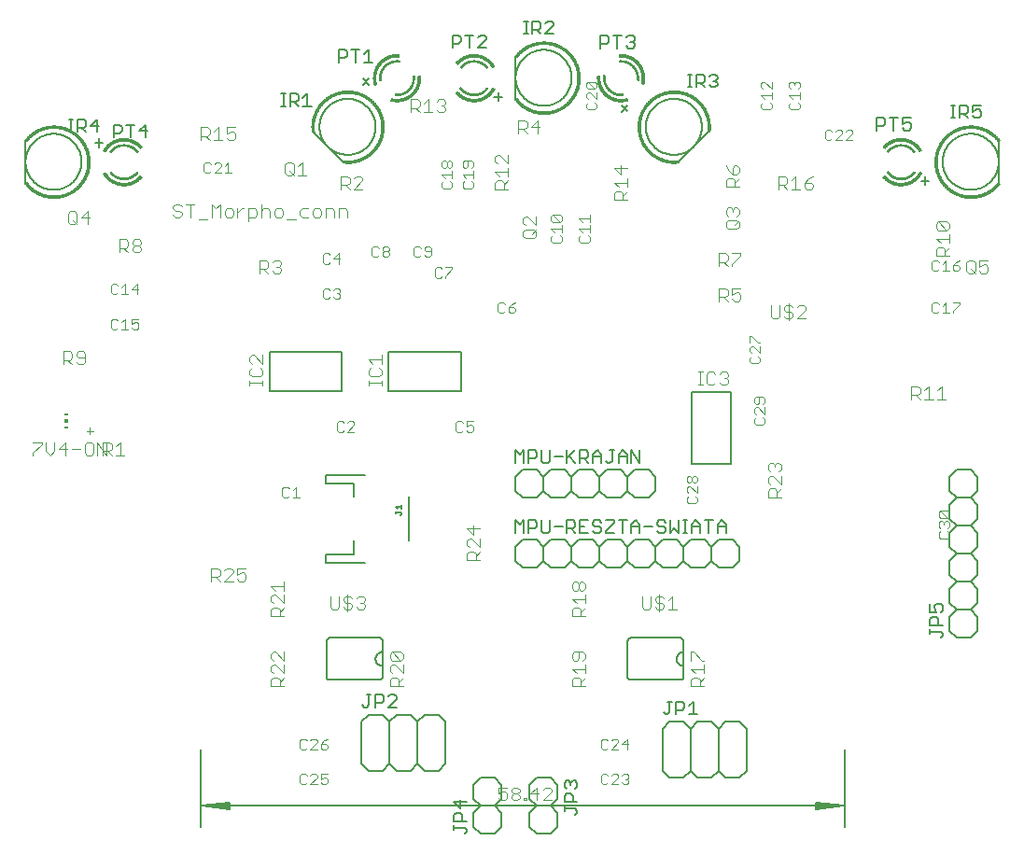
<source format=gto>
G75*
%MOIN*%
%OFA0B0*%
%FSLAX25Y25*%
%IPPOS*%
%LPD*%
%AMOC8*
5,1,8,0,0,1.08239X$1,22.5*
%
%ADD10C,0.00300*%
%ADD11C,0.00800*%
%ADD12C,0.00400*%
%ADD13C,0.00500*%
%ADD14C,0.00600*%
%ADD15C,0.00100*%
%ADD16R,0.01181X0.00591*%
%ADD17R,0.01181X0.01181*%
%ADD18C,0.00512*%
%ADD19C,0.00060*%
D10*
X0150633Y0124822D02*
X0151250Y0124205D01*
X0152484Y0124205D01*
X0153101Y0124822D01*
X0154316Y0124205D02*
X0156785Y0126674D01*
X0156785Y0127291D01*
X0156167Y0127908D01*
X0154933Y0127908D01*
X0154316Y0127291D01*
X0153101Y0127291D02*
X0152484Y0127908D01*
X0151250Y0127908D01*
X0150633Y0127291D01*
X0150633Y0124822D01*
X0154316Y0124205D02*
X0156785Y0124205D01*
X0157999Y0124822D02*
X0158616Y0124205D01*
X0159851Y0124205D01*
X0160468Y0124822D01*
X0160468Y0126057D01*
X0159851Y0126674D01*
X0159233Y0126674D01*
X0157999Y0126057D01*
X0157999Y0127908D01*
X0160468Y0127908D01*
X0159851Y0136705D02*
X0158616Y0136705D01*
X0157999Y0137322D01*
X0157999Y0138557D01*
X0159851Y0138557D01*
X0160468Y0137940D01*
X0160468Y0137322D01*
X0159851Y0136705D01*
X0157999Y0138557D02*
X0159233Y0139791D01*
X0160468Y0140408D01*
X0156785Y0139791D02*
X0156167Y0140408D01*
X0154933Y0140408D01*
X0154316Y0139791D01*
X0153101Y0139791D02*
X0152484Y0140408D01*
X0151250Y0140408D01*
X0150633Y0139791D01*
X0150633Y0137322D01*
X0151250Y0136705D01*
X0152484Y0136705D01*
X0153101Y0137322D01*
X0154316Y0136705D02*
X0156785Y0139174D01*
X0156785Y0139791D01*
X0156785Y0136705D02*
X0154316Y0136705D01*
X0150468Y0226705D02*
X0147999Y0226705D01*
X0149233Y0226705D02*
X0149233Y0230408D01*
X0147999Y0229174D01*
X0146785Y0229791D02*
X0146167Y0230408D01*
X0144933Y0230408D01*
X0144316Y0229791D01*
X0144316Y0227322D01*
X0144933Y0226705D01*
X0146167Y0226705D01*
X0146785Y0227322D01*
X0164425Y0250095D02*
X0163808Y0250712D01*
X0163808Y0253181D01*
X0164425Y0253798D01*
X0165660Y0253798D01*
X0166277Y0253181D01*
X0167491Y0253181D02*
X0168108Y0253798D01*
X0169343Y0253798D01*
X0169960Y0253181D01*
X0169960Y0252564D01*
X0167491Y0250095D01*
X0169960Y0250095D01*
X0166277Y0250712D02*
X0165660Y0250095D01*
X0164425Y0250095D01*
X0206308Y0250712D02*
X0206925Y0250095D01*
X0208160Y0250095D01*
X0208777Y0250712D01*
X0209991Y0250712D02*
X0210608Y0250095D01*
X0211843Y0250095D01*
X0212460Y0250712D01*
X0212460Y0251946D01*
X0211843Y0252564D01*
X0211226Y0252564D01*
X0209991Y0251946D01*
X0209991Y0253798D01*
X0212460Y0253798D01*
X0208777Y0253181D02*
X0208160Y0253798D01*
X0206925Y0253798D01*
X0206308Y0253181D01*
X0206308Y0250712D01*
X0221925Y0292595D02*
X0223160Y0292595D01*
X0223777Y0293212D01*
X0224991Y0293212D02*
X0224991Y0294446D01*
X0226843Y0294446D01*
X0227460Y0293829D01*
X0227460Y0293212D01*
X0226843Y0292595D01*
X0225608Y0292595D01*
X0224991Y0293212D01*
X0224991Y0294446D02*
X0226226Y0295681D01*
X0227460Y0296298D01*
X0223777Y0295681D02*
X0223160Y0296298D01*
X0221925Y0296298D01*
X0221308Y0295681D01*
X0221308Y0293212D01*
X0221925Y0292595D01*
X0204960Y0308181D02*
X0202491Y0305712D01*
X0202491Y0305095D01*
X0201277Y0305712D02*
X0200660Y0305095D01*
X0199425Y0305095D01*
X0198808Y0305712D01*
X0198808Y0308181D01*
X0199425Y0308798D01*
X0200660Y0308798D01*
X0201277Y0308181D01*
X0202491Y0308798D02*
X0204960Y0308798D01*
X0204960Y0308181D01*
X0197460Y0313212D02*
X0197460Y0315681D01*
X0196843Y0316298D01*
X0195608Y0316298D01*
X0194991Y0315681D01*
X0194991Y0315064D01*
X0195608Y0314446D01*
X0197460Y0314446D01*
X0197460Y0313212D02*
X0196843Y0312595D01*
X0195608Y0312595D01*
X0194991Y0313212D01*
X0193777Y0313212D02*
X0193160Y0312595D01*
X0191925Y0312595D01*
X0191308Y0313212D01*
X0191308Y0315681D01*
X0191925Y0316298D01*
X0193160Y0316298D01*
X0193777Y0315681D01*
X0182460Y0315681D02*
X0182460Y0315064D01*
X0181843Y0314446D01*
X0180608Y0314446D01*
X0179991Y0315064D01*
X0179991Y0315681D01*
X0180608Y0316298D01*
X0181843Y0316298D01*
X0182460Y0315681D01*
X0181843Y0314446D02*
X0182460Y0313829D01*
X0182460Y0313212D01*
X0181843Y0312595D01*
X0180608Y0312595D01*
X0179991Y0313212D01*
X0179991Y0313829D01*
X0180608Y0314446D01*
X0178777Y0313212D02*
X0178160Y0312595D01*
X0176925Y0312595D01*
X0176308Y0313212D01*
X0176308Y0315681D01*
X0176925Y0316298D01*
X0178160Y0316298D01*
X0178777Y0315681D01*
X0164960Y0311946D02*
X0162491Y0311946D01*
X0164343Y0313798D01*
X0164343Y0310095D01*
X0161277Y0310712D02*
X0160660Y0310095D01*
X0159425Y0310095D01*
X0158808Y0310712D01*
X0158808Y0313181D01*
X0159425Y0313798D01*
X0160660Y0313798D01*
X0161277Y0313181D01*
X0160660Y0301298D02*
X0159425Y0301298D01*
X0158808Y0300681D01*
X0158808Y0298212D01*
X0159425Y0297595D01*
X0160660Y0297595D01*
X0161277Y0298212D01*
X0162491Y0298212D02*
X0163108Y0297595D01*
X0164343Y0297595D01*
X0164960Y0298212D01*
X0164960Y0298829D01*
X0164343Y0299446D01*
X0163726Y0299446D01*
X0164343Y0299446D02*
X0164960Y0300064D01*
X0164960Y0300681D01*
X0164343Y0301298D01*
X0163108Y0301298D01*
X0162491Y0300681D01*
X0161277Y0300681D02*
X0160660Y0301298D01*
X0201187Y0337655D02*
X0201804Y0337038D01*
X0204273Y0337038D01*
X0204890Y0337655D01*
X0204890Y0338889D01*
X0204273Y0339506D01*
X0204890Y0340721D02*
X0204890Y0343189D01*
X0204890Y0341955D02*
X0201187Y0341955D01*
X0202421Y0340721D01*
X0201804Y0339506D02*
X0201187Y0338889D01*
X0201187Y0337655D01*
X0201804Y0344404D02*
X0202421Y0344404D01*
X0203038Y0345021D01*
X0203038Y0346255D01*
X0203656Y0346873D01*
X0204273Y0346873D01*
X0204890Y0346255D01*
X0204890Y0345021D01*
X0204273Y0344404D01*
X0203656Y0344404D01*
X0203038Y0345021D01*
X0203038Y0346255D02*
X0202421Y0346873D01*
X0201804Y0346873D01*
X0201187Y0346255D01*
X0201187Y0345021D01*
X0201804Y0344404D01*
X0208687Y0345021D02*
X0209304Y0344404D01*
X0209921Y0344404D01*
X0210538Y0345021D01*
X0210538Y0346873D01*
X0209304Y0346873D02*
X0208687Y0346255D01*
X0208687Y0345021D01*
X0209304Y0346873D02*
X0211773Y0346873D01*
X0212390Y0346255D01*
X0212390Y0345021D01*
X0211773Y0344404D01*
X0212390Y0343189D02*
X0212390Y0340721D01*
X0212390Y0341955D02*
X0208687Y0341955D01*
X0209921Y0340721D01*
X0209304Y0339506D02*
X0208687Y0338889D01*
X0208687Y0337655D01*
X0209304Y0337038D01*
X0211773Y0337038D01*
X0212390Y0337655D01*
X0212390Y0338889D01*
X0211773Y0339506D01*
X0240297Y0326931D02*
X0240297Y0325696D01*
X0240914Y0325079D01*
X0243383Y0325079D01*
X0240914Y0327548D01*
X0243383Y0327548D01*
X0244000Y0326931D01*
X0244000Y0325696D01*
X0243383Y0325079D01*
X0244000Y0323865D02*
X0244000Y0321396D01*
X0244000Y0322631D02*
X0240297Y0322631D01*
X0241531Y0321396D01*
X0240914Y0320182D02*
X0240297Y0319565D01*
X0240297Y0318330D01*
X0240914Y0317713D01*
X0243383Y0317713D01*
X0244000Y0318330D01*
X0244000Y0319565D01*
X0243383Y0320182D01*
X0250297Y0319565D02*
X0250297Y0318330D01*
X0250914Y0317713D01*
X0253383Y0317713D01*
X0254000Y0318330D01*
X0254000Y0319565D01*
X0253383Y0320182D01*
X0254000Y0321396D02*
X0254000Y0323865D01*
X0254000Y0325079D02*
X0254000Y0327548D01*
X0254000Y0326314D02*
X0250297Y0326314D01*
X0251531Y0325079D01*
X0250297Y0322631D02*
X0254000Y0322631D01*
X0251531Y0321396D02*
X0250297Y0322631D01*
X0250914Y0320182D02*
X0250297Y0319565D01*
X0240914Y0327548D02*
X0240297Y0326931D01*
X0253414Y0365213D02*
X0255883Y0365213D01*
X0256500Y0365830D01*
X0256500Y0367065D01*
X0255883Y0367682D01*
X0256500Y0368896D02*
X0254031Y0371365D01*
X0253414Y0371365D01*
X0252797Y0370748D01*
X0252797Y0369513D01*
X0253414Y0368896D01*
X0253414Y0367682D02*
X0252797Y0367065D01*
X0252797Y0365830D01*
X0253414Y0365213D01*
X0256500Y0368896D02*
X0256500Y0371365D01*
X0255883Y0372579D02*
X0253414Y0375048D01*
X0255883Y0375048D01*
X0256500Y0374431D01*
X0256500Y0373196D01*
X0255883Y0372579D01*
X0253414Y0372579D01*
X0252797Y0373196D01*
X0252797Y0374431D01*
X0253414Y0375048D01*
X0315297Y0374431D02*
X0315297Y0373196D01*
X0315914Y0372579D01*
X0315297Y0374431D02*
X0315914Y0375048D01*
X0316531Y0375048D01*
X0319000Y0372579D01*
X0319000Y0375048D01*
X0319000Y0371365D02*
X0319000Y0368896D01*
X0319000Y0370131D02*
X0315297Y0370131D01*
X0316531Y0368896D01*
X0315914Y0367682D02*
X0315297Y0367065D01*
X0315297Y0365830D01*
X0315914Y0365213D01*
X0318383Y0365213D01*
X0319000Y0365830D01*
X0319000Y0367065D01*
X0318383Y0367682D01*
X0325297Y0367065D02*
X0325297Y0365830D01*
X0325914Y0365213D01*
X0328383Y0365213D01*
X0329000Y0365830D01*
X0329000Y0367065D01*
X0328383Y0367682D01*
X0329000Y0368896D02*
X0329000Y0371365D01*
X0329000Y0370131D02*
X0325297Y0370131D01*
X0326531Y0368896D01*
X0325914Y0367682D02*
X0325297Y0367065D01*
X0325914Y0372579D02*
X0325297Y0373196D01*
X0325297Y0374431D01*
X0325914Y0375048D01*
X0326531Y0375048D01*
X0327149Y0374431D01*
X0327766Y0375048D01*
X0328383Y0375048D01*
X0329000Y0374431D01*
X0329000Y0373196D01*
X0328383Y0372579D01*
X0327149Y0373814D02*
X0327149Y0374431D01*
X0338750Y0357908D02*
X0338133Y0357291D01*
X0338133Y0354822D01*
X0338750Y0354205D01*
X0339984Y0354205D01*
X0340601Y0354822D01*
X0341816Y0354205D02*
X0344285Y0356674D01*
X0344285Y0357291D01*
X0343667Y0357908D01*
X0342433Y0357908D01*
X0341816Y0357291D01*
X0340601Y0357291D02*
X0339984Y0357908D01*
X0338750Y0357908D01*
X0341816Y0354205D02*
X0344285Y0354205D01*
X0345499Y0354205D02*
X0347968Y0356674D01*
X0347968Y0357291D01*
X0347351Y0357908D01*
X0346116Y0357908D01*
X0345499Y0357291D01*
X0345499Y0354205D02*
X0347968Y0354205D01*
X0376925Y0311298D02*
X0376308Y0310681D01*
X0376308Y0308212D01*
X0376925Y0307595D01*
X0378160Y0307595D01*
X0378777Y0308212D01*
X0379991Y0307595D02*
X0382460Y0307595D01*
X0381226Y0307595D02*
X0381226Y0311298D01*
X0379991Y0310064D01*
X0378777Y0310681D02*
X0378160Y0311298D01*
X0376925Y0311298D01*
X0383674Y0309446D02*
X0385526Y0309446D01*
X0386143Y0308829D01*
X0386143Y0308212D01*
X0385526Y0307595D01*
X0384292Y0307595D01*
X0383674Y0308212D01*
X0383674Y0309446D01*
X0384909Y0310681D01*
X0386143Y0311298D01*
X0386143Y0296298D02*
X0383674Y0296298D01*
X0381226Y0296298D02*
X0381226Y0292595D01*
X0382460Y0292595D02*
X0379991Y0292595D01*
X0378777Y0293212D02*
X0378160Y0292595D01*
X0376925Y0292595D01*
X0376308Y0293212D01*
X0376308Y0295681D01*
X0376925Y0296298D01*
X0378160Y0296298D01*
X0378777Y0295681D01*
X0379991Y0295064D02*
X0381226Y0296298D01*
X0383674Y0293212D02*
X0383674Y0292595D01*
X0383674Y0293212D02*
X0386143Y0295681D01*
X0386143Y0296298D01*
X0316500Y0261931D02*
X0316500Y0260696D01*
X0315883Y0260079D01*
X0316500Y0258865D02*
X0316500Y0256396D01*
X0314031Y0258865D01*
X0313414Y0258865D01*
X0312797Y0258248D01*
X0312797Y0257013D01*
X0313414Y0256396D01*
X0313414Y0255182D02*
X0312797Y0254565D01*
X0312797Y0253330D01*
X0313414Y0252713D01*
X0315883Y0252713D01*
X0316500Y0253330D01*
X0316500Y0254565D01*
X0315883Y0255182D01*
X0314031Y0260079D02*
X0314649Y0260696D01*
X0314649Y0262548D01*
X0315883Y0262548D02*
X0313414Y0262548D01*
X0312797Y0261931D01*
X0312797Y0260696D01*
X0313414Y0260079D01*
X0314031Y0260079D01*
X0316500Y0261931D02*
X0315883Y0262548D01*
X0314273Y0274538D02*
X0314890Y0275155D01*
X0314890Y0276389D01*
X0314273Y0277006D01*
X0314890Y0278221D02*
X0312421Y0280689D01*
X0311804Y0280689D01*
X0311187Y0280072D01*
X0311187Y0278838D01*
X0311804Y0278221D01*
X0311804Y0277006D02*
X0311187Y0276389D01*
X0311187Y0275155D01*
X0311804Y0274538D01*
X0314273Y0274538D01*
X0314890Y0278221D02*
X0314890Y0280689D01*
X0314890Y0281904D02*
X0314273Y0281904D01*
X0311804Y0284373D01*
X0311187Y0284373D01*
X0311187Y0281904D01*
X0291773Y0234373D02*
X0292390Y0233755D01*
X0292390Y0232521D01*
X0291773Y0231904D01*
X0291156Y0231904D01*
X0290538Y0232521D01*
X0290538Y0233755D01*
X0291156Y0234373D01*
X0291773Y0234373D01*
X0290538Y0233755D02*
X0289921Y0234373D01*
X0289304Y0234373D01*
X0288687Y0233755D01*
X0288687Y0232521D01*
X0289304Y0231904D01*
X0289921Y0231904D01*
X0290538Y0232521D01*
X0289921Y0230689D02*
X0289304Y0230689D01*
X0288687Y0230072D01*
X0288687Y0228838D01*
X0289304Y0228221D01*
X0289304Y0227006D02*
X0288687Y0226389D01*
X0288687Y0225155D01*
X0289304Y0224538D01*
X0291773Y0224538D01*
X0292390Y0225155D01*
X0292390Y0226389D01*
X0291773Y0227006D01*
X0292390Y0228221D02*
X0289921Y0230689D01*
X0292390Y0230689D02*
X0292390Y0228221D01*
X0378687Y0221255D02*
X0378687Y0220021D01*
X0379304Y0219404D01*
X0381773Y0219404D01*
X0379304Y0221873D01*
X0381773Y0221873D01*
X0382390Y0221255D01*
X0382390Y0220021D01*
X0381773Y0219404D01*
X0381773Y0218189D02*
X0382390Y0217572D01*
X0382390Y0216338D01*
X0381773Y0215721D01*
X0381773Y0214506D02*
X0382390Y0213889D01*
X0382390Y0212655D01*
X0381773Y0212038D01*
X0379304Y0212038D01*
X0378687Y0212655D01*
X0378687Y0213889D01*
X0379304Y0214506D01*
X0379304Y0215721D02*
X0378687Y0216338D01*
X0378687Y0217572D01*
X0379304Y0218189D01*
X0379921Y0218189D01*
X0380538Y0217572D01*
X0381156Y0218189D01*
X0381773Y0218189D01*
X0380538Y0217572D02*
X0380538Y0216955D01*
X0378687Y0221255D02*
X0379304Y0221873D01*
X0267968Y0138557D02*
X0265499Y0138557D01*
X0267351Y0140408D01*
X0267351Y0136705D01*
X0264285Y0136705D02*
X0261816Y0136705D01*
X0264285Y0139174D01*
X0264285Y0139791D01*
X0263667Y0140408D01*
X0262433Y0140408D01*
X0261816Y0139791D01*
X0260601Y0139791D02*
X0259984Y0140408D01*
X0258750Y0140408D01*
X0258133Y0139791D01*
X0258133Y0137322D01*
X0258750Y0136705D01*
X0259984Y0136705D01*
X0260601Y0137322D01*
X0259984Y0127908D02*
X0258750Y0127908D01*
X0258133Y0127291D01*
X0258133Y0124822D01*
X0258750Y0124205D01*
X0259984Y0124205D01*
X0260601Y0124822D01*
X0261816Y0124205D02*
X0264285Y0126674D01*
X0264285Y0127291D01*
X0263667Y0127908D01*
X0262433Y0127908D01*
X0261816Y0127291D01*
X0260601Y0127291D02*
X0259984Y0127908D01*
X0261816Y0124205D02*
X0264285Y0124205D01*
X0265499Y0124822D02*
X0266116Y0124205D01*
X0267351Y0124205D01*
X0267968Y0124822D01*
X0267968Y0125440D01*
X0267351Y0126057D01*
X0266733Y0126057D01*
X0267351Y0126057D02*
X0267968Y0126674D01*
X0267968Y0127291D01*
X0267351Y0127908D01*
X0266116Y0127908D01*
X0265499Y0127291D01*
X0092968Y0287322D02*
X0092351Y0286705D01*
X0091116Y0286705D01*
X0090499Y0287322D01*
X0090499Y0288557D02*
X0091733Y0289174D01*
X0092351Y0289174D01*
X0092968Y0288557D01*
X0092968Y0287322D01*
X0090499Y0288557D02*
X0090499Y0290408D01*
X0092968Y0290408D01*
X0088050Y0290408D02*
X0088050Y0286705D01*
X0086816Y0286705D02*
X0089285Y0286705D01*
X0086816Y0289174D02*
X0088050Y0290408D01*
X0085601Y0289791D02*
X0084984Y0290408D01*
X0083750Y0290408D01*
X0083133Y0289791D01*
X0083133Y0287322D01*
X0083750Y0286705D01*
X0084984Y0286705D01*
X0085601Y0287322D01*
X0084984Y0299205D02*
X0085601Y0299822D01*
X0084984Y0299205D02*
X0083750Y0299205D01*
X0083133Y0299822D01*
X0083133Y0302291D01*
X0083750Y0302908D01*
X0084984Y0302908D01*
X0085601Y0302291D01*
X0086816Y0301674D02*
X0088050Y0302908D01*
X0088050Y0299205D01*
X0086816Y0299205D02*
X0089285Y0299205D01*
X0090499Y0301057D02*
X0092968Y0301057D01*
X0092351Y0302908D02*
X0092351Y0299205D01*
X0090499Y0301057D02*
X0092351Y0302908D01*
X0116925Y0342595D02*
X0118160Y0342595D01*
X0118777Y0343212D01*
X0119991Y0342595D02*
X0122460Y0345064D01*
X0122460Y0345681D01*
X0121843Y0346298D01*
X0120608Y0346298D01*
X0119991Y0345681D01*
X0118777Y0345681D02*
X0118160Y0346298D01*
X0116925Y0346298D01*
X0116308Y0345681D01*
X0116308Y0343212D01*
X0116925Y0342595D01*
X0119991Y0342595D02*
X0122460Y0342595D01*
X0123674Y0342595D02*
X0126143Y0342595D01*
X0124909Y0342595D02*
X0124909Y0346298D01*
X0123674Y0345064D01*
X0075594Y0251619D02*
X0075594Y0249150D01*
X0074359Y0250384D02*
X0076828Y0250384D01*
D11*
X0139694Y0264500D02*
X0139694Y0278500D01*
X0165497Y0278500D01*
X0165497Y0264500D01*
X0139694Y0264500D01*
X0159879Y0234748D02*
X0159879Y0231598D01*
X0169721Y0231598D01*
X0169721Y0226874D01*
X0173658Y0234748D02*
X0159879Y0234748D01*
X0169721Y0211126D02*
X0169721Y0206402D01*
X0159879Y0206402D01*
X0159879Y0203252D01*
X0173658Y0203252D01*
X0189406Y0211126D02*
X0189406Y0226874D01*
X0182194Y0264500D02*
X0182194Y0278500D01*
X0207997Y0278500D01*
X0207997Y0264500D01*
X0182194Y0264500D01*
X0165827Y0346626D02*
X0155221Y0357232D01*
X0227595Y0369000D02*
X0227595Y0384000D01*
X0285863Y0346626D02*
X0296470Y0357232D01*
X0290595Y0264402D02*
X0304595Y0264402D01*
X0304595Y0238598D01*
X0290595Y0238598D01*
X0290595Y0264402D01*
X0286345Y0176500D02*
X0268845Y0176500D01*
X0268846Y0176500D02*
X0268776Y0176498D01*
X0268706Y0176492D01*
X0268636Y0176482D01*
X0268568Y0176469D01*
X0268500Y0176451D01*
X0268433Y0176430D01*
X0268367Y0176405D01*
X0268303Y0176376D01*
X0268241Y0176344D01*
X0268181Y0176308D01*
X0268123Y0176269D01*
X0268067Y0176227D01*
X0268013Y0176182D01*
X0267962Y0176134D01*
X0267914Y0176083D01*
X0267869Y0176029D01*
X0267827Y0175973D01*
X0267788Y0175915D01*
X0267752Y0175855D01*
X0267720Y0175793D01*
X0267691Y0175729D01*
X0267666Y0175663D01*
X0267645Y0175596D01*
X0267627Y0175528D01*
X0267614Y0175460D01*
X0267604Y0175390D01*
X0267598Y0175320D01*
X0267596Y0175250D01*
X0267595Y0175250D02*
X0267595Y0162750D01*
X0267596Y0162750D02*
X0267598Y0162680D01*
X0267604Y0162610D01*
X0267614Y0162540D01*
X0267627Y0162472D01*
X0267645Y0162404D01*
X0267666Y0162337D01*
X0267691Y0162271D01*
X0267720Y0162207D01*
X0267752Y0162145D01*
X0267788Y0162085D01*
X0267827Y0162027D01*
X0267869Y0161971D01*
X0267914Y0161917D01*
X0267962Y0161866D01*
X0268013Y0161818D01*
X0268067Y0161773D01*
X0268123Y0161731D01*
X0268181Y0161692D01*
X0268241Y0161656D01*
X0268303Y0161624D01*
X0268367Y0161595D01*
X0268433Y0161570D01*
X0268500Y0161549D01*
X0268568Y0161531D01*
X0268636Y0161518D01*
X0268706Y0161508D01*
X0268776Y0161502D01*
X0268846Y0161500D01*
X0268845Y0161500D02*
X0286345Y0161500D01*
X0286415Y0161502D01*
X0286485Y0161508D01*
X0286555Y0161518D01*
X0286623Y0161531D01*
X0286691Y0161549D01*
X0286758Y0161570D01*
X0286824Y0161595D01*
X0286888Y0161624D01*
X0286950Y0161656D01*
X0287010Y0161692D01*
X0287068Y0161731D01*
X0287124Y0161773D01*
X0287178Y0161818D01*
X0287229Y0161866D01*
X0287277Y0161917D01*
X0287322Y0161971D01*
X0287364Y0162027D01*
X0287403Y0162085D01*
X0287439Y0162145D01*
X0287471Y0162207D01*
X0287500Y0162271D01*
X0287525Y0162337D01*
X0287546Y0162404D01*
X0287564Y0162472D01*
X0287577Y0162540D01*
X0287587Y0162610D01*
X0287593Y0162680D01*
X0287595Y0162750D01*
X0287595Y0166500D01*
X0287595Y0171500D01*
X0287595Y0175250D01*
X0287593Y0175320D01*
X0287587Y0175390D01*
X0287577Y0175460D01*
X0287564Y0175528D01*
X0287546Y0175596D01*
X0287525Y0175663D01*
X0287500Y0175729D01*
X0287471Y0175793D01*
X0287439Y0175855D01*
X0287403Y0175915D01*
X0287364Y0175973D01*
X0287322Y0176029D01*
X0287277Y0176083D01*
X0287229Y0176134D01*
X0287178Y0176182D01*
X0287124Y0176227D01*
X0287068Y0176269D01*
X0287010Y0176308D01*
X0286950Y0176344D01*
X0286888Y0176376D01*
X0286824Y0176405D01*
X0286758Y0176430D01*
X0286691Y0176451D01*
X0286623Y0176469D01*
X0286555Y0176482D01*
X0286485Y0176492D01*
X0286415Y0176498D01*
X0286345Y0176500D01*
X0287595Y0171500D02*
X0287497Y0171498D01*
X0287399Y0171492D01*
X0287301Y0171483D01*
X0287204Y0171469D01*
X0287107Y0171452D01*
X0287011Y0171431D01*
X0286916Y0171406D01*
X0286822Y0171378D01*
X0286730Y0171345D01*
X0286638Y0171310D01*
X0286548Y0171270D01*
X0286460Y0171228D01*
X0286373Y0171181D01*
X0286289Y0171132D01*
X0286206Y0171079D01*
X0286126Y0171023D01*
X0286047Y0170963D01*
X0285971Y0170901D01*
X0285898Y0170836D01*
X0285827Y0170768D01*
X0285759Y0170697D01*
X0285694Y0170624D01*
X0285632Y0170548D01*
X0285572Y0170469D01*
X0285516Y0170389D01*
X0285463Y0170306D01*
X0285414Y0170222D01*
X0285367Y0170135D01*
X0285325Y0170047D01*
X0285285Y0169957D01*
X0285250Y0169865D01*
X0285217Y0169773D01*
X0285189Y0169679D01*
X0285164Y0169584D01*
X0285143Y0169488D01*
X0285126Y0169391D01*
X0285112Y0169294D01*
X0285103Y0169196D01*
X0285097Y0169098D01*
X0285095Y0169000D01*
X0285097Y0168902D01*
X0285103Y0168804D01*
X0285112Y0168706D01*
X0285126Y0168609D01*
X0285143Y0168512D01*
X0285164Y0168416D01*
X0285189Y0168321D01*
X0285217Y0168227D01*
X0285250Y0168135D01*
X0285285Y0168043D01*
X0285325Y0167953D01*
X0285367Y0167865D01*
X0285414Y0167778D01*
X0285463Y0167694D01*
X0285516Y0167611D01*
X0285572Y0167531D01*
X0285632Y0167452D01*
X0285694Y0167376D01*
X0285759Y0167303D01*
X0285827Y0167232D01*
X0285898Y0167164D01*
X0285971Y0167099D01*
X0286047Y0167037D01*
X0286126Y0166977D01*
X0286206Y0166921D01*
X0286289Y0166868D01*
X0286373Y0166819D01*
X0286460Y0166772D01*
X0286548Y0166730D01*
X0286638Y0166690D01*
X0286730Y0166655D01*
X0286822Y0166622D01*
X0286916Y0166594D01*
X0287011Y0166569D01*
X0287107Y0166548D01*
X0287204Y0166531D01*
X0287301Y0166517D01*
X0287399Y0166508D01*
X0287497Y0166502D01*
X0287595Y0166500D01*
X0180095Y0166500D02*
X0180095Y0162750D01*
X0180093Y0162680D01*
X0180087Y0162610D01*
X0180077Y0162540D01*
X0180064Y0162472D01*
X0180046Y0162404D01*
X0180025Y0162337D01*
X0180000Y0162271D01*
X0179971Y0162207D01*
X0179939Y0162145D01*
X0179903Y0162085D01*
X0179864Y0162027D01*
X0179822Y0161971D01*
X0179777Y0161917D01*
X0179729Y0161866D01*
X0179678Y0161818D01*
X0179624Y0161773D01*
X0179568Y0161731D01*
X0179510Y0161692D01*
X0179450Y0161656D01*
X0179388Y0161624D01*
X0179324Y0161595D01*
X0179258Y0161570D01*
X0179191Y0161549D01*
X0179123Y0161531D01*
X0179055Y0161518D01*
X0178985Y0161508D01*
X0178915Y0161502D01*
X0178845Y0161500D01*
X0161345Y0161500D01*
X0161346Y0161500D02*
X0161276Y0161502D01*
X0161206Y0161508D01*
X0161136Y0161518D01*
X0161068Y0161531D01*
X0161000Y0161549D01*
X0160933Y0161570D01*
X0160867Y0161595D01*
X0160803Y0161624D01*
X0160741Y0161656D01*
X0160681Y0161692D01*
X0160623Y0161731D01*
X0160567Y0161773D01*
X0160513Y0161818D01*
X0160462Y0161866D01*
X0160414Y0161917D01*
X0160369Y0161971D01*
X0160327Y0162027D01*
X0160288Y0162085D01*
X0160252Y0162145D01*
X0160220Y0162207D01*
X0160191Y0162271D01*
X0160166Y0162337D01*
X0160145Y0162404D01*
X0160127Y0162472D01*
X0160114Y0162540D01*
X0160104Y0162610D01*
X0160098Y0162680D01*
X0160096Y0162750D01*
X0160095Y0162750D02*
X0160095Y0175250D01*
X0160096Y0175250D02*
X0160098Y0175320D01*
X0160104Y0175390D01*
X0160114Y0175460D01*
X0160127Y0175528D01*
X0160145Y0175596D01*
X0160166Y0175663D01*
X0160191Y0175729D01*
X0160220Y0175793D01*
X0160252Y0175855D01*
X0160288Y0175915D01*
X0160327Y0175973D01*
X0160369Y0176029D01*
X0160414Y0176083D01*
X0160462Y0176134D01*
X0160513Y0176182D01*
X0160567Y0176227D01*
X0160623Y0176269D01*
X0160681Y0176308D01*
X0160741Y0176344D01*
X0160803Y0176376D01*
X0160867Y0176405D01*
X0160933Y0176430D01*
X0161000Y0176451D01*
X0161068Y0176469D01*
X0161136Y0176482D01*
X0161206Y0176492D01*
X0161276Y0176498D01*
X0161346Y0176500D01*
X0161345Y0176500D02*
X0178845Y0176500D01*
X0178915Y0176498D01*
X0178985Y0176492D01*
X0179055Y0176482D01*
X0179123Y0176469D01*
X0179191Y0176451D01*
X0179258Y0176430D01*
X0179324Y0176405D01*
X0179388Y0176376D01*
X0179450Y0176344D01*
X0179510Y0176308D01*
X0179568Y0176269D01*
X0179624Y0176227D01*
X0179678Y0176182D01*
X0179729Y0176134D01*
X0179777Y0176083D01*
X0179822Y0176029D01*
X0179864Y0175973D01*
X0179903Y0175915D01*
X0179939Y0175855D01*
X0179971Y0175793D01*
X0180000Y0175729D01*
X0180025Y0175663D01*
X0180046Y0175596D01*
X0180064Y0175528D01*
X0180077Y0175460D01*
X0180087Y0175390D01*
X0180093Y0175320D01*
X0180095Y0175250D01*
X0180095Y0171500D01*
X0180095Y0166500D01*
X0179997Y0166502D01*
X0179899Y0166508D01*
X0179801Y0166517D01*
X0179704Y0166531D01*
X0179607Y0166548D01*
X0179511Y0166569D01*
X0179416Y0166594D01*
X0179322Y0166622D01*
X0179230Y0166655D01*
X0179138Y0166690D01*
X0179048Y0166730D01*
X0178960Y0166772D01*
X0178873Y0166819D01*
X0178789Y0166868D01*
X0178706Y0166921D01*
X0178626Y0166977D01*
X0178547Y0167037D01*
X0178471Y0167099D01*
X0178398Y0167164D01*
X0178327Y0167232D01*
X0178259Y0167303D01*
X0178194Y0167376D01*
X0178132Y0167452D01*
X0178072Y0167531D01*
X0178016Y0167611D01*
X0177963Y0167694D01*
X0177914Y0167778D01*
X0177867Y0167865D01*
X0177825Y0167953D01*
X0177785Y0168043D01*
X0177750Y0168135D01*
X0177717Y0168227D01*
X0177689Y0168321D01*
X0177664Y0168416D01*
X0177643Y0168512D01*
X0177626Y0168609D01*
X0177612Y0168706D01*
X0177603Y0168804D01*
X0177597Y0168902D01*
X0177595Y0169000D01*
X0177597Y0169098D01*
X0177603Y0169196D01*
X0177612Y0169294D01*
X0177626Y0169391D01*
X0177643Y0169488D01*
X0177664Y0169584D01*
X0177689Y0169679D01*
X0177717Y0169773D01*
X0177750Y0169865D01*
X0177785Y0169957D01*
X0177825Y0170047D01*
X0177867Y0170135D01*
X0177914Y0170222D01*
X0177963Y0170306D01*
X0178016Y0170389D01*
X0178072Y0170469D01*
X0178132Y0170548D01*
X0178194Y0170624D01*
X0178259Y0170697D01*
X0178327Y0170768D01*
X0178398Y0170836D01*
X0178471Y0170901D01*
X0178547Y0170963D01*
X0178626Y0171023D01*
X0178706Y0171079D01*
X0178789Y0171132D01*
X0178873Y0171181D01*
X0178960Y0171228D01*
X0179048Y0171270D01*
X0179138Y0171310D01*
X0179230Y0171345D01*
X0179322Y0171378D01*
X0179416Y0171406D01*
X0179511Y0171431D01*
X0179607Y0171452D01*
X0179704Y0171469D01*
X0179801Y0171483D01*
X0179899Y0171492D01*
X0179997Y0171498D01*
X0180095Y0171500D01*
X0052595Y0339000D02*
X0052595Y0354000D01*
X0400095Y0354000D02*
X0400095Y0339000D01*
D12*
X0382395Y0324398D02*
X0382395Y0322863D01*
X0381628Y0322096D01*
X0378559Y0325165D01*
X0381628Y0325165D01*
X0382395Y0324398D01*
X0381628Y0322096D02*
X0378559Y0322096D01*
X0377791Y0322863D01*
X0377791Y0324398D01*
X0378559Y0325165D01*
X0382395Y0320561D02*
X0382395Y0317492D01*
X0382395Y0315957D02*
X0380861Y0314423D01*
X0380861Y0315190D02*
X0380861Y0312888D01*
X0382395Y0312888D02*
X0377791Y0312888D01*
X0377791Y0315190D01*
X0378559Y0315957D01*
X0380093Y0315957D01*
X0380861Y0315190D01*
X0379326Y0317492D02*
X0377791Y0319027D01*
X0382395Y0319027D01*
X0389355Y0311304D02*
X0390889Y0311304D01*
X0391657Y0310537D01*
X0391657Y0307467D01*
X0390889Y0306700D01*
X0389355Y0306700D01*
X0388587Y0307467D01*
X0388587Y0310537D01*
X0389355Y0311304D01*
X0390122Y0308235D02*
X0391657Y0306700D01*
X0393191Y0307467D02*
X0393959Y0306700D01*
X0395493Y0306700D01*
X0396260Y0307467D01*
X0396260Y0309002D01*
X0395493Y0309769D01*
X0394726Y0309769D01*
X0393191Y0309002D01*
X0393191Y0311304D01*
X0396260Y0311304D01*
X0379726Y0266304D02*
X0379726Y0261700D01*
X0381260Y0261700D02*
X0378191Y0261700D01*
X0376657Y0261700D02*
X0373587Y0261700D01*
X0372053Y0261700D02*
X0370518Y0263235D01*
X0371285Y0263235D02*
X0368983Y0263235D01*
X0368983Y0261700D02*
X0368983Y0266304D01*
X0371285Y0266304D01*
X0372053Y0265537D01*
X0372053Y0264002D01*
X0371285Y0263235D01*
X0373587Y0264769D02*
X0375122Y0266304D01*
X0375122Y0261700D01*
X0378191Y0264769D02*
X0379726Y0266304D01*
X0331135Y0290637D02*
X0328066Y0290637D01*
X0331135Y0293706D01*
X0331135Y0294474D01*
X0330368Y0295241D01*
X0328833Y0295241D01*
X0328066Y0294474D01*
X0326531Y0294474D02*
X0325764Y0295241D01*
X0324229Y0295241D01*
X0323462Y0294474D01*
X0323462Y0293706D01*
X0324229Y0292939D01*
X0325764Y0292939D01*
X0326531Y0292172D01*
X0326531Y0291404D01*
X0325764Y0290637D01*
X0324229Y0290637D01*
X0323462Y0291404D01*
X0321927Y0291404D02*
X0321927Y0295241D01*
X0318858Y0295241D02*
X0318858Y0291404D01*
X0319625Y0290637D01*
X0321160Y0290637D01*
X0321927Y0291404D01*
X0324997Y0289870D02*
X0324997Y0296008D01*
X0307968Y0297467D02*
X0307201Y0296700D01*
X0305666Y0296700D01*
X0304899Y0297467D01*
X0304899Y0299002D02*
X0306434Y0299769D01*
X0307201Y0299769D01*
X0307968Y0299002D01*
X0307968Y0297467D01*
X0304899Y0299002D02*
X0304899Y0301304D01*
X0307968Y0301304D01*
X0303364Y0300537D02*
X0303364Y0299002D01*
X0302597Y0298235D01*
X0300295Y0298235D01*
X0301830Y0298235D02*
X0303364Y0296700D01*
X0300295Y0296700D02*
X0300295Y0301304D01*
X0302597Y0301304D01*
X0303364Y0300537D01*
X0303364Y0309200D02*
X0301830Y0310735D01*
X0302597Y0310735D02*
X0300295Y0310735D01*
X0300295Y0309200D02*
X0300295Y0313804D01*
X0302597Y0313804D01*
X0303364Y0313037D01*
X0303364Y0311502D01*
X0302597Y0310735D01*
X0304899Y0309967D02*
X0304899Y0309200D01*
X0304899Y0309967D02*
X0307968Y0313037D01*
X0307968Y0313804D01*
X0304899Y0313804D01*
X0303559Y0322492D02*
X0302791Y0323259D01*
X0302791Y0324794D01*
X0303559Y0325561D01*
X0306628Y0325561D01*
X0307395Y0324794D01*
X0307395Y0323259D01*
X0306628Y0322492D01*
X0303559Y0322492D01*
X0305861Y0324027D02*
X0307395Y0325561D01*
X0306628Y0327096D02*
X0307395Y0327863D01*
X0307395Y0329398D01*
X0306628Y0330165D01*
X0305861Y0330165D01*
X0305093Y0329398D01*
X0305093Y0328631D01*
X0305093Y0329398D02*
X0304326Y0330165D01*
X0303559Y0330165D01*
X0302791Y0329398D01*
X0302791Y0327863D01*
X0303559Y0327096D01*
X0302791Y0337492D02*
X0302791Y0339794D01*
X0303559Y0340561D01*
X0305093Y0340561D01*
X0305861Y0339794D01*
X0305861Y0337492D01*
X0307395Y0337492D02*
X0302791Y0337492D01*
X0305861Y0339027D02*
X0307395Y0340561D01*
X0306628Y0342096D02*
X0307395Y0342863D01*
X0307395Y0344398D01*
X0306628Y0345165D01*
X0305861Y0345165D01*
X0305093Y0344398D01*
X0305093Y0342096D01*
X0306628Y0342096D01*
X0305093Y0342096D02*
X0303559Y0343631D01*
X0302791Y0345165D01*
X0321483Y0341304D02*
X0321483Y0336700D01*
X0321483Y0338235D02*
X0323785Y0338235D01*
X0324553Y0339002D01*
X0324553Y0340537D01*
X0323785Y0341304D01*
X0321483Y0341304D01*
X0323018Y0338235D02*
X0324553Y0336700D01*
X0326087Y0336700D02*
X0329157Y0336700D01*
X0327622Y0336700D02*
X0327622Y0341304D01*
X0326087Y0339769D01*
X0330691Y0339002D02*
X0330691Y0337467D01*
X0331459Y0336700D01*
X0332993Y0336700D01*
X0333760Y0337467D01*
X0333760Y0338235D01*
X0332993Y0339002D01*
X0330691Y0339002D01*
X0332226Y0340537D01*
X0333760Y0341304D01*
X0267395Y0340561D02*
X0267395Y0337492D01*
X0267395Y0335957D02*
X0265861Y0334423D01*
X0265861Y0335190D02*
X0265861Y0332888D01*
X0267395Y0332888D02*
X0262791Y0332888D01*
X0262791Y0335190D01*
X0263559Y0335957D01*
X0265093Y0335957D01*
X0265861Y0335190D01*
X0264326Y0337492D02*
X0262791Y0339027D01*
X0267395Y0339027D01*
X0265093Y0342096D02*
X0265093Y0345165D01*
X0267395Y0344398D02*
X0262791Y0344398D01*
X0265093Y0342096D01*
X0235493Y0356700D02*
X0235493Y0361304D01*
X0233191Y0359002D01*
X0236260Y0359002D01*
X0231657Y0359002D02*
X0231657Y0360537D01*
X0230889Y0361304D01*
X0228587Y0361304D01*
X0228587Y0356700D01*
X0228587Y0358235D02*
X0230889Y0358235D01*
X0231657Y0359002D01*
X0230122Y0358235D02*
X0231657Y0356700D01*
X0224895Y0348977D02*
X0224895Y0345908D01*
X0221826Y0348977D01*
X0221059Y0348977D01*
X0220291Y0348210D01*
X0220291Y0346675D01*
X0221059Y0345908D01*
X0220291Y0342839D02*
X0224895Y0342839D01*
X0224895Y0344373D02*
X0224895Y0341304D01*
X0224895Y0339769D02*
X0223361Y0338235D01*
X0223361Y0339002D02*
X0223361Y0336700D01*
X0224895Y0336700D02*
X0220291Y0336700D01*
X0220291Y0339002D01*
X0221059Y0339769D01*
X0222593Y0339769D01*
X0223361Y0339002D01*
X0221826Y0341304D02*
X0220291Y0342839D01*
X0231059Y0326873D02*
X0230291Y0326106D01*
X0230291Y0324571D01*
X0231059Y0323804D01*
X0231059Y0322269D02*
X0234128Y0322269D01*
X0234895Y0321502D01*
X0234895Y0319967D01*
X0234128Y0319200D01*
X0231059Y0319200D01*
X0230291Y0319967D01*
X0230291Y0321502D01*
X0231059Y0322269D01*
X0233361Y0320735D02*
X0234895Y0322269D01*
X0234895Y0323804D02*
X0231826Y0326873D01*
X0231059Y0326873D01*
X0234895Y0326873D02*
X0234895Y0323804D01*
X0201805Y0364200D02*
X0200270Y0364200D01*
X0199503Y0364967D01*
X0197968Y0364200D02*
X0194899Y0364200D01*
X0193364Y0364200D02*
X0191830Y0365735D01*
X0192597Y0365735D02*
X0190295Y0365735D01*
X0190295Y0364200D02*
X0190295Y0368804D01*
X0192597Y0368804D01*
X0193364Y0368037D01*
X0193364Y0366502D01*
X0192597Y0365735D01*
X0194899Y0367269D02*
X0196434Y0368804D01*
X0196434Y0364200D01*
X0199503Y0368037D02*
X0200270Y0368804D01*
X0201805Y0368804D01*
X0202572Y0368037D01*
X0202572Y0367269D01*
X0201805Y0366502D01*
X0202572Y0365735D01*
X0202572Y0364967D01*
X0201805Y0364200D01*
X0201805Y0366502D02*
X0201038Y0366502D01*
X0172968Y0340537D02*
X0172201Y0341304D01*
X0170666Y0341304D01*
X0169899Y0340537D01*
X0168364Y0340537D02*
X0168364Y0339002D01*
X0167597Y0338235D01*
X0165295Y0338235D01*
X0166830Y0338235D02*
X0168364Y0336700D01*
X0169899Y0336700D02*
X0172968Y0339769D01*
X0172968Y0340537D01*
X0172968Y0336700D02*
X0169899Y0336700D01*
X0168364Y0340537D02*
X0167597Y0341304D01*
X0165295Y0341304D01*
X0165295Y0336700D01*
X0164379Y0329769D02*
X0166681Y0329769D01*
X0167448Y0329002D01*
X0167448Y0326700D01*
X0164379Y0326700D02*
X0164379Y0329769D01*
X0162844Y0329002D02*
X0162844Y0326700D01*
X0162844Y0329002D02*
X0162077Y0329769D01*
X0159775Y0329769D01*
X0159775Y0326700D01*
X0158240Y0327467D02*
X0158240Y0329002D01*
X0157473Y0329769D01*
X0155938Y0329769D01*
X0155171Y0329002D01*
X0155171Y0327467D01*
X0155938Y0326700D01*
X0157473Y0326700D01*
X0158240Y0327467D01*
X0153636Y0326700D02*
X0151334Y0326700D01*
X0150567Y0327467D01*
X0150567Y0329002D01*
X0151334Y0329769D01*
X0153636Y0329769D01*
X0149032Y0325933D02*
X0145963Y0325933D01*
X0144428Y0327467D02*
X0144428Y0329002D01*
X0143661Y0329769D01*
X0142127Y0329769D01*
X0141359Y0329002D01*
X0141359Y0327467D01*
X0142127Y0326700D01*
X0143661Y0326700D01*
X0144428Y0327467D01*
X0139825Y0326700D02*
X0139825Y0329002D01*
X0139057Y0329769D01*
X0137523Y0329769D01*
X0136755Y0329002D01*
X0135221Y0329002D02*
X0135221Y0327467D01*
X0134453Y0326700D01*
X0132151Y0326700D01*
X0132151Y0325165D02*
X0132151Y0329769D01*
X0134453Y0329769D01*
X0135221Y0329002D01*
X0136755Y0331304D02*
X0136755Y0326700D01*
X0130617Y0329769D02*
X0129849Y0329769D01*
X0128315Y0328235D01*
X0128315Y0329769D02*
X0128315Y0326700D01*
X0126780Y0327467D02*
X0126780Y0329002D01*
X0126013Y0329769D01*
X0124478Y0329769D01*
X0123711Y0329002D01*
X0123711Y0327467D01*
X0124478Y0326700D01*
X0126013Y0326700D01*
X0126780Y0327467D01*
X0122176Y0326700D02*
X0122176Y0331304D01*
X0120642Y0329769D01*
X0119107Y0331304D01*
X0119107Y0326700D01*
X0117572Y0325933D02*
X0114503Y0325933D01*
X0111434Y0326700D02*
X0111434Y0331304D01*
X0112968Y0331304D02*
X0109899Y0331304D01*
X0108364Y0330537D02*
X0107597Y0331304D01*
X0106062Y0331304D01*
X0105295Y0330537D01*
X0105295Y0329769D01*
X0106062Y0329002D01*
X0107597Y0329002D01*
X0108364Y0328235D01*
X0108364Y0327467D01*
X0107597Y0326700D01*
X0106062Y0326700D01*
X0105295Y0327467D01*
X0093760Y0318037D02*
X0093760Y0317269D01*
X0092993Y0316502D01*
X0091459Y0316502D01*
X0090691Y0317269D01*
X0090691Y0318037D01*
X0091459Y0318804D01*
X0092993Y0318804D01*
X0093760Y0318037D01*
X0092993Y0316502D02*
X0093760Y0315735D01*
X0093760Y0314967D01*
X0092993Y0314200D01*
X0091459Y0314200D01*
X0090691Y0314967D01*
X0090691Y0315735D01*
X0091459Y0316502D01*
X0089157Y0316502D02*
X0088389Y0315735D01*
X0086087Y0315735D01*
X0087622Y0315735D02*
X0089157Y0314200D01*
X0089157Y0316502D02*
X0089157Y0318037D01*
X0088389Y0318804D01*
X0086087Y0318804D01*
X0086087Y0314200D01*
X0074701Y0324200D02*
X0074701Y0328804D01*
X0072399Y0326502D01*
X0075468Y0326502D01*
X0070864Y0328037D02*
X0070864Y0324967D01*
X0070097Y0324200D01*
X0068562Y0324200D01*
X0067795Y0324967D01*
X0067795Y0328037D01*
X0068562Y0328804D01*
X0070097Y0328804D01*
X0070864Y0328037D01*
X0069330Y0325735D02*
X0070864Y0324200D01*
X0115295Y0354200D02*
X0115295Y0358804D01*
X0117597Y0358804D01*
X0118364Y0358037D01*
X0118364Y0356502D01*
X0117597Y0355735D01*
X0115295Y0355735D01*
X0116830Y0355735D02*
X0118364Y0354200D01*
X0119899Y0354200D02*
X0122968Y0354200D01*
X0121434Y0354200D02*
X0121434Y0358804D01*
X0119899Y0357269D01*
X0124503Y0356502D02*
X0126038Y0357269D01*
X0126805Y0357269D01*
X0127572Y0356502D01*
X0127572Y0354967D01*
X0126805Y0354200D01*
X0125270Y0354200D01*
X0124503Y0354967D01*
X0124503Y0356502D02*
X0124503Y0358804D01*
X0127572Y0358804D01*
X0145295Y0345537D02*
X0145295Y0342467D01*
X0146062Y0341700D01*
X0147597Y0341700D01*
X0148364Y0342467D01*
X0148364Y0345537D01*
X0147597Y0346304D01*
X0146062Y0346304D01*
X0145295Y0345537D01*
X0146830Y0343235D02*
X0148364Y0341700D01*
X0149899Y0341700D02*
X0152968Y0341700D01*
X0151434Y0341700D02*
X0151434Y0346304D01*
X0149899Y0344769D01*
X0142993Y0311304D02*
X0141459Y0311304D01*
X0140691Y0310537D01*
X0139157Y0310537D02*
X0139157Y0309002D01*
X0138389Y0308235D01*
X0136087Y0308235D01*
X0137622Y0308235D02*
X0139157Y0306700D01*
X0140691Y0307467D02*
X0141459Y0306700D01*
X0142993Y0306700D01*
X0143760Y0307467D01*
X0143760Y0308235D01*
X0142993Y0309002D01*
X0142226Y0309002D01*
X0142993Y0309002D02*
X0143760Y0309769D01*
X0143760Y0310537D01*
X0142993Y0311304D01*
X0139157Y0310537D02*
X0138389Y0311304D01*
X0136087Y0311304D01*
X0136087Y0306700D01*
X0137195Y0277442D02*
X0137195Y0274373D01*
X0134126Y0277442D01*
X0133359Y0277442D01*
X0132591Y0276675D01*
X0132591Y0275141D01*
X0133359Y0274373D01*
X0133359Y0272839D02*
X0132591Y0272071D01*
X0132591Y0270537D01*
X0133359Y0269769D01*
X0136428Y0269769D01*
X0137195Y0270537D01*
X0137195Y0272071D01*
X0136428Y0272839D01*
X0137195Y0268235D02*
X0137195Y0266700D01*
X0137195Y0267467D02*
X0132591Y0267467D01*
X0132591Y0266700D02*
X0132591Y0268235D01*
X0175091Y0268235D02*
X0175091Y0266700D01*
X0175091Y0267467D02*
X0179695Y0267467D01*
X0179695Y0266700D02*
X0179695Y0268235D01*
X0178928Y0269769D02*
X0175859Y0269769D01*
X0175091Y0270537D01*
X0175091Y0272071D01*
X0175859Y0272839D01*
X0176626Y0274373D02*
X0175091Y0275908D01*
X0179695Y0275908D01*
X0179695Y0277442D02*
X0179695Y0274373D01*
X0178928Y0272839D02*
X0179695Y0272071D01*
X0179695Y0270537D01*
X0178928Y0269769D01*
X0212593Y0216477D02*
X0212593Y0213408D01*
X0210291Y0215710D01*
X0214895Y0215710D01*
X0214895Y0211873D02*
X0214895Y0208804D01*
X0211826Y0211873D01*
X0211059Y0211873D01*
X0210291Y0211106D01*
X0210291Y0209571D01*
X0211059Y0208804D01*
X0211059Y0207269D02*
X0212593Y0207269D01*
X0213361Y0206502D01*
X0213361Y0204200D01*
X0214895Y0204200D02*
X0210291Y0204200D01*
X0210291Y0206502D01*
X0211059Y0207269D01*
X0213361Y0205735D02*
X0214895Y0207269D01*
X0247791Y0195710D02*
X0248559Y0196477D01*
X0249326Y0196477D01*
X0250093Y0195710D01*
X0250093Y0194175D01*
X0249326Y0193408D01*
X0248559Y0193408D01*
X0247791Y0194175D01*
X0247791Y0195710D01*
X0250093Y0195710D02*
X0250861Y0196477D01*
X0251628Y0196477D01*
X0252395Y0195710D01*
X0252395Y0194175D01*
X0251628Y0193408D01*
X0250861Y0193408D01*
X0250093Y0194175D01*
X0252395Y0191873D02*
X0252395Y0188804D01*
X0252395Y0190339D02*
X0247791Y0190339D01*
X0249326Y0188804D01*
X0250093Y0187269D02*
X0250861Y0186502D01*
X0250861Y0184200D01*
X0252395Y0184200D02*
X0247791Y0184200D01*
X0247791Y0186502D01*
X0248559Y0187269D01*
X0250093Y0187269D01*
X0250861Y0185735D02*
X0252395Y0187269D01*
X0251628Y0171477D02*
X0248559Y0171477D01*
X0247791Y0170710D01*
X0247791Y0169175D01*
X0248559Y0168408D01*
X0249326Y0168408D01*
X0250093Y0169175D01*
X0250093Y0171477D01*
X0251628Y0171477D02*
X0252395Y0170710D01*
X0252395Y0169175D01*
X0251628Y0168408D01*
X0252395Y0166873D02*
X0252395Y0163804D01*
X0252395Y0165339D02*
X0247791Y0165339D01*
X0249326Y0163804D01*
X0250093Y0162269D02*
X0250861Y0161502D01*
X0250861Y0159200D01*
X0252395Y0159200D02*
X0247791Y0159200D01*
X0247791Y0161502D01*
X0248559Y0162269D01*
X0250093Y0162269D01*
X0250861Y0160735D02*
X0252395Y0162269D01*
X0273562Y0186700D02*
X0275097Y0186700D01*
X0275864Y0187467D01*
X0275864Y0191304D01*
X0277399Y0190537D02*
X0278166Y0191304D01*
X0279701Y0191304D01*
X0280468Y0190537D01*
X0279701Y0189002D02*
X0280468Y0188235D01*
X0280468Y0187467D01*
X0279701Y0186700D01*
X0278166Y0186700D01*
X0277399Y0187467D01*
X0278166Y0189002D02*
X0277399Y0189769D01*
X0277399Y0190537D01*
X0278166Y0189002D02*
X0279701Y0189002D01*
X0282003Y0189769D02*
X0283538Y0191304D01*
X0283538Y0186700D01*
X0285072Y0186700D02*
X0282003Y0186700D01*
X0278934Y0185933D02*
X0278934Y0192071D01*
X0272795Y0191304D02*
X0272795Y0187467D01*
X0273562Y0186700D01*
X0290291Y0171477D02*
X0290291Y0168408D01*
X0290291Y0171477D02*
X0291059Y0171477D01*
X0294128Y0168408D01*
X0294895Y0168408D01*
X0294895Y0166873D02*
X0294895Y0163804D01*
X0294895Y0165339D02*
X0290291Y0165339D01*
X0291826Y0163804D01*
X0292593Y0162269D02*
X0293361Y0161502D01*
X0293361Y0159200D01*
X0294895Y0159200D02*
X0290291Y0159200D01*
X0290291Y0161502D01*
X0291059Y0162269D01*
X0292593Y0162269D01*
X0293361Y0160735D02*
X0294895Y0162269D01*
X0240587Y0122298D02*
X0239820Y0123066D01*
X0238285Y0123066D01*
X0237518Y0122298D01*
X0235984Y0120764D02*
X0232914Y0120764D01*
X0235216Y0123066D01*
X0235216Y0118462D01*
X0237518Y0118462D02*
X0240587Y0121531D01*
X0240587Y0122298D01*
X0240587Y0118462D02*
X0237518Y0118462D01*
X0231380Y0118462D02*
X0230612Y0118462D01*
X0230612Y0119229D01*
X0231380Y0119229D01*
X0231380Y0118462D01*
X0229078Y0119229D02*
X0228310Y0118462D01*
X0226776Y0118462D01*
X0226008Y0119229D01*
X0226008Y0119996D01*
X0226776Y0120764D01*
X0228310Y0120764D01*
X0229078Y0119996D01*
X0229078Y0119229D01*
X0228310Y0120764D02*
X0229078Y0121531D01*
X0229078Y0122298D01*
X0228310Y0123066D01*
X0226776Y0123066D01*
X0226008Y0122298D01*
X0226008Y0121531D01*
X0226776Y0120764D01*
X0224474Y0120764D02*
X0224474Y0119229D01*
X0223706Y0118462D01*
X0222172Y0118462D01*
X0221404Y0119229D01*
X0221404Y0120764D02*
X0222939Y0121531D01*
X0223706Y0121531D01*
X0224474Y0120764D01*
X0224474Y0123066D02*
X0221404Y0123066D01*
X0221404Y0120764D01*
X0187395Y0159200D02*
X0182791Y0159200D01*
X0182791Y0161502D01*
X0183559Y0162269D01*
X0185093Y0162269D01*
X0185861Y0161502D01*
X0185861Y0159200D01*
X0185861Y0160735D02*
X0187395Y0162269D01*
X0187395Y0163804D02*
X0184326Y0166873D01*
X0183559Y0166873D01*
X0182791Y0166106D01*
X0182791Y0164571D01*
X0183559Y0163804D01*
X0187395Y0163804D02*
X0187395Y0166873D01*
X0186628Y0168408D02*
X0183559Y0168408D01*
X0182791Y0169175D01*
X0182791Y0170710D01*
X0183559Y0171477D01*
X0186628Y0168408D01*
X0187395Y0169175D01*
X0187395Y0170710D01*
X0186628Y0171477D01*
X0183559Y0171477D01*
X0172993Y0186700D02*
X0171459Y0186700D01*
X0170691Y0187467D01*
X0169157Y0187467D02*
X0169157Y0188235D01*
X0168389Y0189002D01*
X0166855Y0189002D01*
X0166087Y0189769D01*
X0166087Y0190537D01*
X0166855Y0191304D01*
X0168389Y0191304D01*
X0169157Y0190537D01*
X0170691Y0190537D02*
X0171459Y0191304D01*
X0172993Y0191304D01*
X0173760Y0190537D01*
X0173760Y0189769D01*
X0172993Y0189002D01*
X0173760Y0188235D01*
X0173760Y0187467D01*
X0172993Y0186700D01*
X0172993Y0189002D02*
X0172226Y0189002D01*
X0169157Y0187467D02*
X0168389Y0186700D01*
X0166855Y0186700D01*
X0166087Y0187467D01*
X0164553Y0187467D02*
X0164553Y0191304D01*
X0161483Y0191304D02*
X0161483Y0187467D01*
X0162251Y0186700D01*
X0163785Y0186700D01*
X0164553Y0187467D01*
X0167622Y0185933D02*
X0167622Y0192071D01*
X0144895Y0191873D02*
X0144895Y0188804D01*
X0141826Y0191873D01*
X0141059Y0191873D01*
X0140291Y0191106D01*
X0140291Y0189571D01*
X0141059Y0188804D01*
X0141059Y0187269D02*
X0142593Y0187269D01*
X0143361Y0186502D01*
X0143361Y0184200D01*
X0144895Y0184200D02*
X0140291Y0184200D01*
X0140291Y0186502D01*
X0141059Y0187269D01*
X0143361Y0185735D02*
X0144895Y0187269D01*
X0144895Y0193408D02*
X0144895Y0196477D01*
X0144895Y0194942D02*
X0140291Y0194942D01*
X0141826Y0193408D01*
X0131260Y0197467D02*
X0130493Y0196700D01*
X0128959Y0196700D01*
X0128191Y0197467D01*
X0128191Y0199002D02*
X0129726Y0199769D01*
X0130493Y0199769D01*
X0131260Y0199002D01*
X0131260Y0197467D01*
X0128191Y0199002D02*
X0128191Y0201304D01*
X0131260Y0201304D01*
X0126657Y0200537D02*
X0126657Y0199769D01*
X0123587Y0196700D01*
X0126657Y0196700D01*
X0126657Y0200537D02*
X0125889Y0201304D01*
X0124355Y0201304D01*
X0123587Y0200537D01*
X0122053Y0200537D02*
X0122053Y0199002D01*
X0121285Y0198235D01*
X0118983Y0198235D01*
X0120518Y0198235D02*
X0122053Y0196700D01*
X0118983Y0196700D02*
X0118983Y0201304D01*
X0121285Y0201304D01*
X0122053Y0200537D01*
X0141059Y0171477D02*
X0140291Y0170710D01*
X0140291Y0169175D01*
X0141059Y0168408D01*
X0141059Y0166873D02*
X0140291Y0166106D01*
X0140291Y0164571D01*
X0141059Y0163804D01*
X0141059Y0162269D02*
X0142593Y0162269D01*
X0143361Y0161502D01*
X0143361Y0159200D01*
X0144895Y0159200D02*
X0140291Y0159200D01*
X0140291Y0161502D01*
X0141059Y0162269D01*
X0143361Y0160735D02*
X0144895Y0162269D01*
X0144895Y0163804D02*
X0141826Y0166873D01*
X0141059Y0166873D01*
X0144895Y0166873D02*
X0144895Y0163804D01*
X0144895Y0168408D02*
X0141826Y0171477D01*
X0141059Y0171477D01*
X0144895Y0171477D02*
X0144895Y0168408D01*
X0087968Y0241700D02*
X0084899Y0241700D01*
X0083364Y0241700D02*
X0081830Y0243235D01*
X0082597Y0243235D02*
X0080295Y0243235D01*
X0080295Y0241700D02*
X0080295Y0246304D01*
X0082597Y0246304D01*
X0083364Y0245537D01*
X0083364Y0244002D01*
X0082597Y0243235D01*
X0081384Y0241700D02*
X0081384Y0246304D01*
X0078315Y0246304D02*
X0081384Y0241700D01*
X0078315Y0241700D02*
X0078315Y0246304D01*
X0076780Y0245537D02*
X0076780Y0242467D01*
X0076013Y0241700D01*
X0074478Y0241700D01*
X0073711Y0242467D01*
X0073711Y0245537D01*
X0074478Y0246304D01*
X0076013Y0246304D01*
X0076780Y0245537D01*
X0072176Y0244002D02*
X0069107Y0244002D01*
X0067572Y0244002D02*
X0064503Y0244002D01*
X0066805Y0246304D01*
X0066805Y0241700D01*
X0062968Y0243235D02*
X0062968Y0246304D01*
X0059899Y0246304D02*
X0059899Y0243235D01*
X0061434Y0241700D01*
X0062968Y0243235D01*
X0058364Y0245537D02*
X0055295Y0242467D01*
X0055295Y0241700D01*
X0055295Y0246304D02*
X0058364Y0246304D01*
X0058364Y0245537D01*
X0084899Y0244769D02*
X0086434Y0246304D01*
X0086434Y0241700D01*
X0072993Y0274200D02*
X0073760Y0274967D01*
X0073760Y0278037D01*
X0072993Y0278804D01*
X0071459Y0278804D01*
X0070691Y0278037D01*
X0070691Y0277269D01*
X0071459Y0276502D01*
X0073760Y0276502D01*
X0072993Y0274200D02*
X0071459Y0274200D01*
X0070691Y0274967D01*
X0069157Y0274200D02*
X0067622Y0275735D01*
X0068389Y0275735D02*
X0066087Y0275735D01*
X0066087Y0274200D02*
X0066087Y0278804D01*
X0068389Y0278804D01*
X0069157Y0278037D01*
X0069157Y0276502D01*
X0068389Y0275735D01*
X0292795Y0271504D02*
X0294330Y0271504D01*
X0293562Y0271504D02*
X0293562Y0266900D01*
X0292795Y0266900D02*
X0294330Y0266900D01*
X0295864Y0267667D02*
X0296632Y0266900D01*
X0298166Y0266900D01*
X0298934Y0267667D01*
X0300468Y0267667D02*
X0301236Y0266900D01*
X0302770Y0266900D01*
X0303538Y0267667D01*
X0303538Y0268435D01*
X0302770Y0269202D01*
X0302003Y0269202D01*
X0302770Y0269202D02*
X0303538Y0269969D01*
X0303538Y0270737D01*
X0302770Y0271504D01*
X0301236Y0271504D01*
X0300468Y0270737D01*
X0298934Y0270737D02*
X0298166Y0271504D01*
X0296632Y0271504D01*
X0295864Y0270737D01*
X0295864Y0267667D01*
X0318559Y0238977D02*
X0319326Y0238977D01*
X0320093Y0238210D01*
X0320861Y0238977D01*
X0321628Y0238977D01*
X0322395Y0238210D01*
X0322395Y0236675D01*
X0321628Y0235908D01*
X0322395Y0234373D02*
X0322395Y0231304D01*
X0319326Y0234373D01*
X0318559Y0234373D01*
X0317791Y0233606D01*
X0317791Y0232071D01*
X0318559Y0231304D01*
X0318559Y0229769D02*
X0320093Y0229769D01*
X0320861Y0229002D01*
X0320861Y0226700D01*
X0322395Y0226700D02*
X0317791Y0226700D01*
X0317791Y0229002D01*
X0318559Y0229769D01*
X0320861Y0228235D02*
X0322395Y0229769D01*
X0318559Y0235908D02*
X0317791Y0236675D01*
X0317791Y0238210D01*
X0318559Y0238977D01*
X0320093Y0238210D02*
X0320093Y0237442D01*
D13*
X0301175Y0218454D02*
X0302676Y0216953D01*
X0302676Y0213950D01*
X0302676Y0216202D02*
X0299673Y0216202D01*
X0299673Y0216953D02*
X0299673Y0213950D01*
X0299673Y0216953D02*
X0301175Y0218454D01*
X0298072Y0218454D02*
X0295069Y0218454D01*
X0296571Y0218454D02*
X0296571Y0213950D01*
X0293468Y0213950D02*
X0293468Y0216953D01*
X0291967Y0218454D01*
X0290465Y0216953D01*
X0290465Y0213950D01*
X0288897Y0213950D02*
X0287396Y0213950D01*
X0288147Y0213950D02*
X0288147Y0218454D01*
X0288897Y0218454D02*
X0287396Y0218454D01*
X0285795Y0218454D02*
X0285795Y0213950D01*
X0284294Y0215451D01*
X0282792Y0213950D01*
X0282792Y0218454D01*
X0281191Y0217703D02*
X0280440Y0218454D01*
X0278939Y0218454D01*
X0278188Y0217703D01*
X0278188Y0216953D01*
X0278939Y0216202D01*
X0280440Y0216202D01*
X0281191Y0215451D01*
X0281191Y0214701D01*
X0280440Y0213950D01*
X0278939Y0213950D01*
X0278188Y0214701D01*
X0276587Y0216202D02*
X0273584Y0216202D01*
X0271983Y0216202D02*
X0268980Y0216202D01*
X0268980Y0216953D02*
X0268980Y0213950D01*
X0268980Y0216953D02*
X0270482Y0218454D01*
X0271983Y0216953D01*
X0271983Y0213950D01*
X0265878Y0213950D02*
X0265878Y0218454D01*
X0264377Y0218454D02*
X0267379Y0218454D01*
X0262775Y0218454D02*
X0262775Y0217703D01*
X0259773Y0214701D01*
X0259773Y0213950D01*
X0262775Y0213950D01*
X0262775Y0218454D02*
X0259773Y0218454D01*
X0258171Y0217703D02*
X0257421Y0218454D01*
X0255919Y0218454D01*
X0255169Y0217703D01*
X0255169Y0216953D01*
X0255919Y0216202D01*
X0257421Y0216202D01*
X0258171Y0215451D01*
X0258171Y0214701D01*
X0257421Y0213950D01*
X0255919Y0213950D01*
X0255169Y0214701D01*
X0253567Y0213950D02*
X0250565Y0213950D01*
X0250565Y0218454D01*
X0253567Y0218454D01*
X0252066Y0216202D02*
X0250565Y0216202D01*
X0248963Y0216202D02*
X0248963Y0217703D01*
X0248213Y0218454D01*
X0245961Y0218454D01*
X0245961Y0213950D01*
X0245961Y0215451D02*
X0248213Y0215451D01*
X0248963Y0216202D01*
X0247462Y0215451D02*
X0248963Y0213950D01*
X0244359Y0216202D02*
X0241357Y0216202D01*
X0239756Y0214701D02*
X0239756Y0218454D01*
X0236753Y0218454D02*
X0236753Y0214701D01*
X0237504Y0213950D01*
X0239005Y0213950D01*
X0239756Y0214701D01*
X0235152Y0216202D02*
X0235152Y0217703D01*
X0234401Y0218454D01*
X0232149Y0218454D01*
X0232149Y0213950D01*
X0232149Y0215451D02*
X0234401Y0215451D01*
X0235152Y0216202D01*
X0230548Y0218454D02*
X0230548Y0213950D01*
X0227545Y0213950D02*
X0227545Y0218454D01*
X0229046Y0216953D01*
X0230548Y0218454D01*
X0230548Y0238950D02*
X0230548Y0243454D01*
X0229046Y0241953D01*
X0227545Y0243454D01*
X0227545Y0238950D01*
X0232149Y0238950D02*
X0232149Y0243454D01*
X0234401Y0243454D01*
X0235152Y0242703D01*
X0235152Y0241202D01*
X0234401Y0240451D01*
X0232149Y0240451D01*
X0236753Y0239701D02*
X0236753Y0243454D01*
X0239756Y0243454D02*
X0239756Y0239701D01*
X0239005Y0238950D01*
X0237504Y0238950D01*
X0236753Y0239701D01*
X0241357Y0241202D02*
X0244359Y0241202D01*
X0245961Y0240451D02*
X0248963Y0243454D01*
X0250565Y0243454D02*
X0250565Y0238950D01*
X0250565Y0240451D02*
X0252817Y0240451D01*
X0253567Y0241202D01*
X0253567Y0242703D01*
X0252817Y0243454D01*
X0250565Y0243454D01*
X0252066Y0240451D02*
X0253567Y0238950D01*
X0255169Y0238950D02*
X0255169Y0241953D01*
X0256670Y0243454D01*
X0258171Y0241953D01*
X0258171Y0238950D01*
X0259773Y0239701D02*
X0260523Y0238950D01*
X0261274Y0238950D01*
X0262025Y0239701D01*
X0262025Y0243454D01*
X0262775Y0243454D02*
X0261274Y0243454D01*
X0264377Y0241953D02*
X0264377Y0238950D01*
X0264377Y0241202D02*
X0267379Y0241202D01*
X0267379Y0241953D02*
X0267379Y0238950D01*
X0268980Y0238950D02*
X0268980Y0243454D01*
X0271983Y0238950D01*
X0271983Y0243454D01*
X0267379Y0241953D02*
X0265878Y0243454D01*
X0264377Y0241953D01*
X0258171Y0241202D02*
X0255169Y0241202D01*
X0248963Y0238950D02*
X0246711Y0241202D01*
X0245961Y0243454D02*
X0245961Y0238950D01*
X0290465Y0216202D02*
X0293468Y0216202D01*
X0291054Y0153754D02*
X0291054Y0149250D01*
X0289553Y0149250D02*
X0292556Y0149250D01*
X0289553Y0152253D02*
X0291054Y0153754D01*
X0287952Y0153003D02*
X0287952Y0151502D01*
X0287201Y0150751D01*
X0284949Y0150751D01*
X0284949Y0149250D02*
X0284949Y0153754D01*
X0287201Y0153754D01*
X0287952Y0153003D01*
X0283348Y0153754D02*
X0281846Y0153754D01*
X0282597Y0153754D02*
X0282597Y0150001D01*
X0281846Y0149250D01*
X0281096Y0149250D01*
X0280345Y0150001D01*
X0249545Y0124698D02*
X0249545Y0123197D01*
X0248795Y0122446D01*
X0247293Y0123947D02*
X0247293Y0124698D01*
X0248044Y0125449D01*
X0248795Y0125449D01*
X0249545Y0124698D01*
X0247293Y0124698D02*
X0246543Y0125449D01*
X0245792Y0125449D01*
X0245041Y0124698D01*
X0245041Y0123197D01*
X0245792Y0122446D01*
X0245792Y0120845D02*
X0247293Y0120845D01*
X0248044Y0120094D01*
X0248044Y0117842D01*
X0249545Y0117842D02*
X0245041Y0117842D01*
X0245041Y0120094D01*
X0245792Y0120845D01*
X0245041Y0116241D02*
X0245041Y0114739D01*
X0245041Y0115490D02*
X0248795Y0115490D01*
X0249545Y0114739D01*
X0249545Y0113989D01*
X0248795Y0113238D01*
X0210145Y0111054D02*
X0205641Y0111054D01*
X0205641Y0113306D01*
X0206392Y0114056D01*
X0207893Y0114056D01*
X0208644Y0113306D01*
X0208644Y0111054D01*
X0209395Y0108702D02*
X0205641Y0108702D01*
X0205641Y0107951D02*
X0205641Y0109453D01*
X0209395Y0108702D02*
X0210145Y0107951D01*
X0210145Y0107201D01*
X0209395Y0106450D01*
X0207893Y0115658D02*
X0205641Y0117910D01*
X0210145Y0117910D01*
X0207893Y0118660D02*
X0207893Y0115658D01*
X0185056Y0151750D02*
X0182053Y0151750D01*
X0185056Y0154753D01*
X0185056Y0155503D01*
X0184305Y0156254D01*
X0182804Y0156254D01*
X0182053Y0155503D01*
X0180452Y0155503D02*
X0180452Y0154002D01*
X0179701Y0153251D01*
X0177449Y0153251D01*
X0177449Y0151750D02*
X0177449Y0156254D01*
X0179701Y0156254D01*
X0180452Y0155503D01*
X0175848Y0156254D02*
X0174346Y0156254D01*
X0175097Y0156254D02*
X0175097Y0152501D01*
X0174346Y0151750D01*
X0173596Y0151750D01*
X0172845Y0152501D01*
X0186428Y0220330D02*
X0186745Y0220647D01*
X0186745Y0220964D01*
X0186428Y0221281D01*
X0184844Y0221281D01*
X0184844Y0220964D02*
X0184844Y0221598D01*
X0185477Y0222540D02*
X0184844Y0223174D01*
X0186745Y0223174D01*
X0186745Y0222540D02*
X0186745Y0223808D01*
X0078795Y0351700D02*
X0078795Y0354800D01*
X0077395Y0353300D02*
X0080295Y0353300D01*
X0084033Y0355250D02*
X0084033Y0359754D01*
X0086285Y0359754D01*
X0087036Y0359003D01*
X0087036Y0357502D01*
X0086285Y0356751D01*
X0084033Y0356751D01*
X0088637Y0359754D02*
X0091640Y0359754D01*
X0090139Y0359754D02*
X0090139Y0355250D01*
X0093241Y0357502D02*
X0096244Y0357502D01*
X0095493Y0355250D02*
X0095493Y0359754D01*
X0093241Y0357502D01*
X0078744Y0359402D02*
X0075741Y0359402D01*
X0077993Y0361654D01*
X0077993Y0357150D01*
X0074140Y0357150D02*
X0072639Y0358651D01*
X0073389Y0358651D02*
X0071137Y0358651D01*
X0071137Y0357150D02*
X0071137Y0361654D01*
X0073389Y0361654D01*
X0074140Y0360903D01*
X0074140Y0359402D01*
X0073389Y0358651D01*
X0069569Y0357150D02*
X0068068Y0357150D01*
X0068819Y0357150D02*
X0068819Y0361654D01*
X0069569Y0361654D02*
X0068068Y0361654D01*
X0143978Y0366418D02*
X0145479Y0366418D01*
X0144729Y0366418D02*
X0144729Y0370922D01*
X0145479Y0370922D02*
X0143978Y0370922D01*
X0147047Y0370922D02*
X0147047Y0366418D01*
X0147047Y0367919D02*
X0149299Y0367919D01*
X0150050Y0368670D01*
X0150050Y0370171D01*
X0149299Y0370922D01*
X0147047Y0370922D01*
X0148548Y0367919D02*
X0150050Y0366418D01*
X0151651Y0366418D02*
X0154654Y0366418D01*
X0153152Y0366418D02*
X0153152Y0370922D01*
X0151651Y0369420D01*
X0164337Y0382018D02*
X0164337Y0386522D01*
X0166589Y0386522D01*
X0167339Y0385771D01*
X0167339Y0384270D01*
X0166589Y0383519D01*
X0164337Y0383519D01*
X0168941Y0386522D02*
X0171943Y0386522D01*
X0170442Y0386522D02*
X0170442Y0382018D01*
X0173545Y0382018D02*
X0176547Y0382018D01*
X0175046Y0382018D02*
X0175046Y0386522D01*
X0173545Y0385020D01*
X0173004Y0376146D02*
X0175196Y0373954D01*
X0173074Y0374096D02*
X0175125Y0376146D01*
X0205033Y0387250D02*
X0205033Y0391754D01*
X0207285Y0391754D01*
X0208036Y0391003D01*
X0208036Y0389502D01*
X0207285Y0388751D01*
X0205033Y0388751D01*
X0209637Y0391754D02*
X0212640Y0391754D01*
X0211139Y0391754D02*
X0211139Y0387250D01*
X0214241Y0387250D02*
X0217244Y0390253D01*
X0217244Y0391003D01*
X0216493Y0391754D01*
X0214992Y0391754D01*
X0214241Y0391003D01*
X0214241Y0387250D02*
X0217244Y0387250D01*
X0230568Y0392150D02*
X0232069Y0392150D01*
X0231319Y0392150D02*
X0231319Y0396654D01*
X0232069Y0396654D02*
X0230568Y0396654D01*
X0233637Y0396654D02*
X0233637Y0392150D01*
X0233637Y0393651D02*
X0235889Y0393651D01*
X0236640Y0394402D01*
X0236640Y0395903D01*
X0235889Y0396654D01*
X0233637Y0396654D01*
X0235139Y0393651D02*
X0236640Y0392150D01*
X0238241Y0392150D02*
X0241244Y0395153D01*
X0241244Y0395903D01*
X0240493Y0396654D01*
X0238992Y0396654D01*
X0238241Y0395903D01*
X0238241Y0392150D02*
X0241244Y0392150D01*
X0257872Y0391522D02*
X0257872Y0387018D01*
X0257872Y0388519D02*
X0260124Y0388519D01*
X0260875Y0389270D01*
X0260875Y0390771D01*
X0260124Y0391522D01*
X0257872Y0391522D01*
X0262476Y0391522D02*
X0265479Y0391522D01*
X0263977Y0391522D02*
X0263977Y0387018D01*
X0267080Y0387768D02*
X0267831Y0387018D01*
X0269332Y0387018D01*
X0270083Y0387768D01*
X0270083Y0388519D01*
X0269332Y0389270D01*
X0268581Y0389270D01*
X0269332Y0389270D02*
X0270083Y0390020D01*
X0270083Y0390771D01*
X0269332Y0391522D01*
X0267831Y0391522D01*
X0267080Y0390771D01*
X0289031Y0377647D02*
X0290533Y0377647D01*
X0289782Y0377647D02*
X0289782Y0373143D01*
X0289031Y0373143D02*
X0290533Y0373143D01*
X0292101Y0373143D02*
X0292101Y0377647D01*
X0294353Y0377647D01*
X0295103Y0376896D01*
X0295103Y0375395D01*
X0294353Y0374644D01*
X0292101Y0374644D01*
X0293602Y0374644D02*
X0295103Y0373143D01*
X0296705Y0373894D02*
X0297455Y0373143D01*
X0298957Y0373143D01*
X0299707Y0373894D01*
X0299707Y0374644D01*
X0298957Y0375395D01*
X0298206Y0375395D01*
X0298957Y0375395D02*
X0299707Y0376145D01*
X0299707Y0376896D01*
X0298957Y0377647D01*
X0297455Y0377647D01*
X0296705Y0376896D01*
X0267641Y0366601D02*
X0265449Y0364408D01*
X0267499Y0364479D02*
X0265449Y0366530D01*
X0222795Y0369700D02*
X0219895Y0369700D01*
X0221395Y0368200D02*
X0221395Y0371300D01*
X0356533Y0362254D02*
X0356533Y0357750D01*
X0356533Y0359251D02*
X0358785Y0359251D01*
X0359536Y0360002D01*
X0359536Y0361503D01*
X0358785Y0362254D01*
X0356533Y0362254D01*
X0361137Y0362254D02*
X0364140Y0362254D01*
X0362639Y0362254D02*
X0362639Y0357750D01*
X0365741Y0358501D02*
X0366492Y0357750D01*
X0367993Y0357750D01*
X0368744Y0358501D01*
X0368744Y0360002D01*
X0367993Y0360753D01*
X0367242Y0360753D01*
X0365741Y0360002D01*
X0365741Y0362254D01*
X0368744Y0362254D01*
X0383068Y0362150D02*
X0384569Y0362150D01*
X0383819Y0362150D02*
X0383819Y0366654D01*
X0384569Y0366654D02*
X0383068Y0366654D01*
X0386137Y0366654D02*
X0386137Y0362150D01*
X0386137Y0363651D02*
X0388389Y0363651D01*
X0389140Y0364402D01*
X0389140Y0365903D01*
X0388389Y0366654D01*
X0386137Y0366654D01*
X0387639Y0363651D02*
X0389140Y0362150D01*
X0390741Y0362901D02*
X0391492Y0362150D01*
X0392993Y0362150D01*
X0393744Y0362901D01*
X0393744Y0364402D01*
X0392993Y0365153D01*
X0392242Y0365153D01*
X0390741Y0364402D01*
X0390741Y0366654D01*
X0393744Y0366654D01*
X0373895Y0341300D02*
X0373895Y0338200D01*
X0375295Y0339700D02*
X0372395Y0339700D01*
X0375641Y0188660D02*
X0375641Y0185658D01*
X0377893Y0185658D01*
X0377143Y0187159D01*
X0377143Y0187910D01*
X0377893Y0188660D01*
X0379395Y0188660D01*
X0380145Y0187910D01*
X0380145Y0186408D01*
X0379395Y0185658D01*
X0377893Y0184056D02*
X0378644Y0183306D01*
X0378644Y0181054D01*
X0380145Y0181054D02*
X0375641Y0181054D01*
X0375641Y0183306D01*
X0376392Y0184056D01*
X0377893Y0184056D01*
X0375641Y0179453D02*
X0375641Y0177951D01*
X0375641Y0178702D02*
X0379395Y0178702D01*
X0380145Y0177951D01*
X0380145Y0177201D01*
X0379395Y0176450D01*
D14*
X0382595Y0179000D02*
X0385095Y0176500D01*
X0390095Y0176500D01*
X0392595Y0179000D01*
X0392595Y0184000D01*
X0390095Y0186500D01*
X0392595Y0189000D01*
X0392595Y0194000D01*
X0390095Y0196500D01*
X0385095Y0196500D01*
X0382595Y0194000D01*
X0382595Y0189000D01*
X0385095Y0186500D01*
X0390095Y0186500D01*
X0385095Y0186500D02*
X0382595Y0184000D01*
X0382595Y0179000D01*
X0385095Y0196500D02*
X0382595Y0199000D01*
X0382595Y0204000D01*
X0385095Y0206500D01*
X0382595Y0209000D01*
X0382595Y0214000D01*
X0385095Y0216500D01*
X0382595Y0219000D01*
X0382595Y0224000D01*
X0385095Y0226500D01*
X0382595Y0229000D01*
X0382595Y0234000D01*
X0385095Y0236500D01*
X0390095Y0236500D01*
X0392595Y0234000D01*
X0392595Y0229000D01*
X0390095Y0226500D01*
X0392595Y0224000D01*
X0392595Y0219000D01*
X0390095Y0216500D01*
X0392595Y0214000D01*
X0392595Y0209000D01*
X0390095Y0206500D01*
X0392595Y0204000D01*
X0392595Y0199000D01*
X0390095Y0196500D01*
X0390095Y0206500D02*
X0385095Y0206500D01*
X0385095Y0216500D02*
X0390095Y0216500D01*
X0390095Y0226500D02*
X0385095Y0226500D01*
X0307595Y0209000D02*
X0307595Y0204000D01*
X0305095Y0201500D01*
X0300095Y0201500D01*
X0297595Y0204000D01*
X0295095Y0201500D01*
X0290095Y0201500D01*
X0287595Y0204000D01*
X0285095Y0201500D01*
X0280095Y0201500D01*
X0277595Y0204000D01*
X0275095Y0201500D01*
X0270095Y0201500D01*
X0267595Y0204000D01*
X0265095Y0201500D01*
X0260095Y0201500D01*
X0257595Y0204000D01*
X0255095Y0201500D01*
X0250095Y0201500D01*
X0247595Y0204000D01*
X0245095Y0201500D01*
X0240095Y0201500D01*
X0237595Y0204000D01*
X0235095Y0201500D01*
X0230095Y0201500D01*
X0227595Y0204000D01*
X0227595Y0209000D01*
X0230095Y0211500D01*
X0235095Y0211500D01*
X0237595Y0209000D01*
X0240095Y0211500D01*
X0245095Y0211500D01*
X0247595Y0209000D01*
X0247595Y0204000D01*
X0247595Y0209000D02*
X0250095Y0211500D01*
X0255095Y0211500D01*
X0257595Y0209000D01*
X0260095Y0211500D01*
X0265095Y0211500D01*
X0267595Y0209000D01*
X0270095Y0211500D01*
X0275095Y0211500D01*
X0277595Y0209000D01*
X0277595Y0204000D01*
X0277595Y0209000D02*
X0280095Y0211500D01*
X0285095Y0211500D01*
X0287595Y0209000D01*
X0290095Y0211500D01*
X0295095Y0211500D01*
X0297595Y0209000D01*
X0300095Y0211500D01*
X0305095Y0211500D01*
X0307595Y0209000D01*
X0297595Y0209000D02*
X0297595Y0204000D01*
X0287595Y0204000D02*
X0287595Y0209000D01*
X0267595Y0209000D02*
X0267595Y0204000D01*
X0257595Y0204000D02*
X0257595Y0209000D01*
X0255095Y0226500D02*
X0250095Y0226500D01*
X0247595Y0229000D01*
X0245095Y0226500D01*
X0240095Y0226500D01*
X0237595Y0229000D01*
X0235095Y0226500D01*
X0230095Y0226500D01*
X0227595Y0229000D01*
X0227595Y0234000D01*
X0230095Y0236500D01*
X0235095Y0236500D01*
X0237595Y0234000D01*
X0240095Y0236500D01*
X0245095Y0236500D01*
X0247595Y0234000D01*
X0247595Y0229000D01*
X0247595Y0234000D02*
X0250095Y0236500D01*
X0255095Y0236500D01*
X0257595Y0234000D01*
X0260095Y0236500D01*
X0265095Y0236500D01*
X0267595Y0234000D01*
X0270095Y0236500D01*
X0275095Y0236500D01*
X0277595Y0234000D01*
X0277595Y0229000D01*
X0275095Y0226500D01*
X0270095Y0226500D01*
X0267595Y0229000D01*
X0265095Y0226500D01*
X0260095Y0226500D01*
X0257595Y0229000D01*
X0255095Y0226500D01*
X0257595Y0229000D02*
X0257595Y0234000D01*
X0267595Y0234000D02*
X0267595Y0229000D01*
X0237595Y0229000D02*
X0237595Y0234000D01*
X0237595Y0209000D02*
X0237595Y0204000D01*
X0200095Y0149000D02*
X0195095Y0149000D01*
X0192595Y0146500D01*
X0192595Y0131500D01*
X0195095Y0129000D01*
X0200095Y0129000D01*
X0202595Y0131500D01*
X0202595Y0146500D01*
X0200095Y0149000D01*
X0192595Y0146500D02*
X0190095Y0149000D01*
X0185095Y0149000D01*
X0182595Y0146500D01*
X0182595Y0131500D01*
X0185095Y0129000D01*
X0190095Y0129000D01*
X0192595Y0131500D01*
X0182595Y0131500D02*
X0180095Y0129000D01*
X0175095Y0129000D01*
X0172595Y0131500D01*
X0172595Y0146500D01*
X0175095Y0149000D01*
X0180095Y0149000D01*
X0182595Y0146500D01*
X0212595Y0124000D02*
X0212595Y0119000D01*
X0215095Y0116500D01*
X0220095Y0116500D01*
X0222595Y0119000D01*
X0222595Y0124000D01*
X0220095Y0126500D01*
X0215095Y0126500D01*
X0212595Y0124000D01*
X0215095Y0116500D02*
X0212595Y0114000D01*
X0212595Y0109000D01*
X0215095Y0106500D01*
X0220095Y0106500D01*
X0222595Y0109000D01*
X0222595Y0114000D01*
X0220095Y0116500D01*
X0232595Y0114000D02*
X0232595Y0109000D01*
X0235095Y0106500D01*
X0240095Y0106500D01*
X0242595Y0109000D01*
X0242595Y0114000D01*
X0240095Y0116500D01*
X0235095Y0116500D01*
X0232595Y0114000D01*
X0235095Y0116500D02*
X0232595Y0119000D01*
X0232595Y0124000D01*
X0235095Y0126500D01*
X0240095Y0126500D01*
X0242595Y0124000D01*
X0242595Y0119000D01*
X0240095Y0116500D01*
X0280095Y0129000D02*
X0280095Y0144000D01*
X0282595Y0146500D01*
X0287595Y0146500D01*
X0290095Y0144000D01*
X0290095Y0129000D01*
X0292595Y0126500D01*
X0297595Y0126500D01*
X0300095Y0129000D01*
X0302595Y0126500D01*
X0307595Y0126500D01*
X0310095Y0129000D01*
X0310095Y0144000D01*
X0307595Y0146500D01*
X0302595Y0146500D01*
X0300095Y0144000D01*
X0300095Y0129000D01*
X0290095Y0129000D02*
X0287595Y0126500D01*
X0282595Y0126500D01*
X0280095Y0129000D01*
X0290095Y0144000D02*
X0292595Y0146500D01*
X0297595Y0146500D01*
X0300095Y0144000D01*
X0380095Y0346500D02*
X0380098Y0346745D01*
X0380107Y0346991D01*
X0380122Y0347236D01*
X0380143Y0347480D01*
X0380170Y0347724D01*
X0380203Y0347967D01*
X0380242Y0348210D01*
X0380287Y0348451D01*
X0380338Y0348691D01*
X0380395Y0348930D01*
X0380457Y0349167D01*
X0380526Y0349403D01*
X0380600Y0349637D01*
X0380680Y0349869D01*
X0380765Y0350099D01*
X0380856Y0350327D01*
X0380953Y0350552D01*
X0381055Y0350776D01*
X0381163Y0350996D01*
X0381276Y0351214D01*
X0381394Y0351429D01*
X0381518Y0351641D01*
X0381646Y0351850D01*
X0381780Y0352056D01*
X0381919Y0352258D01*
X0382063Y0352457D01*
X0382212Y0352652D01*
X0382365Y0352844D01*
X0382523Y0353032D01*
X0382685Y0353216D01*
X0382853Y0353395D01*
X0383024Y0353571D01*
X0383200Y0353742D01*
X0383379Y0353910D01*
X0383563Y0354072D01*
X0383751Y0354230D01*
X0383943Y0354383D01*
X0384138Y0354532D01*
X0384337Y0354676D01*
X0384539Y0354815D01*
X0384745Y0354949D01*
X0384954Y0355077D01*
X0385166Y0355201D01*
X0385381Y0355319D01*
X0385599Y0355432D01*
X0385819Y0355540D01*
X0386043Y0355642D01*
X0386268Y0355739D01*
X0386496Y0355830D01*
X0386726Y0355915D01*
X0386958Y0355995D01*
X0387192Y0356069D01*
X0387428Y0356138D01*
X0387665Y0356200D01*
X0387904Y0356257D01*
X0388144Y0356308D01*
X0388385Y0356353D01*
X0388628Y0356392D01*
X0388871Y0356425D01*
X0389115Y0356452D01*
X0389359Y0356473D01*
X0389604Y0356488D01*
X0389850Y0356497D01*
X0390095Y0356500D01*
X0390340Y0356497D01*
X0390586Y0356488D01*
X0390831Y0356473D01*
X0391075Y0356452D01*
X0391319Y0356425D01*
X0391562Y0356392D01*
X0391805Y0356353D01*
X0392046Y0356308D01*
X0392286Y0356257D01*
X0392525Y0356200D01*
X0392762Y0356138D01*
X0392998Y0356069D01*
X0393232Y0355995D01*
X0393464Y0355915D01*
X0393694Y0355830D01*
X0393922Y0355739D01*
X0394147Y0355642D01*
X0394371Y0355540D01*
X0394591Y0355432D01*
X0394809Y0355319D01*
X0395024Y0355201D01*
X0395236Y0355077D01*
X0395445Y0354949D01*
X0395651Y0354815D01*
X0395853Y0354676D01*
X0396052Y0354532D01*
X0396247Y0354383D01*
X0396439Y0354230D01*
X0396627Y0354072D01*
X0396811Y0353910D01*
X0396990Y0353742D01*
X0397166Y0353571D01*
X0397337Y0353395D01*
X0397505Y0353216D01*
X0397667Y0353032D01*
X0397825Y0352844D01*
X0397978Y0352652D01*
X0398127Y0352457D01*
X0398271Y0352258D01*
X0398410Y0352056D01*
X0398544Y0351850D01*
X0398672Y0351641D01*
X0398796Y0351429D01*
X0398914Y0351214D01*
X0399027Y0350996D01*
X0399135Y0350776D01*
X0399237Y0350552D01*
X0399334Y0350327D01*
X0399425Y0350099D01*
X0399510Y0349869D01*
X0399590Y0349637D01*
X0399664Y0349403D01*
X0399733Y0349167D01*
X0399795Y0348930D01*
X0399852Y0348691D01*
X0399903Y0348451D01*
X0399948Y0348210D01*
X0399987Y0347967D01*
X0400020Y0347724D01*
X0400047Y0347480D01*
X0400068Y0347236D01*
X0400083Y0346991D01*
X0400092Y0346745D01*
X0400095Y0346500D01*
X0400092Y0346255D01*
X0400083Y0346009D01*
X0400068Y0345764D01*
X0400047Y0345520D01*
X0400020Y0345276D01*
X0399987Y0345033D01*
X0399948Y0344790D01*
X0399903Y0344549D01*
X0399852Y0344309D01*
X0399795Y0344070D01*
X0399733Y0343833D01*
X0399664Y0343597D01*
X0399590Y0343363D01*
X0399510Y0343131D01*
X0399425Y0342901D01*
X0399334Y0342673D01*
X0399237Y0342448D01*
X0399135Y0342224D01*
X0399027Y0342004D01*
X0398914Y0341786D01*
X0398796Y0341571D01*
X0398672Y0341359D01*
X0398544Y0341150D01*
X0398410Y0340944D01*
X0398271Y0340742D01*
X0398127Y0340543D01*
X0397978Y0340348D01*
X0397825Y0340156D01*
X0397667Y0339968D01*
X0397505Y0339784D01*
X0397337Y0339605D01*
X0397166Y0339429D01*
X0396990Y0339258D01*
X0396811Y0339090D01*
X0396627Y0338928D01*
X0396439Y0338770D01*
X0396247Y0338617D01*
X0396052Y0338468D01*
X0395853Y0338324D01*
X0395651Y0338185D01*
X0395445Y0338051D01*
X0395236Y0337923D01*
X0395024Y0337799D01*
X0394809Y0337681D01*
X0394591Y0337568D01*
X0394371Y0337460D01*
X0394147Y0337358D01*
X0393922Y0337261D01*
X0393694Y0337170D01*
X0393464Y0337085D01*
X0393232Y0337005D01*
X0392998Y0336931D01*
X0392762Y0336862D01*
X0392525Y0336800D01*
X0392286Y0336743D01*
X0392046Y0336692D01*
X0391805Y0336647D01*
X0391562Y0336608D01*
X0391319Y0336575D01*
X0391075Y0336548D01*
X0390831Y0336527D01*
X0390586Y0336512D01*
X0390340Y0336503D01*
X0390095Y0336500D01*
X0389850Y0336503D01*
X0389604Y0336512D01*
X0389359Y0336527D01*
X0389115Y0336548D01*
X0388871Y0336575D01*
X0388628Y0336608D01*
X0388385Y0336647D01*
X0388144Y0336692D01*
X0387904Y0336743D01*
X0387665Y0336800D01*
X0387428Y0336862D01*
X0387192Y0336931D01*
X0386958Y0337005D01*
X0386726Y0337085D01*
X0386496Y0337170D01*
X0386268Y0337261D01*
X0386043Y0337358D01*
X0385819Y0337460D01*
X0385599Y0337568D01*
X0385381Y0337681D01*
X0385166Y0337799D01*
X0384954Y0337923D01*
X0384745Y0338051D01*
X0384539Y0338185D01*
X0384337Y0338324D01*
X0384138Y0338468D01*
X0383943Y0338617D01*
X0383751Y0338770D01*
X0383563Y0338928D01*
X0383379Y0339090D01*
X0383200Y0339258D01*
X0383024Y0339429D01*
X0382853Y0339605D01*
X0382685Y0339784D01*
X0382523Y0339968D01*
X0382365Y0340156D01*
X0382212Y0340348D01*
X0382063Y0340543D01*
X0381919Y0340742D01*
X0381780Y0340944D01*
X0381646Y0341150D01*
X0381518Y0341359D01*
X0381394Y0341571D01*
X0381276Y0341786D01*
X0381163Y0342004D01*
X0381055Y0342224D01*
X0380953Y0342448D01*
X0380856Y0342673D01*
X0380765Y0342901D01*
X0380680Y0343131D01*
X0380600Y0343363D01*
X0380526Y0343597D01*
X0380457Y0343833D01*
X0380395Y0344070D01*
X0380338Y0344309D01*
X0380287Y0344549D01*
X0380242Y0344790D01*
X0380203Y0345033D01*
X0380170Y0345276D01*
X0380143Y0345520D01*
X0380122Y0345764D01*
X0380107Y0346009D01*
X0380098Y0346255D01*
X0380095Y0346500D01*
X0274095Y0359000D02*
X0274098Y0359245D01*
X0274107Y0359491D01*
X0274122Y0359736D01*
X0274143Y0359980D01*
X0274170Y0360224D01*
X0274203Y0360467D01*
X0274242Y0360710D01*
X0274287Y0360951D01*
X0274338Y0361191D01*
X0274395Y0361430D01*
X0274457Y0361667D01*
X0274526Y0361903D01*
X0274600Y0362137D01*
X0274680Y0362369D01*
X0274765Y0362599D01*
X0274856Y0362827D01*
X0274953Y0363052D01*
X0275055Y0363276D01*
X0275163Y0363496D01*
X0275276Y0363714D01*
X0275394Y0363929D01*
X0275518Y0364141D01*
X0275646Y0364350D01*
X0275780Y0364556D01*
X0275919Y0364758D01*
X0276063Y0364957D01*
X0276212Y0365152D01*
X0276365Y0365344D01*
X0276523Y0365532D01*
X0276685Y0365716D01*
X0276853Y0365895D01*
X0277024Y0366071D01*
X0277200Y0366242D01*
X0277379Y0366410D01*
X0277563Y0366572D01*
X0277751Y0366730D01*
X0277943Y0366883D01*
X0278138Y0367032D01*
X0278337Y0367176D01*
X0278539Y0367315D01*
X0278745Y0367449D01*
X0278954Y0367577D01*
X0279166Y0367701D01*
X0279381Y0367819D01*
X0279599Y0367932D01*
X0279819Y0368040D01*
X0280043Y0368142D01*
X0280268Y0368239D01*
X0280496Y0368330D01*
X0280726Y0368415D01*
X0280958Y0368495D01*
X0281192Y0368569D01*
X0281428Y0368638D01*
X0281665Y0368700D01*
X0281904Y0368757D01*
X0282144Y0368808D01*
X0282385Y0368853D01*
X0282628Y0368892D01*
X0282871Y0368925D01*
X0283115Y0368952D01*
X0283359Y0368973D01*
X0283604Y0368988D01*
X0283850Y0368997D01*
X0284095Y0369000D01*
X0284340Y0368997D01*
X0284586Y0368988D01*
X0284831Y0368973D01*
X0285075Y0368952D01*
X0285319Y0368925D01*
X0285562Y0368892D01*
X0285805Y0368853D01*
X0286046Y0368808D01*
X0286286Y0368757D01*
X0286525Y0368700D01*
X0286762Y0368638D01*
X0286998Y0368569D01*
X0287232Y0368495D01*
X0287464Y0368415D01*
X0287694Y0368330D01*
X0287922Y0368239D01*
X0288147Y0368142D01*
X0288371Y0368040D01*
X0288591Y0367932D01*
X0288809Y0367819D01*
X0289024Y0367701D01*
X0289236Y0367577D01*
X0289445Y0367449D01*
X0289651Y0367315D01*
X0289853Y0367176D01*
X0290052Y0367032D01*
X0290247Y0366883D01*
X0290439Y0366730D01*
X0290627Y0366572D01*
X0290811Y0366410D01*
X0290990Y0366242D01*
X0291166Y0366071D01*
X0291337Y0365895D01*
X0291505Y0365716D01*
X0291667Y0365532D01*
X0291825Y0365344D01*
X0291978Y0365152D01*
X0292127Y0364957D01*
X0292271Y0364758D01*
X0292410Y0364556D01*
X0292544Y0364350D01*
X0292672Y0364141D01*
X0292796Y0363929D01*
X0292914Y0363714D01*
X0293027Y0363496D01*
X0293135Y0363276D01*
X0293237Y0363052D01*
X0293334Y0362827D01*
X0293425Y0362599D01*
X0293510Y0362369D01*
X0293590Y0362137D01*
X0293664Y0361903D01*
X0293733Y0361667D01*
X0293795Y0361430D01*
X0293852Y0361191D01*
X0293903Y0360951D01*
X0293948Y0360710D01*
X0293987Y0360467D01*
X0294020Y0360224D01*
X0294047Y0359980D01*
X0294068Y0359736D01*
X0294083Y0359491D01*
X0294092Y0359245D01*
X0294095Y0359000D01*
X0294092Y0358755D01*
X0294083Y0358509D01*
X0294068Y0358264D01*
X0294047Y0358020D01*
X0294020Y0357776D01*
X0293987Y0357533D01*
X0293948Y0357290D01*
X0293903Y0357049D01*
X0293852Y0356809D01*
X0293795Y0356570D01*
X0293733Y0356333D01*
X0293664Y0356097D01*
X0293590Y0355863D01*
X0293510Y0355631D01*
X0293425Y0355401D01*
X0293334Y0355173D01*
X0293237Y0354948D01*
X0293135Y0354724D01*
X0293027Y0354504D01*
X0292914Y0354286D01*
X0292796Y0354071D01*
X0292672Y0353859D01*
X0292544Y0353650D01*
X0292410Y0353444D01*
X0292271Y0353242D01*
X0292127Y0353043D01*
X0291978Y0352848D01*
X0291825Y0352656D01*
X0291667Y0352468D01*
X0291505Y0352284D01*
X0291337Y0352105D01*
X0291166Y0351929D01*
X0290990Y0351758D01*
X0290811Y0351590D01*
X0290627Y0351428D01*
X0290439Y0351270D01*
X0290247Y0351117D01*
X0290052Y0350968D01*
X0289853Y0350824D01*
X0289651Y0350685D01*
X0289445Y0350551D01*
X0289236Y0350423D01*
X0289024Y0350299D01*
X0288809Y0350181D01*
X0288591Y0350068D01*
X0288371Y0349960D01*
X0288147Y0349858D01*
X0287922Y0349761D01*
X0287694Y0349670D01*
X0287464Y0349585D01*
X0287232Y0349505D01*
X0286998Y0349431D01*
X0286762Y0349362D01*
X0286525Y0349300D01*
X0286286Y0349243D01*
X0286046Y0349192D01*
X0285805Y0349147D01*
X0285562Y0349108D01*
X0285319Y0349075D01*
X0285075Y0349048D01*
X0284831Y0349027D01*
X0284586Y0349012D01*
X0284340Y0349003D01*
X0284095Y0349000D01*
X0283850Y0349003D01*
X0283604Y0349012D01*
X0283359Y0349027D01*
X0283115Y0349048D01*
X0282871Y0349075D01*
X0282628Y0349108D01*
X0282385Y0349147D01*
X0282144Y0349192D01*
X0281904Y0349243D01*
X0281665Y0349300D01*
X0281428Y0349362D01*
X0281192Y0349431D01*
X0280958Y0349505D01*
X0280726Y0349585D01*
X0280496Y0349670D01*
X0280268Y0349761D01*
X0280043Y0349858D01*
X0279819Y0349960D01*
X0279599Y0350068D01*
X0279381Y0350181D01*
X0279166Y0350299D01*
X0278954Y0350423D01*
X0278745Y0350551D01*
X0278539Y0350685D01*
X0278337Y0350824D01*
X0278138Y0350968D01*
X0277943Y0351117D01*
X0277751Y0351270D01*
X0277563Y0351428D01*
X0277379Y0351590D01*
X0277200Y0351758D01*
X0277024Y0351929D01*
X0276853Y0352105D01*
X0276685Y0352284D01*
X0276523Y0352468D01*
X0276365Y0352656D01*
X0276212Y0352848D01*
X0276063Y0353043D01*
X0275919Y0353242D01*
X0275780Y0353444D01*
X0275646Y0353650D01*
X0275518Y0353859D01*
X0275394Y0354071D01*
X0275276Y0354286D01*
X0275163Y0354504D01*
X0275055Y0354724D01*
X0274953Y0354948D01*
X0274856Y0355173D01*
X0274765Y0355401D01*
X0274680Y0355631D01*
X0274600Y0355863D01*
X0274526Y0356097D01*
X0274457Y0356333D01*
X0274395Y0356570D01*
X0274338Y0356809D01*
X0274287Y0357049D01*
X0274242Y0357290D01*
X0274203Y0357533D01*
X0274170Y0357776D01*
X0274143Y0358020D01*
X0274122Y0358264D01*
X0274107Y0358509D01*
X0274098Y0358755D01*
X0274095Y0359000D01*
X0227595Y0376500D02*
X0227598Y0376745D01*
X0227607Y0376991D01*
X0227622Y0377236D01*
X0227643Y0377480D01*
X0227670Y0377724D01*
X0227703Y0377967D01*
X0227742Y0378210D01*
X0227787Y0378451D01*
X0227838Y0378691D01*
X0227895Y0378930D01*
X0227957Y0379167D01*
X0228026Y0379403D01*
X0228100Y0379637D01*
X0228180Y0379869D01*
X0228265Y0380099D01*
X0228356Y0380327D01*
X0228453Y0380552D01*
X0228555Y0380776D01*
X0228663Y0380996D01*
X0228776Y0381214D01*
X0228894Y0381429D01*
X0229018Y0381641D01*
X0229146Y0381850D01*
X0229280Y0382056D01*
X0229419Y0382258D01*
X0229563Y0382457D01*
X0229712Y0382652D01*
X0229865Y0382844D01*
X0230023Y0383032D01*
X0230185Y0383216D01*
X0230353Y0383395D01*
X0230524Y0383571D01*
X0230700Y0383742D01*
X0230879Y0383910D01*
X0231063Y0384072D01*
X0231251Y0384230D01*
X0231443Y0384383D01*
X0231638Y0384532D01*
X0231837Y0384676D01*
X0232039Y0384815D01*
X0232245Y0384949D01*
X0232454Y0385077D01*
X0232666Y0385201D01*
X0232881Y0385319D01*
X0233099Y0385432D01*
X0233319Y0385540D01*
X0233543Y0385642D01*
X0233768Y0385739D01*
X0233996Y0385830D01*
X0234226Y0385915D01*
X0234458Y0385995D01*
X0234692Y0386069D01*
X0234928Y0386138D01*
X0235165Y0386200D01*
X0235404Y0386257D01*
X0235644Y0386308D01*
X0235885Y0386353D01*
X0236128Y0386392D01*
X0236371Y0386425D01*
X0236615Y0386452D01*
X0236859Y0386473D01*
X0237104Y0386488D01*
X0237350Y0386497D01*
X0237595Y0386500D01*
X0237840Y0386497D01*
X0238086Y0386488D01*
X0238331Y0386473D01*
X0238575Y0386452D01*
X0238819Y0386425D01*
X0239062Y0386392D01*
X0239305Y0386353D01*
X0239546Y0386308D01*
X0239786Y0386257D01*
X0240025Y0386200D01*
X0240262Y0386138D01*
X0240498Y0386069D01*
X0240732Y0385995D01*
X0240964Y0385915D01*
X0241194Y0385830D01*
X0241422Y0385739D01*
X0241647Y0385642D01*
X0241871Y0385540D01*
X0242091Y0385432D01*
X0242309Y0385319D01*
X0242524Y0385201D01*
X0242736Y0385077D01*
X0242945Y0384949D01*
X0243151Y0384815D01*
X0243353Y0384676D01*
X0243552Y0384532D01*
X0243747Y0384383D01*
X0243939Y0384230D01*
X0244127Y0384072D01*
X0244311Y0383910D01*
X0244490Y0383742D01*
X0244666Y0383571D01*
X0244837Y0383395D01*
X0245005Y0383216D01*
X0245167Y0383032D01*
X0245325Y0382844D01*
X0245478Y0382652D01*
X0245627Y0382457D01*
X0245771Y0382258D01*
X0245910Y0382056D01*
X0246044Y0381850D01*
X0246172Y0381641D01*
X0246296Y0381429D01*
X0246414Y0381214D01*
X0246527Y0380996D01*
X0246635Y0380776D01*
X0246737Y0380552D01*
X0246834Y0380327D01*
X0246925Y0380099D01*
X0247010Y0379869D01*
X0247090Y0379637D01*
X0247164Y0379403D01*
X0247233Y0379167D01*
X0247295Y0378930D01*
X0247352Y0378691D01*
X0247403Y0378451D01*
X0247448Y0378210D01*
X0247487Y0377967D01*
X0247520Y0377724D01*
X0247547Y0377480D01*
X0247568Y0377236D01*
X0247583Y0376991D01*
X0247592Y0376745D01*
X0247595Y0376500D01*
X0247592Y0376255D01*
X0247583Y0376009D01*
X0247568Y0375764D01*
X0247547Y0375520D01*
X0247520Y0375276D01*
X0247487Y0375033D01*
X0247448Y0374790D01*
X0247403Y0374549D01*
X0247352Y0374309D01*
X0247295Y0374070D01*
X0247233Y0373833D01*
X0247164Y0373597D01*
X0247090Y0373363D01*
X0247010Y0373131D01*
X0246925Y0372901D01*
X0246834Y0372673D01*
X0246737Y0372448D01*
X0246635Y0372224D01*
X0246527Y0372004D01*
X0246414Y0371786D01*
X0246296Y0371571D01*
X0246172Y0371359D01*
X0246044Y0371150D01*
X0245910Y0370944D01*
X0245771Y0370742D01*
X0245627Y0370543D01*
X0245478Y0370348D01*
X0245325Y0370156D01*
X0245167Y0369968D01*
X0245005Y0369784D01*
X0244837Y0369605D01*
X0244666Y0369429D01*
X0244490Y0369258D01*
X0244311Y0369090D01*
X0244127Y0368928D01*
X0243939Y0368770D01*
X0243747Y0368617D01*
X0243552Y0368468D01*
X0243353Y0368324D01*
X0243151Y0368185D01*
X0242945Y0368051D01*
X0242736Y0367923D01*
X0242524Y0367799D01*
X0242309Y0367681D01*
X0242091Y0367568D01*
X0241871Y0367460D01*
X0241647Y0367358D01*
X0241422Y0367261D01*
X0241194Y0367170D01*
X0240964Y0367085D01*
X0240732Y0367005D01*
X0240498Y0366931D01*
X0240262Y0366862D01*
X0240025Y0366800D01*
X0239786Y0366743D01*
X0239546Y0366692D01*
X0239305Y0366647D01*
X0239062Y0366608D01*
X0238819Y0366575D01*
X0238575Y0366548D01*
X0238331Y0366527D01*
X0238086Y0366512D01*
X0237840Y0366503D01*
X0237595Y0366500D01*
X0237350Y0366503D01*
X0237104Y0366512D01*
X0236859Y0366527D01*
X0236615Y0366548D01*
X0236371Y0366575D01*
X0236128Y0366608D01*
X0235885Y0366647D01*
X0235644Y0366692D01*
X0235404Y0366743D01*
X0235165Y0366800D01*
X0234928Y0366862D01*
X0234692Y0366931D01*
X0234458Y0367005D01*
X0234226Y0367085D01*
X0233996Y0367170D01*
X0233768Y0367261D01*
X0233543Y0367358D01*
X0233319Y0367460D01*
X0233099Y0367568D01*
X0232881Y0367681D01*
X0232666Y0367799D01*
X0232454Y0367923D01*
X0232245Y0368051D01*
X0232039Y0368185D01*
X0231837Y0368324D01*
X0231638Y0368468D01*
X0231443Y0368617D01*
X0231251Y0368770D01*
X0231063Y0368928D01*
X0230879Y0369090D01*
X0230700Y0369258D01*
X0230524Y0369429D01*
X0230353Y0369605D01*
X0230185Y0369784D01*
X0230023Y0369968D01*
X0229865Y0370156D01*
X0229712Y0370348D01*
X0229563Y0370543D01*
X0229419Y0370742D01*
X0229280Y0370944D01*
X0229146Y0371150D01*
X0229018Y0371359D01*
X0228894Y0371571D01*
X0228776Y0371786D01*
X0228663Y0372004D01*
X0228555Y0372224D01*
X0228453Y0372448D01*
X0228356Y0372673D01*
X0228265Y0372901D01*
X0228180Y0373131D01*
X0228100Y0373363D01*
X0228026Y0373597D01*
X0227957Y0373833D01*
X0227895Y0374070D01*
X0227838Y0374309D01*
X0227787Y0374549D01*
X0227742Y0374790D01*
X0227703Y0375033D01*
X0227670Y0375276D01*
X0227643Y0375520D01*
X0227622Y0375764D01*
X0227607Y0376009D01*
X0227598Y0376255D01*
X0227595Y0376500D01*
X0157595Y0359000D02*
X0157598Y0359245D01*
X0157607Y0359491D01*
X0157622Y0359736D01*
X0157643Y0359980D01*
X0157670Y0360224D01*
X0157703Y0360467D01*
X0157742Y0360710D01*
X0157787Y0360951D01*
X0157838Y0361191D01*
X0157895Y0361430D01*
X0157957Y0361667D01*
X0158026Y0361903D01*
X0158100Y0362137D01*
X0158180Y0362369D01*
X0158265Y0362599D01*
X0158356Y0362827D01*
X0158453Y0363052D01*
X0158555Y0363276D01*
X0158663Y0363496D01*
X0158776Y0363714D01*
X0158894Y0363929D01*
X0159018Y0364141D01*
X0159146Y0364350D01*
X0159280Y0364556D01*
X0159419Y0364758D01*
X0159563Y0364957D01*
X0159712Y0365152D01*
X0159865Y0365344D01*
X0160023Y0365532D01*
X0160185Y0365716D01*
X0160353Y0365895D01*
X0160524Y0366071D01*
X0160700Y0366242D01*
X0160879Y0366410D01*
X0161063Y0366572D01*
X0161251Y0366730D01*
X0161443Y0366883D01*
X0161638Y0367032D01*
X0161837Y0367176D01*
X0162039Y0367315D01*
X0162245Y0367449D01*
X0162454Y0367577D01*
X0162666Y0367701D01*
X0162881Y0367819D01*
X0163099Y0367932D01*
X0163319Y0368040D01*
X0163543Y0368142D01*
X0163768Y0368239D01*
X0163996Y0368330D01*
X0164226Y0368415D01*
X0164458Y0368495D01*
X0164692Y0368569D01*
X0164928Y0368638D01*
X0165165Y0368700D01*
X0165404Y0368757D01*
X0165644Y0368808D01*
X0165885Y0368853D01*
X0166128Y0368892D01*
X0166371Y0368925D01*
X0166615Y0368952D01*
X0166859Y0368973D01*
X0167104Y0368988D01*
X0167350Y0368997D01*
X0167595Y0369000D01*
X0167840Y0368997D01*
X0168086Y0368988D01*
X0168331Y0368973D01*
X0168575Y0368952D01*
X0168819Y0368925D01*
X0169062Y0368892D01*
X0169305Y0368853D01*
X0169546Y0368808D01*
X0169786Y0368757D01*
X0170025Y0368700D01*
X0170262Y0368638D01*
X0170498Y0368569D01*
X0170732Y0368495D01*
X0170964Y0368415D01*
X0171194Y0368330D01*
X0171422Y0368239D01*
X0171647Y0368142D01*
X0171871Y0368040D01*
X0172091Y0367932D01*
X0172309Y0367819D01*
X0172524Y0367701D01*
X0172736Y0367577D01*
X0172945Y0367449D01*
X0173151Y0367315D01*
X0173353Y0367176D01*
X0173552Y0367032D01*
X0173747Y0366883D01*
X0173939Y0366730D01*
X0174127Y0366572D01*
X0174311Y0366410D01*
X0174490Y0366242D01*
X0174666Y0366071D01*
X0174837Y0365895D01*
X0175005Y0365716D01*
X0175167Y0365532D01*
X0175325Y0365344D01*
X0175478Y0365152D01*
X0175627Y0364957D01*
X0175771Y0364758D01*
X0175910Y0364556D01*
X0176044Y0364350D01*
X0176172Y0364141D01*
X0176296Y0363929D01*
X0176414Y0363714D01*
X0176527Y0363496D01*
X0176635Y0363276D01*
X0176737Y0363052D01*
X0176834Y0362827D01*
X0176925Y0362599D01*
X0177010Y0362369D01*
X0177090Y0362137D01*
X0177164Y0361903D01*
X0177233Y0361667D01*
X0177295Y0361430D01*
X0177352Y0361191D01*
X0177403Y0360951D01*
X0177448Y0360710D01*
X0177487Y0360467D01*
X0177520Y0360224D01*
X0177547Y0359980D01*
X0177568Y0359736D01*
X0177583Y0359491D01*
X0177592Y0359245D01*
X0177595Y0359000D01*
X0177592Y0358755D01*
X0177583Y0358509D01*
X0177568Y0358264D01*
X0177547Y0358020D01*
X0177520Y0357776D01*
X0177487Y0357533D01*
X0177448Y0357290D01*
X0177403Y0357049D01*
X0177352Y0356809D01*
X0177295Y0356570D01*
X0177233Y0356333D01*
X0177164Y0356097D01*
X0177090Y0355863D01*
X0177010Y0355631D01*
X0176925Y0355401D01*
X0176834Y0355173D01*
X0176737Y0354948D01*
X0176635Y0354724D01*
X0176527Y0354504D01*
X0176414Y0354286D01*
X0176296Y0354071D01*
X0176172Y0353859D01*
X0176044Y0353650D01*
X0175910Y0353444D01*
X0175771Y0353242D01*
X0175627Y0353043D01*
X0175478Y0352848D01*
X0175325Y0352656D01*
X0175167Y0352468D01*
X0175005Y0352284D01*
X0174837Y0352105D01*
X0174666Y0351929D01*
X0174490Y0351758D01*
X0174311Y0351590D01*
X0174127Y0351428D01*
X0173939Y0351270D01*
X0173747Y0351117D01*
X0173552Y0350968D01*
X0173353Y0350824D01*
X0173151Y0350685D01*
X0172945Y0350551D01*
X0172736Y0350423D01*
X0172524Y0350299D01*
X0172309Y0350181D01*
X0172091Y0350068D01*
X0171871Y0349960D01*
X0171647Y0349858D01*
X0171422Y0349761D01*
X0171194Y0349670D01*
X0170964Y0349585D01*
X0170732Y0349505D01*
X0170498Y0349431D01*
X0170262Y0349362D01*
X0170025Y0349300D01*
X0169786Y0349243D01*
X0169546Y0349192D01*
X0169305Y0349147D01*
X0169062Y0349108D01*
X0168819Y0349075D01*
X0168575Y0349048D01*
X0168331Y0349027D01*
X0168086Y0349012D01*
X0167840Y0349003D01*
X0167595Y0349000D01*
X0167350Y0349003D01*
X0167104Y0349012D01*
X0166859Y0349027D01*
X0166615Y0349048D01*
X0166371Y0349075D01*
X0166128Y0349108D01*
X0165885Y0349147D01*
X0165644Y0349192D01*
X0165404Y0349243D01*
X0165165Y0349300D01*
X0164928Y0349362D01*
X0164692Y0349431D01*
X0164458Y0349505D01*
X0164226Y0349585D01*
X0163996Y0349670D01*
X0163768Y0349761D01*
X0163543Y0349858D01*
X0163319Y0349960D01*
X0163099Y0350068D01*
X0162881Y0350181D01*
X0162666Y0350299D01*
X0162454Y0350423D01*
X0162245Y0350551D01*
X0162039Y0350685D01*
X0161837Y0350824D01*
X0161638Y0350968D01*
X0161443Y0351117D01*
X0161251Y0351270D01*
X0161063Y0351428D01*
X0160879Y0351590D01*
X0160700Y0351758D01*
X0160524Y0351929D01*
X0160353Y0352105D01*
X0160185Y0352284D01*
X0160023Y0352468D01*
X0159865Y0352656D01*
X0159712Y0352848D01*
X0159563Y0353043D01*
X0159419Y0353242D01*
X0159280Y0353444D01*
X0159146Y0353650D01*
X0159018Y0353859D01*
X0158894Y0354071D01*
X0158776Y0354286D01*
X0158663Y0354504D01*
X0158555Y0354724D01*
X0158453Y0354948D01*
X0158356Y0355173D01*
X0158265Y0355401D01*
X0158180Y0355631D01*
X0158100Y0355863D01*
X0158026Y0356097D01*
X0157957Y0356333D01*
X0157895Y0356570D01*
X0157838Y0356809D01*
X0157787Y0357049D01*
X0157742Y0357290D01*
X0157703Y0357533D01*
X0157670Y0357776D01*
X0157643Y0358020D01*
X0157622Y0358264D01*
X0157607Y0358509D01*
X0157598Y0358755D01*
X0157595Y0359000D01*
X0052595Y0346500D02*
X0052598Y0346745D01*
X0052607Y0346991D01*
X0052622Y0347236D01*
X0052643Y0347480D01*
X0052670Y0347724D01*
X0052703Y0347967D01*
X0052742Y0348210D01*
X0052787Y0348451D01*
X0052838Y0348691D01*
X0052895Y0348930D01*
X0052957Y0349167D01*
X0053026Y0349403D01*
X0053100Y0349637D01*
X0053180Y0349869D01*
X0053265Y0350099D01*
X0053356Y0350327D01*
X0053453Y0350552D01*
X0053555Y0350776D01*
X0053663Y0350996D01*
X0053776Y0351214D01*
X0053894Y0351429D01*
X0054018Y0351641D01*
X0054146Y0351850D01*
X0054280Y0352056D01*
X0054419Y0352258D01*
X0054563Y0352457D01*
X0054712Y0352652D01*
X0054865Y0352844D01*
X0055023Y0353032D01*
X0055185Y0353216D01*
X0055353Y0353395D01*
X0055524Y0353571D01*
X0055700Y0353742D01*
X0055879Y0353910D01*
X0056063Y0354072D01*
X0056251Y0354230D01*
X0056443Y0354383D01*
X0056638Y0354532D01*
X0056837Y0354676D01*
X0057039Y0354815D01*
X0057245Y0354949D01*
X0057454Y0355077D01*
X0057666Y0355201D01*
X0057881Y0355319D01*
X0058099Y0355432D01*
X0058319Y0355540D01*
X0058543Y0355642D01*
X0058768Y0355739D01*
X0058996Y0355830D01*
X0059226Y0355915D01*
X0059458Y0355995D01*
X0059692Y0356069D01*
X0059928Y0356138D01*
X0060165Y0356200D01*
X0060404Y0356257D01*
X0060644Y0356308D01*
X0060885Y0356353D01*
X0061128Y0356392D01*
X0061371Y0356425D01*
X0061615Y0356452D01*
X0061859Y0356473D01*
X0062104Y0356488D01*
X0062350Y0356497D01*
X0062595Y0356500D01*
X0062840Y0356497D01*
X0063086Y0356488D01*
X0063331Y0356473D01*
X0063575Y0356452D01*
X0063819Y0356425D01*
X0064062Y0356392D01*
X0064305Y0356353D01*
X0064546Y0356308D01*
X0064786Y0356257D01*
X0065025Y0356200D01*
X0065262Y0356138D01*
X0065498Y0356069D01*
X0065732Y0355995D01*
X0065964Y0355915D01*
X0066194Y0355830D01*
X0066422Y0355739D01*
X0066647Y0355642D01*
X0066871Y0355540D01*
X0067091Y0355432D01*
X0067309Y0355319D01*
X0067524Y0355201D01*
X0067736Y0355077D01*
X0067945Y0354949D01*
X0068151Y0354815D01*
X0068353Y0354676D01*
X0068552Y0354532D01*
X0068747Y0354383D01*
X0068939Y0354230D01*
X0069127Y0354072D01*
X0069311Y0353910D01*
X0069490Y0353742D01*
X0069666Y0353571D01*
X0069837Y0353395D01*
X0070005Y0353216D01*
X0070167Y0353032D01*
X0070325Y0352844D01*
X0070478Y0352652D01*
X0070627Y0352457D01*
X0070771Y0352258D01*
X0070910Y0352056D01*
X0071044Y0351850D01*
X0071172Y0351641D01*
X0071296Y0351429D01*
X0071414Y0351214D01*
X0071527Y0350996D01*
X0071635Y0350776D01*
X0071737Y0350552D01*
X0071834Y0350327D01*
X0071925Y0350099D01*
X0072010Y0349869D01*
X0072090Y0349637D01*
X0072164Y0349403D01*
X0072233Y0349167D01*
X0072295Y0348930D01*
X0072352Y0348691D01*
X0072403Y0348451D01*
X0072448Y0348210D01*
X0072487Y0347967D01*
X0072520Y0347724D01*
X0072547Y0347480D01*
X0072568Y0347236D01*
X0072583Y0346991D01*
X0072592Y0346745D01*
X0072595Y0346500D01*
X0072592Y0346255D01*
X0072583Y0346009D01*
X0072568Y0345764D01*
X0072547Y0345520D01*
X0072520Y0345276D01*
X0072487Y0345033D01*
X0072448Y0344790D01*
X0072403Y0344549D01*
X0072352Y0344309D01*
X0072295Y0344070D01*
X0072233Y0343833D01*
X0072164Y0343597D01*
X0072090Y0343363D01*
X0072010Y0343131D01*
X0071925Y0342901D01*
X0071834Y0342673D01*
X0071737Y0342448D01*
X0071635Y0342224D01*
X0071527Y0342004D01*
X0071414Y0341786D01*
X0071296Y0341571D01*
X0071172Y0341359D01*
X0071044Y0341150D01*
X0070910Y0340944D01*
X0070771Y0340742D01*
X0070627Y0340543D01*
X0070478Y0340348D01*
X0070325Y0340156D01*
X0070167Y0339968D01*
X0070005Y0339784D01*
X0069837Y0339605D01*
X0069666Y0339429D01*
X0069490Y0339258D01*
X0069311Y0339090D01*
X0069127Y0338928D01*
X0068939Y0338770D01*
X0068747Y0338617D01*
X0068552Y0338468D01*
X0068353Y0338324D01*
X0068151Y0338185D01*
X0067945Y0338051D01*
X0067736Y0337923D01*
X0067524Y0337799D01*
X0067309Y0337681D01*
X0067091Y0337568D01*
X0066871Y0337460D01*
X0066647Y0337358D01*
X0066422Y0337261D01*
X0066194Y0337170D01*
X0065964Y0337085D01*
X0065732Y0337005D01*
X0065498Y0336931D01*
X0065262Y0336862D01*
X0065025Y0336800D01*
X0064786Y0336743D01*
X0064546Y0336692D01*
X0064305Y0336647D01*
X0064062Y0336608D01*
X0063819Y0336575D01*
X0063575Y0336548D01*
X0063331Y0336527D01*
X0063086Y0336512D01*
X0062840Y0336503D01*
X0062595Y0336500D01*
X0062350Y0336503D01*
X0062104Y0336512D01*
X0061859Y0336527D01*
X0061615Y0336548D01*
X0061371Y0336575D01*
X0061128Y0336608D01*
X0060885Y0336647D01*
X0060644Y0336692D01*
X0060404Y0336743D01*
X0060165Y0336800D01*
X0059928Y0336862D01*
X0059692Y0336931D01*
X0059458Y0337005D01*
X0059226Y0337085D01*
X0058996Y0337170D01*
X0058768Y0337261D01*
X0058543Y0337358D01*
X0058319Y0337460D01*
X0058099Y0337568D01*
X0057881Y0337681D01*
X0057666Y0337799D01*
X0057454Y0337923D01*
X0057245Y0338051D01*
X0057039Y0338185D01*
X0056837Y0338324D01*
X0056638Y0338468D01*
X0056443Y0338617D01*
X0056251Y0338770D01*
X0056063Y0338928D01*
X0055879Y0339090D01*
X0055700Y0339258D01*
X0055524Y0339429D01*
X0055353Y0339605D01*
X0055185Y0339784D01*
X0055023Y0339968D01*
X0054865Y0340156D01*
X0054712Y0340348D01*
X0054563Y0340543D01*
X0054419Y0340742D01*
X0054280Y0340944D01*
X0054146Y0341150D01*
X0054018Y0341359D01*
X0053894Y0341571D01*
X0053776Y0341786D01*
X0053663Y0342004D01*
X0053555Y0342224D01*
X0053453Y0342448D01*
X0053356Y0342673D01*
X0053265Y0342901D01*
X0053180Y0343131D01*
X0053100Y0343363D01*
X0053026Y0343597D01*
X0052957Y0343833D01*
X0052895Y0344070D01*
X0052838Y0344309D01*
X0052787Y0344549D01*
X0052742Y0344790D01*
X0052703Y0345033D01*
X0052670Y0345276D01*
X0052643Y0345520D01*
X0052622Y0345764D01*
X0052607Y0346009D01*
X0052598Y0346255D01*
X0052595Y0346500D01*
D15*
X0052266Y0338691D02*
X0052986Y0339231D01*
X0052985Y0339230D02*
X0053166Y0338997D01*
X0053352Y0338769D01*
X0053544Y0338545D01*
X0053741Y0338326D01*
X0053943Y0338112D01*
X0054151Y0337903D01*
X0054364Y0337700D01*
X0054581Y0337501D01*
X0054804Y0337308D01*
X0055031Y0337120D01*
X0055262Y0336938D01*
X0055498Y0336761D01*
X0055739Y0336591D01*
X0055983Y0336426D01*
X0056231Y0336268D01*
X0056483Y0336115D01*
X0056739Y0335969D01*
X0056998Y0335829D01*
X0057261Y0335695D01*
X0057526Y0335568D01*
X0057795Y0335447D01*
X0058067Y0335333D01*
X0058341Y0335226D01*
X0058618Y0335125D01*
X0058897Y0335031D01*
X0059179Y0334944D01*
X0059462Y0334864D01*
X0059748Y0334791D01*
X0060035Y0334725D01*
X0060324Y0334666D01*
X0060614Y0334614D01*
X0060905Y0334569D01*
X0061197Y0334531D01*
X0061490Y0334501D01*
X0061784Y0334477D01*
X0062078Y0334461D01*
X0062372Y0334452D01*
X0062667Y0334450D01*
X0062962Y0334456D01*
X0063256Y0334468D01*
X0063550Y0334488D01*
X0063843Y0334515D01*
X0064136Y0334549D01*
X0064428Y0334590D01*
X0064718Y0334639D01*
X0065008Y0334694D01*
X0065295Y0334756D01*
X0065582Y0334826D01*
X0065866Y0334903D01*
X0066149Y0334986D01*
X0066429Y0335076D01*
X0066707Y0335173D01*
X0066983Y0335277D01*
X0067256Y0335388D01*
X0067526Y0335505D01*
X0067794Y0335629D01*
X0068058Y0335759D01*
X0068319Y0335896D01*
X0068576Y0336039D01*
X0068830Y0336189D01*
X0069081Y0336344D01*
X0069327Y0336506D01*
X0069569Y0336673D01*
X0069807Y0336847D01*
X0070041Y0337026D01*
X0070271Y0337211D01*
X0070495Y0337401D01*
X0070716Y0337597D01*
X0070931Y0337798D01*
X0071141Y0338005D01*
X0071346Y0338216D01*
X0071546Y0338433D01*
X0071741Y0338654D01*
X0071930Y0338880D01*
X0072113Y0339110D01*
X0072291Y0339345D01*
X0072463Y0339585D01*
X0072629Y0339828D01*
X0072789Y0340075D01*
X0072943Y0340326D01*
X0073091Y0340581D01*
X0073233Y0340840D01*
X0073368Y0341101D01*
X0073497Y0341366D01*
X0073619Y0341634D01*
X0073735Y0341905D01*
X0073844Y0342179D01*
X0073946Y0342455D01*
X0074041Y0342734D01*
X0074130Y0343015D01*
X0074212Y0343298D01*
X0074287Y0343583D01*
X0074354Y0343870D01*
X0074415Y0344158D01*
X0074469Y0344448D01*
X0074516Y0344739D01*
X0074555Y0345031D01*
X0074587Y0345323D01*
X0074613Y0345617D01*
X0074631Y0345911D01*
X0074641Y0346205D01*
X0074645Y0346500D01*
X0074641Y0346795D01*
X0074631Y0347089D01*
X0074613Y0347383D01*
X0074587Y0347677D01*
X0074555Y0347969D01*
X0074516Y0348261D01*
X0074469Y0348552D01*
X0074415Y0348842D01*
X0074354Y0349130D01*
X0074287Y0349417D01*
X0074212Y0349702D01*
X0074130Y0349985D01*
X0074041Y0350266D01*
X0073946Y0350545D01*
X0073844Y0350821D01*
X0073735Y0351095D01*
X0073619Y0351366D01*
X0073497Y0351634D01*
X0073368Y0351899D01*
X0073233Y0352160D01*
X0073091Y0352419D01*
X0072943Y0352674D01*
X0072789Y0352925D01*
X0072629Y0353172D01*
X0072463Y0353415D01*
X0072291Y0353655D01*
X0072113Y0353890D01*
X0071930Y0354120D01*
X0071741Y0354346D01*
X0071546Y0354567D01*
X0071346Y0354784D01*
X0071141Y0354995D01*
X0070931Y0355202D01*
X0070716Y0355403D01*
X0070495Y0355599D01*
X0070271Y0355789D01*
X0070041Y0355974D01*
X0069807Y0356153D01*
X0069569Y0356327D01*
X0069327Y0356494D01*
X0069081Y0356656D01*
X0068830Y0356811D01*
X0068576Y0356961D01*
X0068319Y0357104D01*
X0068058Y0357241D01*
X0067794Y0357371D01*
X0067526Y0357495D01*
X0067256Y0357612D01*
X0066983Y0357723D01*
X0066707Y0357827D01*
X0066429Y0357924D01*
X0066149Y0358014D01*
X0065866Y0358097D01*
X0065582Y0358174D01*
X0065295Y0358244D01*
X0065008Y0358306D01*
X0064718Y0358361D01*
X0064428Y0358410D01*
X0064136Y0358451D01*
X0063843Y0358485D01*
X0063550Y0358512D01*
X0063256Y0358532D01*
X0062962Y0358544D01*
X0062667Y0358550D01*
X0062372Y0358548D01*
X0062078Y0358539D01*
X0061784Y0358523D01*
X0061490Y0358499D01*
X0061197Y0358469D01*
X0060905Y0358431D01*
X0060614Y0358386D01*
X0060324Y0358334D01*
X0060035Y0358275D01*
X0059748Y0358209D01*
X0059462Y0358136D01*
X0059179Y0358056D01*
X0058897Y0357969D01*
X0058618Y0357875D01*
X0058341Y0357774D01*
X0058067Y0357667D01*
X0057795Y0357553D01*
X0057526Y0357432D01*
X0057261Y0357305D01*
X0056998Y0357171D01*
X0056739Y0357031D01*
X0056483Y0356885D01*
X0056231Y0356732D01*
X0055983Y0356574D01*
X0055739Y0356409D01*
X0055498Y0356239D01*
X0055262Y0356062D01*
X0055031Y0355880D01*
X0054804Y0355692D01*
X0054581Y0355499D01*
X0054364Y0355300D01*
X0054151Y0355097D01*
X0053943Y0354888D01*
X0053741Y0354674D01*
X0053544Y0354455D01*
X0053352Y0354231D01*
X0053166Y0354003D01*
X0052985Y0353770D01*
X0052266Y0354309D01*
X0052265Y0354310D01*
X0052459Y0354560D01*
X0052659Y0354806D01*
X0052865Y0355046D01*
X0053077Y0355281D01*
X0053295Y0355511D01*
X0053518Y0355736D01*
X0053746Y0355955D01*
X0053980Y0356169D01*
X0054219Y0356377D01*
X0054463Y0356579D01*
X0054712Y0356774D01*
X0054966Y0356964D01*
X0055224Y0357147D01*
X0055486Y0357324D01*
X0055753Y0357495D01*
X0056024Y0357659D01*
X0056299Y0357816D01*
X0056577Y0357967D01*
X0056860Y0358111D01*
X0057145Y0358247D01*
X0057434Y0358377D01*
X0057726Y0358500D01*
X0058021Y0358615D01*
X0058318Y0358723D01*
X0058619Y0358824D01*
X0058921Y0358918D01*
X0059226Y0359004D01*
X0059533Y0359083D01*
X0059841Y0359154D01*
X0060151Y0359217D01*
X0060463Y0359273D01*
X0060776Y0359322D01*
X0061090Y0359362D01*
X0061405Y0359395D01*
X0061721Y0359420D01*
X0062037Y0359438D01*
X0062353Y0359448D01*
X0062670Y0359450D01*
X0062987Y0359444D01*
X0063303Y0359431D01*
X0063619Y0359409D01*
X0063934Y0359381D01*
X0064249Y0359344D01*
X0064562Y0359300D01*
X0064875Y0359248D01*
X0065186Y0359188D01*
X0065495Y0359121D01*
X0065803Y0359046D01*
X0066109Y0358964D01*
X0066412Y0358875D01*
X0066714Y0358778D01*
X0067013Y0358673D01*
X0067309Y0358561D01*
X0067603Y0358443D01*
X0067893Y0358317D01*
X0068180Y0358184D01*
X0068465Y0358043D01*
X0068745Y0357896D01*
X0069022Y0357743D01*
X0069295Y0357582D01*
X0069564Y0357415D01*
X0069829Y0357241D01*
X0070089Y0357061D01*
X0070345Y0356875D01*
X0070596Y0356682D01*
X0070843Y0356484D01*
X0071085Y0356279D01*
X0071321Y0356069D01*
X0071553Y0355852D01*
X0071778Y0355630D01*
X0071999Y0355403D01*
X0072214Y0355171D01*
X0072423Y0354933D01*
X0072626Y0354690D01*
X0072824Y0354442D01*
X0073015Y0354190D01*
X0073200Y0353933D01*
X0073378Y0353671D01*
X0073550Y0353405D01*
X0073716Y0353136D01*
X0073875Y0352862D01*
X0074027Y0352584D01*
X0074172Y0352303D01*
X0074311Y0352018D01*
X0074442Y0351730D01*
X0074566Y0351438D01*
X0074684Y0351144D01*
X0074794Y0350847D01*
X0074896Y0350548D01*
X0074991Y0350246D01*
X0075079Y0349942D01*
X0075160Y0349635D01*
X0075233Y0349327D01*
X0075298Y0349017D01*
X0075356Y0348706D01*
X0075406Y0348393D01*
X0075448Y0348079D01*
X0075483Y0347765D01*
X0075510Y0347449D01*
X0075530Y0347133D01*
X0075541Y0346817D01*
X0075545Y0346500D01*
X0075541Y0346183D01*
X0075530Y0345867D01*
X0075510Y0345551D01*
X0075483Y0345235D01*
X0075448Y0344921D01*
X0075406Y0344607D01*
X0075356Y0344294D01*
X0075298Y0343983D01*
X0075233Y0343673D01*
X0075160Y0343365D01*
X0075079Y0343058D01*
X0074991Y0342754D01*
X0074896Y0342452D01*
X0074794Y0342153D01*
X0074684Y0341856D01*
X0074566Y0341562D01*
X0074442Y0341270D01*
X0074311Y0340982D01*
X0074172Y0340697D01*
X0074027Y0340416D01*
X0073875Y0340138D01*
X0073716Y0339864D01*
X0073550Y0339595D01*
X0073378Y0339329D01*
X0073200Y0339067D01*
X0073015Y0338810D01*
X0072824Y0338558D01*
X0072626Y0338310D01*
X0072423Y0338067D01*
X0072214Y0337829D01*
X0071999Y0337597D01*
X0071778Y0337370D01*
X0071553Y0337148D01*
X0071321Y0336931D01*
X0071085Y0336721D01*
X0070843Y0336516D01*
X0070596Y0336318D01*
X0070345Y0336125D01*
X0070089Y0335939D01*
X0069829Y0335759D01*
X0069564Y0335585D01*
X0069295Y0335418D01*
X0069022Y0335257D01*
X0068745Y0335104D01*
X0068465Y0334957D01*
X0068180Y0334816D01*
X0067893Y0334683D01*
X0067603Y0334557D01*
X0067309Y0334439D01*
X0067013Y0334327D01*
X0066714Y0334222D01*
X0066412Y0334125D01*
X0066109Y0334036D01*
X0065803Y0333954D01*
X0065495Y0333879D01*
X0065186Y0333812D01*
X0064875Y0333752D01*
X0064562Y0333700D01*
X0064249Y0333656D01*
X0063934Y0333619D01*
X0063619Y0333591D01*
X0063303Y0333569D01*
X0062987Y0333556D01*
X0062670Y0333550D01*
X0062353Y0333552D01*
X0062037Y0333562D01*
X0061721Y0333580D01*
X0061405Y0333605D01*
X0061090Y0333638D01*
X0060776Y0333678D01*
X0060463Y0333727D01*
X0060151Y0333783D01*
X0059841Y0333846D01*
X0059533Y0333917D01*
X0059226Y0333996D01*
X0058921Y0334082D01*
X0058619Y0334176D01*
X0058318Y0334277D01*
X0058021Y0334385D01*
X0057726Y0334500D01*
X0057434Y0334623D01*
X0057145Y0334753D01*
X0056860Y0334889D01*
X0056577Y0335033D01*
X0056299Y0335184D01*
X0056024Y0335341D01*
X0055753Y0335505D01*
X0055486Y0335676D01*
X0055224Y0335853D01*
X0054966Y0336036D01*
X0054712Y0336226D01*
X0054463Y0336421D01*
X0054219Y0336623D01*
X0053980Y0336831D01*
X0053746Y0337045D01*
X0053518Y0337264D01*
X0053295Y0337489D01*
X0053077Y0337719D01*
X0052865Y0337954D01*
X0052659Y0338194D01*
X0052459Y0338440D01*
X0052265Y0338690D01*
X0052340Y0338746D01*
X0052533Y0338498D01*
X0052732Y0338254D01*
X0052936Y0338016D01*
X0053146Y0337782D01*
X0053362Y0337554D01*
X0053584Y0337331D01*
X0053811Y0337113D01*
X0054043Y0336901D01*
X0054280Y0336695D01*
X0054522Y0336494D01*
X0054770Y0336300D01*
X0055021Y0336112D01*
X0055278Y0335930D01*
X0055538Y0335754D01*
X0055803Y0335585D01*
X0056072Y0335422D01*
X0056345Y0335266D01*
X0056621Y0335116D01*
X0056901Y0334974D01*
X0057185Y0334838D01*
X0057472Y0334709D01*
X0057762Y0334587D01*
X0058054Y0334473D01*
X0058350Y0334365D01*
X0058648Y0334265D01*
X0058948Y0334172D01*
X0059251Y0334087D01*
X0059555Y0334009D01*
X0059861Y0333938D01*
X0060169Y0333875D01*
X0060479Y0333819D01*
X0060789Y0333771D01*
X0061101Y0333731D01*
X0061414Y0333698D01*
X0061727Y0333673D01*
X0062041Y0333656D01*
X0062355Y0333646D01*
X0062670Y0333644D01*
X0062984Y0333650D01*
X0063298Y0333663D01*
X0063612Y0333684D01*
X0063925Y0333713D01*
X0064237Y0333749D01*
X0064548Y0333793D01*
X0064858Y0333845D01*
X0065167Y0333904D01*
X0065474Y0333971D01*
X0065780Y0334045D01*
X0066083Y0334126D01*
X0066385Y0334215D01*
X0066684Y0334312D01*
X0066981Y0334415D01*
X0067275Y0334526D01*
X0067566Y0334644D01*
X0067855Y0334769D01*
X0068140Y0334901D01*
X0068422Y0335040D01*
X0068700Y0335186D01*
X0068975Y0335339D01*
X0069246Y0335498D01*
X0069513Y0335664D01*
X0069776Y0335837D01*
X0070035Y0336015D01*
X0070289Y0336200D01*
X0070538Y0336392D01*
X0070783Y0336589D01*
X0071023Y0336792D01*
X0071258Y0337001D01*
X0071488Y0337216D01*
X0071712Y0337436D01*
X0071931Y0337661D01*
X0072144Y0337892D01*
X0072352Y0338128D01*
X0072554Y0338370D01*
X0072749Y0338615D01*
X0072939Y0338866D01*
X0073123Y0339121D01*
X0073300Y0339381D01*
X0073471Y0339645D01*
X0073635Y0339913D01*
X0073793Y0340185D01*
X0073944Y0340460D01*
X0074088Y0340740D01*
X0074226Y0341022D01*
X0074356Y0341308D01*
X0074480Y0341597D01*
X0074596Y0341890D01*
X0074705Y0342184D01*
X0074807Y0342482D01*
X0074901Y0342781D01*
X0074989Y0343084D01*
X0075069Y0343388D01*
X0075141Y0343693D01*
X0075206Y0344001D01*
X0075263Y0344310D01*
X0075313Y0344621D01*
X0075355Y0344932D01*
X0075390Y0345245D01*
X0075416Y0345558D01*
X0075436Y0345872D01*
X0075447Y0346186D01*
X0075451Y0346500D01*
X0075447Y0346814D01*
X0075436Y0347128D01*
X0075416Y0347442D01*
X0075390Y0347755D01*
X0075355Y0348068D01*
X0075313Y0348379D01*
X0075263Y0348690D01*
X0075206Y0348999D01*
X0075141Y0349307D01*
X0075069Y0349612D01*
X0074989Y0349916D01*
X0074901Y0350219D01*
X0074807Y0350518D01*
X0074705Y0350816D01*
X0074596Y0351110D01*
X0074480Y0351403D01*
X0074356Y0351692D01*
X0074226Y0351978D01*
X0074088Y0352260D01*
X0073944Y0352540D01*
X0073793Y0352815D01*
X0073635Y0353087D01*
X0073471Y0353355D01*
X0073300Y0353619D01*
X0073123Y0353879D01*
X0072939Y0354134D01*
X0072749Y0354385D01*
X0072554Y0354630D01*
X0072352Y0354872D01*
X0072144Y0355108D01*
X0071931Y0355339D01*
X0071712Y0355564D01*
X0071488Y0355784D01*
X0071258Y0355999D01*
X0071023Y0356208D01*
X0070783Y0356411D01*
X0070538Y0356608D01*
X0070289Y0356800D01*
X0070035Y0356985D01*
X0069776Y0357163D01*
X0069513Y0357336D01*
X0069246Y0357502D01*
X0068975Y0357661D01*
X0068700Y0357814D01*
X0068422Y0357960D01*
X0068140Y0358099D01*
X0067855Y0358231D01*
X0067566Y0358356D01*
X0067275Y0358474D01*
X0066981Y0358585D01*
X0066684Y0358688D01*
X0066385Y0358785D01*
X0066083Y0358874D01*
X0065780Y0358955D01*
X0065474Y0359029D01*
X0065167Y0359096D01*
X0064858Y0359155D01*
X0064548Y0359207D01*
X0064237Y0359251D01*
X0063925Y0359287D01*
X0063612Y0359316D01*
X0063298Y0359337D01*
X0062984Y0359350D01*
X0062670Y0359356D01*
X0062355Y0359354D01*
X0062041Y0359344D01*
X0061727Y0359327D01*
X0061414Y0359302D01*
X0061101Y0359269D01*
X0060789Y0359229D01*
X0060479Y0359181D01*
X0060169Y0359125D01*
X0059861Y0359062D01*
X0059555Y0358991D01*
X0059251Y0358913D01*
X0058948Y0358828D01*
X0058648Y0358735D01*
X0058350Y0358635D01*
X0058054Y0358527D01*
X0057762Y0358413D01*
X0057472Y0358291D01*
X0057185Y0358162D01*
X0056901Y0358026D01*
X0056621Y0357884D01*
X0056345Y0357734D01*
X0056072Y0357578D01*
X0055803Y0357415D01*
X0055538Y0357246D01*
X0055278Y0357070D01*
X0055021Y0356888D01*
X0054770Y0356700D01*
X0054522Y0356506D01*
X0054280Y0356305D01*
X0054043Y0356099D01*
X0053811Y0355887D01*
X0053584Y0355669D01*
X0053362Y0355446D01*
X0053146Y0355218D01*
X0052936Y0354984D01*
X0052732Y0354746D01*
X0052533Y0354502D01*
X0052340Y0354254D01*
X0052415Y0354197D01*
X0052607Y0354444D01*
X0052804Y0354686D01*
X0053007Y0354923D01*
X0053216Y0355154D01*
X0053430Y0355381D01*
X0053650Y0355603D01*
X0053875Y0355819D01*
X0054106Y0356029D01*
X0054341Y0356234D01*
X0054582Y0356433D01*
X0054827Y0356626D01*
X0055077Y0356812D01*
X0055331Y0356993D01*
X0055590Y0357168D01*
X0055853Y0357336D01*
X0056120Y0357497D01*
X0056391Y0357652D01*
X0056665Y0357801D01*
X0056943Y0357942D01*
X0057225Y0358077D01*
X0057509Y0358205D01*
X0057797Y0358326D01*
X0058088Y0358440D01*
X0058381Y0358546D01*
X0058677Y0358646D01*
X0058975Y0358738D01*
X0059275Y0358823D01*
X0059578Y0358900D01*
X0059882Y0358970D01*
X0060187Y0359033D01*
X0060494Y0359088D01*
X0060803Y0359136D01*
X0061112Y0359176D01*
X0061423Y0359208D01*
X0061734Y0359233D01*
X0062045Y0359250D01*
X0062357Y0359260D01*
X0062669Y0359262D01*
X0062981Y0359256D01*
X0063293Y0359243D01*
X0063604Y0359222D01*
X0063915Y0359194D01*
X0064225Y0359157D01*
X0064534Y0359114D01*
X0064842Y0359063D01*
X0065149Y0359004D01*
X0065453Y0358938D01*
X0065757Y0358864D01*
X0066058Y0358783D01*
X0066357Y0358695D01*
X0066654Y0358599D01*
X0066949Y0358496D01*
X0067241Y0358386D01*
X0067530Y0358269D01*
X0067817Y0358145D01*
X0068100Y0358014D01*
X0068380Y0357876D01*
X0068656Y0357731D01*
X0068929Y0357579D01*
X0069198Y0357421D01*
X0069463Y0357256D01*
X0069724Y0357085D01*
X0069980Y0356908D01*
X0070233Y0356724D01*
X0070480Y0356534D01*
X0070723Y0356339D01*
X0070962Y0356137D01*
X0071195Y0355929D01*
X0071423Y0355716D01*
X0071645Y0355498D01*
X0071863Y0355274D01*
X0072074Y0355045D01*
X0072280Y0354810D01*
X0072481Y0354571D01*
X0072675Y0354327D01*
X0072863Y0354078D01*
X0073046Y0353825D01*
X0073222Y0353567D01*
X0073391Y0353305D01*
X0073554Y0353039D01*
X0073711Y0352769D01*
X0073861Y0352495D01*
X0074004Y0352218D01*
X0074141Y0351938D01*
X0074270Y0351654D01*
X0074393Y0351367D01*
X0074508Y0351077D01*
X0074616Y0350784D01*
X0074718Y0350489D01*
X0074812Y0350191D01*
X0074898Y0349891D01*
X0074977Y0349590D01*
X0075049Y0349286D01*
X0075114Y0348981D01*
X0075171Y0348674D01*
X0075220Y0348366D01*
X0075262Y0348056D01*
X0075296Y0347746D01*
X0075323Y0347435D01*
X0075342Y0347124D01*
X0075353Y0346812D01*
X0075357Y0346500D01*
X0075353Y0346188D01*
X0075342Y0345876D01*
X0075323Y0345565D01*
X0075296Y0345254D01*
X0075262Y0344944D01*
X0075220Y0344634D01*
X0075171Y0344326D01*
X0075114Y0344019D01*
X0075049Y0343714D01*
X0074977Y0343410D01*
X0074898Y0343109D01*
X0074812Y0342809D01*
X0074718Y0342511D01*
X0074616Y0342216D01*
X0074508Y0341923D01*
X0074393Y0341633D01*
X0074270Y0341346D01*
X0074141Y0341062D01*
X0074004Y0340782D01*
X0073861Y0340505D01*
X0073711Y0340231D01*
X0073554Y0339961D01*
X0073391Y0339695D01*
X0073222Y0339433D01*
X0073046Y0339175D01*
X0072863Y0338922D01*
X0072675Y0338673D01*
X0072481Y0338429D01*
X0072280Y0338190D01*
X0072074Y0337955D01*
X0071863Y0337726D01*
X0071645Y0337502D01*
X0071423Y0337284D01*
X0071195Y0337071D01*
X0070962Y0336863D01*
X0070723Y0336661D01*
X0070480Y0336466D01*
X0070233Y0336276D01*
X0069980Y0336092D01*
X0069724Y0335915D01*
X0069463Y0335744D01*
X0069198Y0335579D01*
X0068929Y0335421D01*
X0068656Y0335269D01*
X0068380Y0335124D01*
X0068100Y0334986D01*
X0067817Y0334855D01*
X0067530Y0334731D01*
X0067241Y0334614D01*
X0066949Y0334504D01*
X0066654Y0334401D01*
X0066357Y0334305D01*
X0066058Y0334217D01*
X0065757Y0334136D01*
X0065453Y0334062D01*
X0065149Y0333996D01*
X0064842Y0333937D01*
X0064534Y0333886D01*
X0064225Y0333843D01*
X0063915Y0333806D01*
X0063604Y0333778D01*
X0063293Y0333757D01*
X0062981Y0333744D01*
X0062669Y0333738D01*
X0062357Y0333740D01*
X0062045Y0333750D01*
X0061734Y0333767D01*
X0061423Y0333792D01*
X0061112Y0333824D01*
X0060803Y0333864D01*
X0060494Y0333912D01*
X0060187Y0333967D01*
X0059882Y0334030D01*
X0059578Y0334100D01*
X0059275Y0334177D01*
X0058975Y0334262D01*
X0058677Y0334354D01*
X0058381Y0334454D01*
X0058088Y0334560D01*
X0057797Y0334674D01*
X0057509Y0334795D01*
X0057225Y0334923D01*
X0056943Y0335058D01*
X0056665Y0335199D01*
X0056391Y0335348D01*
X0056120Y0335503D01*
X0055853Y0335664D01*
X0055590Y0335832D01*
X0055331Y0336007D01*
X0055077Y0336188D01*
X0054827Y0336374D01*
X0054582Y0336567D01*
X0054341Y0336766D01*
X0054106Y0336971D01*
X0053875Y0337181D01*
X0053650Y0337397D01*
X0053430Y0337619D01*
X0053216Y0337846D01*
X0053007Y0338077D01*
X0052804Y0338314D01*
X0052607Y0338556D01*
X0052415Y0338803D01*
X0052491Y0338859D01*
X0052681Y0338614D01*
X0052876Y0338374D01*
X0053078Y0338139D01*
X0053285Y0337909D01*
X0053498Y0337684D01*
X0053716Y0337464D01*
X0053940Y0337250D01*
X0054169Y0337041D01*
X0054402Y0336838D01*
X0054641Y0336640D01*
X0054884Y0336449D01*
X0055133Y0336263D01*
X0055385Y0336084D01*
X0055642Y0335911D01*
X0055903Y0335744D01*
X0056168Y0335583D01*
X0056437Y0335430D01*
X0056709Y0335282D01*
X0056985Y0335142D01*
X0057265Y0335008D01*
X0057547Y0334881D01*
X0057833Y0334761D01*
X0058121Y0334648D01*
X0058412Y0334542D01*
X0058706Y0334444D01*
X0059002Y0334352D01*
X0059300Y0334268D01*
X0059600Y0334191D01*
X0059902Y0334122D01*
X0060205Y0334059D01*
X0060510Y0334005D01*
X0060816Y0333957D01*
X0061124Y0333918D01*
X0061432Y0333886D01*
X0061740Y0333861D01*
X0062050Y0333844D01*
X0062359Y0333834D01*
X0062669Y0333832D01*
X0062979Y0333838D01*
X0063288Y0333851D01*
X0063597Y0333872D01*
X0063906Y0333900D01*
X0064213Y0333936D01*
X0064520Y0333979D01*
X0064826Y0334030D01*
X0065130Y0334088D01*
X0065433Y0334154D01*
X0065734Y0334227D01*
X0066033Y0334307D01*
X0066330Y0334395D01*
X0066625Y0334490D01*
X0066917Y0334592D01*
X0067207Y0334701D01*
X0067494Y0334818D01*
X0067778Y0334941D01*
X0068059Y0335071D01*
X0068337Y0335208D01*
X0068611Y0335352D01*
X0068882Y0335502D01*
X0069149Y0335659D01*
X0069412Y0335823D01*
X0069671Y0335993D01*
X0069926Y0336169D01*
X0070177Y0336351D01*
X0070422Y0336540D01*
X0070664Y0336734D01*
X0070900Y0336934D01*
X0071131Y0337140D01*
X0071358Y0337352D01*
X0071579Y0337569D01*
X0071794Y0337791D01*
X0072005Y0338018D01*
X0072209Y0338251D01*
X0072408Y0338489D01*
X0072601Y0338731D01*
X0072788Y0338978D01*
X0072969Y0339229D01*
X0073143Y0339485D01*
X0073312Y0339745D01*
X0073474Y0340009D01*
X0073629Y0340277D01*
X0073778Y0340549D01*
X0073920Y0340824D01*
X0074056Y0341103D01*
X0074184Y0341384D01*
X0074306Y0341669D01*
X0074420Y0341957D01*
X0074528Y0342248D01*
X0074628Y0342541D01*
X0074722Y0342836D01*
X0074808Y0343134D01*
X0074886Y0343433D01*
X0074957Y0343735D01*
X0075021Y0344038D01*
X0075078Y0344342D01*
X0075127Y0344648D01*
X0075168Y0344955D01*
X0075202Y0345263D01*
X0075229Y0345572D01*
X0075248Y0345881D01*
X0075259Y0346190D01*
X0075263Y0346500D01*
X0075259Y0346810D01*
X0075248Y0347119D01*
X0075229Y0347428D01*
X0075202Y0347737D01*
X0075168Y0348045D01*
X0075127Y0348352D01*
X0075078Y0348658D01*
X0075021Y0348962D01*
X0074957Y0349265D01*
X0074886Y0349567D01*
X0074808Y0349866D01*
X0074722Y0350164D01*
X0074628Y0350459D01*
X0074528Y0350752D01*
X0074420Y0351043D01*
X0074306Y0351331D01*
X0074184Y0351616D01*
X0074056Y0351897D01*
X0073920Y0352176D01*
X0073778Y0352451D01*
X0073629Y0352723D01*
X0073474Y0352991D01*
X0073312Y0353255D01*
X0073143Y0353515D01*
X0072969Y0353771D01*
X0072788Y0354022D01*
X0072601Y0354269D01*
X0072408Y0354511D01*
X0072209Y0354749D01*
X0072005Y0354982D01*
X0071794Y0355209D01*
X0071579Y0355431D01*
X0071358Y0355648D01*
X0071131Y0355860D01*
X0070900Y0356066D01*
X0070664Y0356266D01*
X0070422Y0356460D01*
X0070177Y0356649D01*
X0069926Y0356831D01*
X0069671Y0357007D01*
X0069412Y0357177D01*
X0069149Y0357341D01*
X0068882Y0357498D01*
X0068611Y0357648D01*
X0068337Y0357792D01*
X0068059Y0357929D01*
X0067778Y0358059D01*
X0067494Y0358182D01*
X0067207Y0358299D01*
X0066917Y0358408D01*
X0066625Y0358510D01*
X0066330Y0358605D01*
X0066033Y0358693D01*
X0065734Y0358773D01*
X0065433Y0358846D01*
X0065130Y0358912D01*
X0064826Y0358970D01*
X0064520Y0359021D01*
X0064213Y0359064D01*
X0063906Y0359100D01*
X0063597Y0359128D01*
X0063288Y0359149D01*
X0062979Y0359162D01*
X0062669Y0359168D01*
X0062359Y0359166D01*
X0062050Y0359156D01*
X0061740Y0359139D01*
X0061432Y0359114D01*
X0061124Y0359082D01*
X0060816Y0359043D01*
X0060510Y0358995D01*
X0060205Y0358941D01*
X0059902Y0358878D01*
X0059600Y0358809D01*
X0059300Y0358732D01*
X0059002Y0358648D01*
X0058706Y0358556D01*
X0058412Y0358458D01*
X0058121Y0358352D01*
X0057833Y0358239D01*
X0057547Y0358119D01*
X0057265Y0357992D01*
X0056985Y0357858D01*
X0056709Y0357718D01*
X0056437Y0357570D01*
X0056168Y0357417D01*
X0055903Y0357256D01*
X0055642Y0357089D01*
X0055385Y0356916D01*
X0055133Y0356737D01*
X0054884Y0356551D01*
X0054641Y0356360D01*
X0054402Y0356162D01*
X0054169Y0355959D01*
X0053940Y0355750D01*
X0053716Y0355536D01*
X0053498Y0355316D01*
X0053285Y0355091D01*
X0053078Y0354861D01*
X0052876Y0354626D01*
X0052681Y0354386D01*
X0052491Y0354141D01*
X0052566Y0354084D01*
X0052754Y0354327D01*
X0052949Y0354566D01*
X0053149Y0354799D01*
X0053354Y0355027D01*
X0053566Y0355251D01*
X0053782Y0355469D01*
X0054004Y0355682D01*
X0054231Y0355889D01*
X0054463Y0356091D01*
X0054700Y0356287D01*
X0054942Y0356477D01*
X0055188Y0356661D01*
X0055439Y0356839D01*
X0055694Y0357011D01*
X0055953Y0357176D01*
X0056216Y0357336D01*
X0056483Y0357488D01*
X0056753Y0357635D01*
X0057027Y0357774D01*
X0057304Y0357907D01*
X0057585Y0358033D01*
X0057868Y0358152D01*
X0058155Y0358264D01*
X0058444Y0358369D01*
X0058735Y0358467D01*
X0059029Y0358558D01*
X0059325Y0358641D01*
X0059622Y0358718D01*
X0059922Y0358787D01*
X0060223Y0358848D01*
X0060526Y0358903D01*
X0060830Y0358949D01*
X0061135Y0358989D01*
X0061440Y0359021D01*
X0061747Y0359045D01*
X0062054Y0359062D01*
X0062361Y0359072D01*
X0062669Y0359074D01*
X0062976Y0359068D01*
X0063283Y0359055D01*
X0063590Y0359035D01*
X0063896Y0359006D01*
X0064202Y0358971D01*
X0064506Y0358928D01*
X0064809Y0358877D01*
X0065111Y0358820D01*
X0065412Y0358754D01*
X0065711Y0358682D01*
X0066007Y0358602D01*
X0066302Y0358515D01*
X0066595Y0358421D01*
X0066885Y0358319D01*
X0067173Y0358211D01*
X0067458Y0358096D01*
X0067740Y0357973D01*
X0068019Y0357844D01*
X0068295Y0357708D01*
X0068567Y0357565D01*
X0068836Y0357416D01*
X0069101Y0357260D01*
X0069362Y0357098D01*
X0069619Y0356929D01*
X0069872Y0356754D01*
X0070120Y0356573D01*
X0070364Y0356386D01*
X0070604Y0356193D01*
X0070838Y0355995D01*
X0071068Y0355790D01*
X0071293Y0355580D01*
X0071512Y0355365D01*
X0071726Y0355144D01*
X0071935Y0354919D01*
X0072138Y0354688D01*
X0072335Y0354452D01*
X0072527Y0354211D01*
X0072712Y0353966D01*
X0072892Y0353717D01*
X0073065Y0353463D01*
X0073232Y0353205D01*
X0073393Y0352943D01*
X0073547Y0352677D01*
X0073695Y0352407D01*
X0073836Y0352134D01*
X0073971Y0351857D01*
X0074098Y0351578D01*
X0074219Y0351295D01*
X0074333Y0351009D01*
X0074439Y0350721D01*
X0074539Y0350430D01*
X0074632Y0350137D01*
X0074717Y0349841D01*
X0074795Y0349544D01*
X0074866Y0349245D01*
X0074929Y0348944D01*
X0074985Y0348642D01*
X0075034Y0348338D01*
X0075075Y0348033D01*
X0075109Y0347728D01*
X0075135Y0347422D01*
X0075154Y0347115D01*
X0075165Y0346807D01*
X0075169Y0346500D01*
X0075165Y0346193D01*
X0075154Y0345885D01*
X0075135Y0345578D01*
X0075109Y0345272D01*
X0075075Y0344967D01*
X0075034Y0344662D01*
X0074985Y0344358D01*
X0074929Y0344056D01*
X0074866Y0343755D01*
X0074795Y0343456D01*
X0074717Y0343159D01*
X0074632Y0342863D01*
X0074539Y0342570D01*
X0074439Y0342279D01*
X0074333Y0341991D01*
X0074219Y0341705D01*
X0074098Y0341422D01*
X0073971Y0341143D01*
X0073836Y0340866D01*
X0073695Y0340593D01*
X0073547Y0340323D01*
X0073393Y0340057D01*
X0073232Y0339795D01*
X0073065Y0339537D01*
X0072892Y0339283D01*
X0072712Y0339034D01*
X0072527Y0338789D01*
X0072335Y0338548D01*
X0072138Y0338312D01*
X0071935Y0338081D01*
X0071726Y0337856D01*
X0071512Y0337635D01*
X0071293Y0337420D01*
X0071068Y0337210D01*
X0070838Y0337005D01*
X0070604Y0336807D01*
X0070364Y0336614D01*
X0070120Y0336427D01*
X0069872Y0336246D01*
X0069619Y0336071D01*
X0069362Y0335902D01*
X0069101Y0335740D01*
X0068836Y0335584D01*
X0068567Y0335435D01*
X0068295Y0335292D01*
X0068019Y0335156D01*
X0067740Y0335027D01*
X0067458Y0334904D01*
X0067173Y0334789D01*
X0066885Y0334681D01*
X0066595Y0334579D01*
X0066302Y0334485D01*
X0066007Y0334398D01*
X0065711Y0334318D01*
X0065412Y0334246D01*
X0065111Y0334180D01*
X0064809Y0334123D01*
X0064506Y0334072D01*
X0064202Y0334029D01*
X0063896Y0333994D01*
X0063590Y0333965D01*
X0063283Y0333945D01*
X0062976Y0333932D01*
X0062669Y0333926D01*
X0062361Y0333928D01*
X0062054Y0333938D01*
X0061747Y0333955D01*
X0061440Y0333979D01*
X0061135Y0334011D01*
X0060830Y0334051D01*
X0060526Y0334097D01*
X0060223Y0334152D01*
X0059922Y0334213D01*
X0059622Y0334282D01*
X0059325Y0334359D01*
X0059029Y0334442D01*
X0058735Y0334533D01*
X0058444Y0334631D01*
X0058155Y0334736D01*
X0057868Y0334848D01*
X0057585Y0334967D01*
X0057304Y0335093D01*
X0057027Y0335226D01*
X0056753Y0335365D01*
X0056483Y0335512D01*
X0056216Y0335664D01*
X0055953Y0335824D01*
X0055694Y0335989D01*
X0055439Y0336161D01*
X0055188Y0336339D01*
X0054942Y0336523D01*
X0054700Y0336713D01*
X0054463Y0336909D01*
X0054231Y0337111D01*
X0054004Y0337318D01*
X0053782Y0337531D01*
X0053566Y0337749D01*
X0053354Y0337973D01*
X0053149Y0338201D01*
X0052949Y0338434D01*
X0052754Y0338673D01*
X0052566Y0338916D01*
X0052641Y0338972D01*
X0052828Y0338731D01*
X0053021Y0338494D01*
X0053220Y0338263D01*
X0053424Y0338036D01*
X0053633Y0337814D01*
X0053848Y0337598D01*
X0054069Y0337387D01*
X0054294Y0337181D01*
X0054524Y0336981D01*
X0054760Y0336786D01*
X0054999Y0336598D01*
X0055244Y0336415D01*
X0055493Y0336238D01*
X0055746Y0336068D01*
X0056003Y0335903D01*
X0056264Y0335745D01*
X0056529Y0335594D01*
X0056797Y0335449D01*
X0057069Y0335310D01*
X0057344Y0335178D01*
X0057623Y0335053D01*
X0057904Y0334935D01*
X0058188Y0334824D01*
X0058475Y0334720D01*
X0058764Y0334622D01*
X0059056Y0334532D01*
X0059349Y0334449D01*
X0059645Y0334374D01*
X0059942Y0334305D01*
X0060241Y0334244D01*
X0060542Y0334190D01*
X0060843Y0334144D01*
X0061146Y0334104D01*
X0061449Y0334073D01*
X0061754Y0334048D01*
X0062058Y0334032D01*
X0062363Y0334022D01*
X0062668Y0334020D01*
X0062973Y0334026D01*
X0063278Y0334039D01*
X0063583Y0334059D01*
X0063887Y0334087D01*
X0064190Y0334122D01*
X0064492Y0334165D01*
X0064793Y0334215D01*
X0065093Y0334272D01*
X0065391Y0334337D01*
X0065687Y0334409D01*
X0065982Y0334488D01*
X0066275Y0334575D01*
X0066565Y0334668D01*
X0066853Y0334769D01*
X0067139Y0334877D01*
X0067422Y0334991D01*
X0067702Y0335113D01*
X0067979Y0335241D01*
X0068252Y0335376D01*
X0068522Y0335517D01*
X0068789Y0335666D01*
X0069052Y0335820D01*
X0069311Y0335981D01*
X0069567Y0336149D01*
X0069818Y0336322D01*
X0070064Y0336502D01*
X0070306Y0336688D01*
X0070544Y0336879D01*
X0070777Y0337076D01*
X0071005Y0337279D01*
X0071228Y0337488D01*
X0071446Y0337701D01*
X0071658Y0337920D01*
X0071865Y0338144D01*
X0072067Y0338374D01*
X0072263Y0338608D01*
X0072453Y0338846D01*
X0072637Y0339090D01*
X0072815Y0339337D01*
X0072987Y0339589D01*
X0073153Y0339846D01*
X0073312Y0340106D01*
X0073466Y0340370D01*
X0073612Y0340637D01*
X0073752Y0340908D01*
X0073886Y0341183D01*
X0074012Y0341460D01*
X0074132Y0341741D01*
X0074245Y0342025D01*
X0074351Y0342311D01*
X0074450Y0342599D01*
X0074542Y0342890D01*
X0074626Y0343184D01*
X0074704Y0343479D01*
X0074774Y0343776D01*
X0074837Y0344074D01*
X0074893Y0344374D01*
X0074941Y0344676D01*
X0074982Y0344978D01*
X0075015Y0345281D01*
X0075041Y0345585D01*
X0075060Y0345890D01*
X0075071Y0346195D01*
X0075075Y0346500D01*
X0075071Y0346805D01*
X0075060Y0347110D01*
X0075041Y0347415D01*
X0075015Y0347719D01*
X0074982Y0348022D01*
X0074941Y0348324D01*
X0074893Y0348626D01*
X0074837Y0348926D01*
X0074774Y0349224D01*
X0074704Y0349521D01*
X0074626Y0349816D01*
X0074542Y0350110D01*
X0074450Y0350401D01*
X0074351Y0350689D01*
X0074245Y0350975D01*
X0074132Y0351259D01*
X0074012Y0351540D01*
X0073886Y0351817D01*
X0073752Y0352092D01*
X0073612Y0352363D01*
X0073466Y0352630D01*
X0073312Y0352894D01*
X0073153Y0353154D01*
X0072987Y0353411D01*
X0072815Y0353663D01*
X0072637Y0353910D01*
X0072453Y0354154D01*
X0072263Y0354392D01*
X0072067Y0354626D01*
X0071865Y0354856D01*
X0071658Y0355080D01*
X0071446Y0355299D01*
X0071228Y0355512D01*
X0071005Y0355721D01*
X0070777Y0355924D01*
X0070544Y0356121D01*
X0070306Y0356312D01*
X0070064Y0356498D01*
X0069818Y0356678D01*
X0069567Y0356851D01*
X0069311Y0357019D01*
X0069052Y0357180D01*
X0068789Y0357334D01*
X0068522Y0357483D01*
X0068252Y0357624D01*
X0067979Y0357759D01*
X0067702Y0357887D01*
X0067422Y0358009D01*
X0067139Y0358123D01*
X0066853Y0358231D01*
X0066565Y0358332D01*
X0066275Y0358425D01*
X0065982Y0358512D01*
X0065687Y0358591D01*
X0065391Y0358663D01*
X0065093Y0358728D01*
X0064793Y0358785D01*
X0064492Y0358835D01*
X0064190Y0358878D01*
X0063887Y0358913D01*
X0063583Y0358941D01*
X0063278Y0358961D01*
X0062973Y0358974D01*
X0062668Y0358980D01*
X0062363Y0358978D01*
X0062058Y0358968D01*
X0061754Y0358952D01*
X0061449Y0358927D01*
X0061146Y0358896D01*
X0060843Y0358856D01*
X0060542Y0358810D01*
X0060241Y0358756D01*
X0059942Y0358695D01*
X0059645Y0358626D01*
X0059349Y0358551D01*
X0059056Y0358468D01*
X0058764Y0358378D01*
X0058475Y0358280D01*
X0058188Y0358176D01*
X0057904Y0358065D01*
X0057623Y0357947D01*
X0057344Y0357822D01*
X0057069Y0357690D01*
X0056797Y0357551D01*
X0056529Y0357406D01*
X0056264Y0357255D01*
X0056003Y0357097D01*
X0055746Y0356932D01*
X0055493Y0356762D01*
X0055244Y0356585D01*
X0054999Y0356402D01*
X0054760Y0356214D01*
X0054524Y0356019D01*
X0054294Y0355819D01*
X0054069Y0355613D01*
X0053848Y0355402D01*
X0053633Y0355186D01*
X0053424Y0354964D01*
X0053220Y0354737D01*
X0053021Y0354506D01*
X0052828Y0354269D01*
X0052641Y0354028D01*
X0052716Y0353972D01*
X0052902Y0354211D01*
X0053093Y0354446D01*
X0053290Y0354675D01*
X0053493Y0354900D01*
X0053701Y0355121D01*
X0053915Y0355335D01*
X0054133Y0355545D01*
X0054357Y0355749D01*
X0054585Y0355948D01*
X0054819Y0356141D01*
X0055057Y0356328D01*
X0055299Y0356509D01*
X0055546Y0356685D01*
X0055797Y0356854D01*
X0056053Y0357017D01*
X0056312Y0357174D01*
X0056575Y0357324D01*
X0056841Y0357468D01*
X0057111Y0357606D01*
X0057384Y0357737D01*
X0057660Y0357861D01*
X0057940Y0357978D01*
X0058222Y0358088D01*
X0058506Y0358192D01*
X0058793Y0358288D01*
X0059083Y0358378D01*
X0059374Y0358460D01*
X0059667Y0358535D01*
X0059963Y0358603D01*
X0060259Y0358664D01*
X0060557Y0358717D01*
X0060857Y0358763D01*
X0061157Y0358802D01*
X0061458Y0358834D01*
X0061760Y0358858D01*
X0062063Y0358875D01*
X0062365Y0358884D01*
X0062668Y0358886D01*
X0062971Y0358880D01*
X0063273Y0358867D01*
X0063576Y0358847D01*
X0063877Y0358819D01*
X0064178Y0358784D01*
X0064478Y0358742D01*
X0064777Y0358692D01*
X0065074Y0358635D01*
X0065370Y0358571D01*
X0065664Y0358500D01*
X0065957Y0358421D01*
X0066247Y0358335D01*
X0066536Y0358242D01*
X0066821Y0358143D01*
X0067105Y0358036D01*
X0067385Y0357922D01*
X0067663Y0357802D01*
X0067938Y0357674D01*
X0068210Y0357540D01*
X0068478Y0357400D01*
X0068743Y0357253D01*
X0069004Y0357099D01*
X0069261Y0356939D01*
X0069514Y0356773D01*
X0069763Y0356601D01*
X0070008Y0356423D01*
X0070249Y0356238D01*
X0070484Y0356048D01*
X0070715Y0355853D01*
X0070942Y0355651D01*
X0071163Y0355445D01*
X0071379Y0355232D01*
X0071590Y0355015D01*
X0071795Y0354793D01*
X0071995Y0354565D01*
X0072190Y0354333D01*
X0072378Y0354096D01*
X0072561Y0353854D01*
X0072738Y0353609D01*
X0072909Y0353358D01*
X0073073Y0353104D01*
X0073232Y0352846D01*
X0073384Y0352584D01*
X0073529Y0352319D01*
X0073668Y0352050D01*
X0073801Y0351777D01*
X0073926Y0351502D01*
X0074045Y0351223D01*
X0074157Y0350942D01*
X0074262Y0350658D01*
X0074361Y0350371D01*
X0074452Y0350082D01*
X0074536Y0349791D01*
X0074613Y0349498D01*
X0074682Y0349204D01*
X0074745Y0348907D01*
X0074800Y0348610D01*
X0074848Y0348311D01*
X0074889Y0348011D01*
X0074922Y0347709D01*
X0074948Y0347408D01*
X0074966Y0347105D01*
X0074977Y0346803D01*
X0074981Y0346500D01*
X0074977Y0346197D01*
X0074966Y0345895D01*
X0074948Y0345592D01*
X0074922Y0345291D01*
X0074889Y0344989D01*
X0074848Y0344689D01*
X0074800Y0344390D01*
X0074745Y0344093D01*
X0074682Y0343796D01*
X0074613Y0343502D01*
X0074536Y0343209D01*
X0074452Y0342918D01*
X0074361Y0342629D01*
X0074262Y0342342D01*
X0074157Y0342058D01*
X0074045Y0341777D01*
X0073926Y0341498D01*
X0073801Y0341223D01*
X0073668Y0340950D01*
X0073529Y0340681D01*
X0073384Y0340416D01*
X0073232Y0340154D01*
X0073073Y0339896D01*
X0072909Y0339642D01*
X0072738Y0339391D01*
X0072561Y0339146D01*
X0072378Y0338904D01*
X0072190Y0338667D01*
X0071995Y0338435D01*
X0071795Y0338207D01*
X0071590Y0337985D01*
X0071379Y0337768D01*
X0071163Y0337555D01*
X0070942Y0337349D01*
X0070715Y0337147D01*
X0070484Y0336952D01*
X0070249Y0336762D01*
X0070008Y0336577D01*
X0069763Y0336399D01*
X0069514Y0336227D01*
X0069261Y0336061D01*
X0069004Y0335901D01*
X0068743Y0335747D01*
X0068478Y0335600D01*
X0068210Y0335460D01*
X0067938Y0335326D01*
X0067663Y0335198D01*
X0067385Y0335078D01*
X0067105Y0334964D01*
X0066821Y0334857D01*
X0066536Y0334758D01*
X0066247Y0334665D01*
X0065957Y0334579D01*
X0065664Y0334500D01*
X0065370Y0334429D01*
X0065074Y0334365D01*
X0064777Y0334308D01*
X0064478Y0334258D01*
X0064178Y0334216D01*
X0063877Y0334181D01*
X0063576Y0334153D01*
X0063273Y0334133D01*
X0062971Y0334120D01*
X0062668Y0334114D01*
X0062365Y0334116D01*
X0062063Y0334125D01*
X0061760Y0334142D01*
X0061458Y0334166D01*
X0061157Y0334198D01*
X0060857Y0334237D01*
X0060557Y0334283D01*
X0060259Y0334336D01*
X0059963Y0334397D01*
X0059667Y0334465D01*
X0059374Y0334540D01*
X0059083Y0334622D01*
X0058793Y0334712D01*
X0058506Y0334808D01*
X0058222Y0334912D01*
X0057940Y0335022D01*
X0057660Y0335139D01*
X0057384Y0335263D01*
X0057111Y0335394D01*
X0056841Y0335532D01*
X0056575Y0335676D01*
X0056312Y0335826D01*
X0056053Y0335983D01*
X0055797Y0336146D01*
X0055546Y0336315D01*
X0055299Y0336491D01*
X0055057Y0336672D01*
X0054819Y0336859D01*
X0054585Y0337052D01*
X0054357Y0337251D01*
X0054133Y0337455D01*
X0053915Y0337665D01*
X0053701Y0337879D01*
X0053493Y0338100D01*
X0053290Y0338325D01*
X0053093Y0338554D01*
X0052902Y0338789D01*
X0052716Y0339028D01*
X0052791Y0339085D01*
X0052976Y0338847D01*
X0053166Y0338615D01*
X0053361Y0338386D01*
X0053562Y0338163D01*
X0053769Y0337945D01*
X0053981Y0337731D01*
X0054198Y0337523D01*
X0054420Y0337321D01*
X0054647Y0337124D01*
X0054878Y0336932D01*
X0055114Y0336746D01*
X0055355Y0336566D01*
X0055600Y0336392D01*
X0055849Y0336224D01*
X0056103Y0336062D01*
X0056360Y0335907D01*
X0056621Y0335758D01*
X0056885Y0335615D01*
X0057153Y0335478D01*
X0057424Y0335349D01*
X0057698Y0335226D01*
X0057975Y0335109D01*
X0058255Y0335000D01*
X0058538Y0334897D01*
X0058822Y0334801D01*
X0059110Y0334713D01*
X0059399Y0334631D01*
X0059690Y0334556D01*
X0059983Y0334489D01*
X0060277Y0334428D01*
X0060573Y0334375D01*
X0060870Y0334330D01*
X0061168Y0334291D01*
X0061467Y0334260D01*
X0061767Y0334236D01*
X0062067Y0334219D01*
X0062367Y0334210D01*
X0062668Y0334208D01*
X0062968Y0334214D01*
X0063269Y0334226D01*
X0063568Y0334247D01*
X0063868Y0334274D01*
X0064166Y0334309D01*
X0064464Y0334351D01*
X0064760Y0334400D01*
X0065055Y0334457D01*
X0065349Y0334521D01*
X0065641Y0334591D01*
X0065931Y0334669D01*
X0066220Y0334755D01*
X0066506Y0334847D01*
X0066790Y0334946D01*
X0067071Y0335052D01*
X0067349Y0335165D01*
X0067625Y0335284D01*
X0067898Y0335411D01*
X0068167Y0335544D01*
X0068433Y0335683D01*
X0068696Y0335829D01*
X0068955Y0335981D01*
X0069211Y0336140D01*
X0069462Y0336305D01*
X0069709Y0336476D01*
X0069952Y0336653D01*
X0070191Y0336836D01*
X0070425Y0337024D01*
X0070654Y0337218D01*
X0070878Y0337418D01*
X0071098Y0337623D01*
X0071312Y0337834D01*
X0071522Y0338050D01*
X0071726Y0338270D01*
X0071924Y0338496D01*
X0072117Y0338727D01*
X0072304Y0338962D01*
X0072486Y0339201D01*
X0072661Y0339445D01*
X0072831Y0339694D01*
X0072994Y0339946D01*
X0073151Y0340202D01*
X0073302Y0340462D01*
X0073446Y0340726D01*
X0073584Y0340993D01*
X0073716Y0341263D01*
X0073840Y0341536D01*
X0073958Y0341813D01*
X0074069Y0342092D01*
X0074174Y0342374D01*
X0074271Y0342658D01*
X0074362Y0342945D01*
X0074445Y0343234D01*
X0074521Y0343524D01*
X0074591Y0343817D01*
X0074653Y0344111D01*
X0074707Y0344406D01*
X0074755Y0344703D01*
X0074795Y0345001D01*
X0074828Y0345300D01*
X0074854Y0345599D01*
X0074872Y0345899D01*
X0074883Y0346199D01*
X0074887Y0346500D01*
X0074883Y0346801D01*
X0074872Y0347101D01*
X0074854Y0347401D01*
X0074828Y0347700D01*
X0074795Y0347999D01*
X0074755Y0348297D01*
X0074707Y0348594D01*
X0074653Y0348889D01*
X0074591Y0349183D01*
X0074521Y0349476D01*
X0074445Y0349766D01*
X0074362Y0350055D01*
X0074271Y0350342D01*
X0074174Y0350626D01*
X0074069Y0350908D01*
X0073958Y0351187D01*
X0073840Y0351464D01*
X0073716Y0351737D01*
X0073584Y0352007D01*
X0073446Y0352274D01*
X0073302Y0352538D01*
X0073151Y0352798D01*
X0072994Y0353054D01*
X0072831Y0353306D01*
X0072661Y0353555D01*
X0072486Y0353799D01*
X0072304Y0354038D01*
X0072117Y0354273D01*
X0071924Y0354504D01*
X0071726Y0354730D01*
X0071522Y0354950D01*
X0071312Y0355166D01*
X0071098Y0355377D01*
X0070878Y0355582D01*
X0070654Y0355782D01*
X0070425Y0355976D01*
X0070191Y0356164D01*
X0069952Y0356347D01*
X0069709Y0356524D01*
X0069462Y0356695D01*
X0069211Y0356860D01*
X0068955Y0357019D01*
X0068696Y0357171D01*
X0068433Y0357317D01*
X0068167Y0357456D01*
X0067898Y0357589D01*
X0067625Y0357716D01*
X0067349Y0357835D01*
X0067071Y0357948D01*
X0066790Y0358054D01*
X0066506Y0358153D01*
X0066220Y0358245D01*
X0065931Y0358331D01*
X0065641Y0358409D01*
X0065349Y0358479D01*
X0065055Y0358543D01*
X0064760Y0358600D01*
X0064464Y0358649D01*
X0064166Y0358691D01*
X0063868Y0358726D01*
X0063568Y0358753D01*
X0063269Y0358774D01*
X0062968Y0358786D01*
X0062668Y0358792D01*
X0062367Y0358790D01*
X0062067Y0358781D01*
X0061767Y0358764D01*
X0061467Y0358740D01*
X0061168Y0358709D01*
X0060870Y0358670D01*
X0060573Y0358625D01*
X0060277Y0358572D01*
X0059983Y0358511D01*
X0059690Y0358444D01*
X0059399Y0358369D01*
X0059110Y0358287D01*
X0058822Y0358199D01*
X0058538Y0358103D01*
X0058255Y0358000D01*
X0057975Y0357891D01*
X0057698Y0357774D01*
X0057424Y0357651D01*
X0057153Y0357522D01*
X0056885Y0357385D01*
X0056621Y0357242D01*
X0056360Y0357093D01*
X0056103Y0356938D01*
X0055849Y0356776D01*
X0055600Y0356608D01*
X0055355Y0356434D01*
X0055114Y0356254D01*
X0054878Y0356068D01*
X0054647Y0355876D01*
X0054420Y0355679D01*
X0054198Y0355477D01*
X0053981Y0355269D01*
X0053769Y0355055D01*
X0053562Y0354837D01*
X0053361Y0354614D01*
X0053166Y0354385D01*
X0052976Y0354153D01*
X0052791Y0353915D01*
X0052867Y0353859D01*
X0053049Y0354094D01*
X0053238Y0354325D01*
X0053432Y0354552D01*
X0053632Y0354774D01*
X0053837Y0354990D01*
X0054047Y0355202D01*
X0054262Y0355408D01*
X0054482Y0355609D01*
X0054708Y0355805D01*
X0054937Y0355995D01*
X0055172Y0356179D01*
X0055411Y0356358D01*
X0055654Y0356531D01*
X0055901Y0356697D01*
X0056153Y0356858D01*
X0056408Y0357012D01*
X0056667Y0357160D01*
X0056929Y0357302D01*
X0057195Y0357437D01*
X0057464Y0357566D01*
X0057736Y0357688D01*
X0058011Y0357804D01*
X0058289Y0357913D01*
X0058569Y0358014D01*
X0058852Y0358109D01*
X0059137Y0358197D01*
X0059424Y0358278D01*
X0059712Y0358353D01*
X0060003Y0358419D01*
X0060295Y0358479D01*
X0060589Y0358532D01*
X0060884Y0358577D01*
X0061179Y0358616D01*
X0061476Y0358647D01*
X0061773Y0358670D01*
X0062071Y0358687D01*
X0062369Y0358696D01*
X0062667Y0358698D01*
X0062966Y0358692D01*
X0063264Y0358680D01*
X0063561Y0358660D01*
X0063858Y0358632D01*
X0064154Y0358598D01*
X0064450Y0358556D01*
X0064744Y0358507D01*
X0065037Y0358451D01*
X0065328Y0358388D01*
X0065618Y0358317D01*
X0065906Y0358240D01*
X0066192Y0358156D01*
X0066476Y0358064D01*
X0066758Y0357966D01*
X0067037Y0357861D01*
X0067313Y0357749D01*
X0067587Y0357630D01*
X0067857Y0357505D01*
X0068125Y0357373D01*
X0068389Y0357234D01*
X0068650Y0357089D01*
X0068907Y0356938D01*
X0069160Y0356781D01*
X0069409Y0356617D01*
X0069655Y0356447D01*
X0069896Y0356272D01*
X0070133Y0356090D01*
X0070365Y0355903D01*
X0070592Y0355711D01*
X0070815Y0355512D01*
X0071033Y0355309D01*
X0071246Y0355100D01*
X0071454Y0354886D01*
X0071656Y0354666D01*
X0071853Y0354443D01*
X0072044Y0354214D01*
X0072230Y0353980D01*
X0072410Y0353743D01*
X0072584Y0353501D01*
X0072752Y0353254D01*
X0072914Y0353004D01*
X0073070Y0352750D01*
X0073220Y0352492D01*
X0073363Y0352230D01*
X0073500Y0351965D01*
X0073631Y0351697D01*
X0073754Y0351426D01*
X0073871Y0351151D01*
X0073982Y0350874D01*
X0074085Y0350594D01*
X0074182Y0350312D01*
X0074272Y0350028D01*
X0074354Y0349741D01*
X0074430Y0349453D01*
X0074499Y0349163D01*
X0074560Y0348871D01*
X0074615Y0348578D01*
X0074662Y0348283D01*
X0074702Y0347988D01*
X0074735Y0347691D01*
X0074760Y0347394D01*
X0074778Y0347096D01*
X0074789Y0346798D01*
X0074793Y0346500D01*
X0074789Y0346202D01*
X0074778Y0345904D01*
X0074760Y0345606D01*
X0074735Y0345309D01*
X0074702Y0345012D01*
X0074662Y0344717D01*
X0074615Y0344422D01*
X0074560Y0344129D01*
X0074499Y0343837D01*
X0074430Y0343547D01*
X0074354Y0343259D01*
X0074272Y0342972D01*
X0074182Y0342688D01*
X0074085Y0342406D01*
X0073982Y0342126D01*
X0073871Y0341849D01*
X0073754Y0341574D01*
X0073631Y0341303D01*
X0073500Y0341035D01*
X0073363Y0340770D01*
X0073220Y0340508D01*
X0073070Y0340250D01*
X0072914Y0339996D01*
X0072752Y0339746D01*
X0072584Y0339499D01*
X0072410Y0339257D01*
X0072230Y0339020D01*
X0072044Y0338786D01*
X0071853Y0338557D01*
X0071656Y0338334D01*
X0071454Y0338114D01*
X0071246Y0337900D01*
X0071033Y0337691D01*
X0070815Y0337488D01*
X0070592Y0337289D01*
X0070365Y0337097D01*
X0070133Y0336910D01*
X0069896Y0336728D01*
X0069655Y0336553D01*
X0069409Y0336383D01*
X0069160Y0336219D01*
X0068907Y0336062D01*
X0068650Y0335911D01*
X0068389Y0335766D01*
X0068125Y0335627D01*
X0067857Y0335495D01*
X0067587Y0335370D01*
X0067313Y0335251D01*
X0067037Y0335139D01*
X0066758Y0335034D01*
X0066476Y0334936D01*
X0066192Y0334844D01*
X0065906Y0334760D01*
X0065618Y0334683D01*
X0065328Y0334612D01*
X0065037Y0334549D01*
X0064744Y0334493D01*
X0064450Y0334444D01*
X0064154Y0334402D01*
X0063858Y0334368D01*
X0063561Y0334340D01*
X0063264Y0334320D01*
X0062966Y0334308D01*
X0062667Y0334302D01*
X0062369Y0334304D01*
X0062071Y0334313D01*
X0061773Y0334330D01*
X0061476Y0334353D01*
X0061179Y0334384D01*
X0060884Y0334423D01*
X0060589Y0334468D01*
X0060295Y0334521D01*
X0060003Y0334581D01*
X0059712Y0334647D01*
X0059424Y0334722D01*
X0059137Y0334803D01*
X0058852Y0334891D01*
X0058569Y0334986D01*
X0058289Y0335087D01*
X0058011Y0335196D01*
X0057736Y0335312D01*
X0057464Y0335434D01*
X0057195Y0335563D01*
X0056929Y0335698D01*
X0056667Y0335840D01*
X0056408Y0335988D01*
X0056153Y0336142D01*
X0055901Y0336303D01*
X0055654Y0336469D01*
X0055411Y0336642D01*
X0055172Y0336821D01*
X0054937Y0337005D01*
X0054708Y0337195D01*
X0054482Y0337391D01*
X0054262Y0337592D01*
X0054047Y0337798D01*
X0053837Y0338010D01*
X0053632Y0338226D01*
X0053432Y0338448D01*
X0053238Y0338675D01*
X0053049Y0338906D01*
X0052867Y0339141D01*
X0052942Y0339198D01*
X0053123Y0338964D01*
X0053310Y0338735D01*
X0053503Y0338510D01*
X0053701Y0338290D01*
X0053904Y0338075D01*
X0054113Y0337865D01*
X0054327Y0337660D01*
X0054545Y0337461D01*
X0054769Y0337267D01*
X0054997Y0337078D01*
X0055229Y0336895D01*
X0055466Y0336718D01*
X0055708Y0336547D01*
X0055953Y0336381D01*
X0056202Y0336222D01*
X0056456Y0336069D01*
X0056712Y0335922D01*
X0056973Y0335781D01*
X0057237Y0335647D01*
X0057504Y0335519D01*
X0057774Y0335398D01*
X0058046Y0335283D01*
X0058322Y0335175D01*
X0058600Y0335074D01*
X0058881Y0334980D01*
X0059163Y0334893D01*
X0059448Y0334812D01*
X0059735Y0334739D01*
X0060023Y0334672D01*
X0060313Y0334613D01*
X0060605Y0334561D01*
X0060897Y0334516D01*
X0061191Y0334478D01*
X0061485Y0334447D01*
X0061780Y0334423D01*
X0062075Y0334407D01*
X0062371Y0334398D01*
X0062667Y0334396D01*
X0062963Y0334402D01*
X0063259Y0334414D01*
X0063554Y0334434D01*
X0063849Y0334461D01*
X0064143Y0334495D01*
X0064436Y0334537D01*
X0064728Y0334585D01*
X0065018Y0334641D01*
X0065307Y0334704D01*
X0065595Y0334774D01*
X0065881Y0334851D01*
X0066165Y0334934D01*
X0066446Y0335025D01*
X0066726Y0335123D01*
X0067003Y0335227D01*
X0067277Y0335338D01*
X0067548Y0335456D01*
X0067817Y0335580D01*
X0068082Y0335711D01*
X0068344Y0335849D01*
X0068603Y0335992D01*
X0068858Y0336142D01*
X0069110Y0336299D01*
X0069357Y0336461D01*
X0069600Y0336629D01*
X0069840Y0336804D01*
X0070075Y0336984D01*
X0070305Y0337169D01*
X0070531Y0337361D01*
X0070752Y0337557D01*
X0070968Y0337759D01*
X0071179Y0337967D01*
X0071385Y0338179D01*
X0071586Y0338397D01*
X0071782Y0338619D01*
X0071972Y0338846D01*
X0072156Y0339077D01*
X0072334Y0339313D01*
X0072507Y0339553D01*
X0072674Y0339798D01*
X0072835Y0340046D01*
X0072990Y0340299D01*
X0073138Y0340555D01*
X0073280Y0340814D01*
X0073416Y0341077D01*
X0073546Y0341343D01*
X0073668Y0341612D01*
X0073785Y0341885D01*
X0073894Y0342160D01*
X0073997Y0342437D01*
X0074093Y0342717D01*
X0074182Y0342999D01*
X0074264Y0343284D01*
X0074339Y0343570D01*
X0074407Y0343858D01*
X0074468Y0344147D01*
X0074522Y0344438D01*
X0074569Y0344731D01*
X0074609Y0345024D01*
X0074641Y0345318D01*
X0074666Y0345613D01*
X0074685Y0345908D01*
X0074695Y0346204D01*
X0074699Y0346500D01*
X0074695Y0346796D01*
X0074685Y0347092D01*
X0074666Y0347387D01*
X0074641Y0347682D01*
X0074609Y0347976D01*
X0074569Y0348269D01*
X0074522Y0348562D01*
X0074468Y0348853D01*
X0074407Y0349142D01*
X0074339Y0349430D01*
X0074264Y0349716D01*
X0074182Y0350001D01*
X0074093Y0350283D01*
X0073997Y0350563D01*
X0073894Y0350840D01*
X0073785Y0351115D01*
X0073668Y0351388D01*
X0073546Y0351657D01*
X0073416Y0351923D01*
X0073280Y0352186D01*
X0073138Y0352445D01*
X0072990Y0352701D01*
X0072835Y0352954D01*
X0072674Y0353202D01*
X0072507Y0353447D01*
X0072334Y0353687D01*
X0072156Y0353923D01*
X0071972Y0354154D01*
X0071782Y0354381D01*
X0071586Y0354603D01*
X0071385Y0354821D01*
X0071179Y0355033D01*
X0070968Y0355241D01*
X0070752Y0355443D01*
X0070531Y0355639D01*
X0070305Y0355831D01*
X0070075Y0356016D01*
X0069840Y0356196D01*
X0069600Y0356371D01*
X0069357Y0356539D01*
X0069110Y0356701D01*
X0068858Y0356858D01*
X0068603Y0357008D01*
X0068344Y0357151D01*
X0068082Y0357289D01*
X0067817Y0357420D01*
X0067548Y0357544D01*
X0067277Y0357662D01*
X0067003Y0357773D01*
X0066726Y0357877D01*
X0066446Y0357975D01*
X0066165Y0358066D01*
X0065881Y0358149D01*
X0065595Y0358226D01*
X0065307Y0358296D01*
X0065018Y0358359D01*
X0064728Y0358415D01*
X0064436Y0358463D01*
X0064143Y0358505D01*
X0063849Y0358539D01*
X0063554Y0358566D01*
X0063259Y0358586D01*
X0062963Y0358598D01*
X0062667Y0358604D01*
X0062371Y0358602D01*
X0062075Y0358593D01*
X0061780Y0358577D01*
X0061485Y0358553D01*
X0061191Y0358522D01*
X0060897Y0358484D01*
X0060605Y0358439D01*
X0060313Y0358387D01*
X0060023Y0358328D01*
X0059735Y0358261D01*
X0059448Y0358188D01*
X0059163Y0358107D01*
X0058881Y0358020D01*
X0058600Y0357926D01*
X0058322Y0357825D01*
X0058046Y0357717D01*
X0057774Y0357602D01*
X0057504Y0357481D01*
X0057237Y0357353D01*
X0056973Y0357219D01*
X0056712Y0357078D01*
X0056456Y0356931D01*
X0056202Y0356778D01*
X0055953Y0356619D01*
X0055708Y0356453D01*
X0055466Y0356282D01*
X0055229Y0356105D01*
X0054997Y0355922D01*
X0054769Y0355733D01*
X0054545Y0355539D01*
X0054327Y0355340D01*
X0054113Y0355135D01*
X0053904Y0354925D01*
X0053701Y0354710D01*
X0053503Y0354490D01*
X0053310Y0354265D01*
X0053123Y0354036D01*
X0052942Y0353802D01*
X0080284Y0342265D02*
X0081065Y0342711D01*
X0081158Y0342554D01*
X0081255Y0342400D01*
X0081356Y0342248D01*
X0081461Y0342099D01*
X0081569Y0341952D01*
X0081680Y0341807D01*
X0081795Y0341666D01*
X0081914Y0341527D01*
X0082036Y0341392D01*
X0082161Y0341259D01*
X0082289Y0341129D01*
X0082420Y0341003D01*
X0082554Y0340879D01*
X0082691Y0340759D01*
X0082831Y0340642D01*
X0082974Y0340529D01*
X0083120Y0340419D01*
X0083268Y0340313D01*
X0083419Y0340210D01*
X0083572Y0340111D01*
X0083727Y0340016D01*
X0083885Y0339925D01*
X0084045Y0339837D01*
X0084207Y0339753D01*
X0084370Y0339673D01*
X0084536Y0339597D01*
X0084704Y0339526D01*
X0084873Y0339458D01*
X0085044Y0339394D01*
X0085216Y0339335D01*
X0085390Y0339279D01*
X0085565Y0339228D01*
X0085741Y0339181D01*
X0085918Y0339139D01*
X0086097Y0339100D01*
X0086276Y0339066D01*
X0086456Y0339036D01*
X0086636Y0339011D01*
X0086817Y0338990D01*
X0086999Y0338974D01*
X0087181Y0338961D01*
X0087363Y0338954D01*
X0087545Y0338950D01*
X0087546Y0338051D01*
X0087545Y0338050D01*
X0087341Y0338054D01*
X0087137Y0338062D01*
X0086933Y0338076D01*
X0086729Y0338094D01*
X0086526Y0338118D01*
X0086324Y0338146D01*
X0086122Y0338179D01*
X0085922Y0338217D01*
X0085722Y0338260D01*
X0085523Y0338308D01*
X0085326Y0338360D01*
X0085130Y0338418D01*
X0084935Y0338480D01*
X0084742Y0338546D01*
X0084550Y0338618D01*
X0084361Y0338694D01*
X0084173Y0338774D01*
X0083987Y0338859D01*
X0083803Y0338949D01*
X0083622Y0339042D01*
X0083443Y0339141D01*
X0083266Y0339243D01*
X0083092Y0339350D01*
X0082920Y0339461D01*
X0082751Y0339576D01*
X0082585Y0339695D01*
X0082422Y0339818D01*
X0082262Y0339945D01*
X0082105Y0340076D01*
X0081951Y0340211D01*
X0081801Y0340349D01*
X0081654Y0340491D01*
X0081510Y0340636D01*
X0081370Y0340785D01*
X0081234Y0340937D01*
X0081101Y0341093D01*
X0080973Y0341251D01*
X0080848Y0341413D01*
X0080727Y0341578D01*
X0080610Y0341745D01*
X0080497Y0341916D01*
X0080388Y0342089D01*
X0080283Y0342264D01*
X0080365Y0342311D01*
X0080468Y0342137D01*
X0080576Y0341966D01*
X0080688Y0341798D01*
X0080803Y0341632D01*
X0080923Y0341469D01*
X0081047Y0341310D01*
X0081174Y0341153D01*
X0081305Y0340999D01*
X0081440Y0340849D01*
X0081578Y0340701D01*
X0081720Y0340558D01*
X0081866Y0340417D01*
X0082014Y0340281D01*
X0082166Y0340148D01*
X0082322Y0340018D01*
X0082480Y0339893D01*
X0082641Y0339771D01*
X0082805Y0339653D01*
X0082972Y0339539D01*
X0083142Y0339430D01*
X0083314Y0339324D01*
X0083489Y0339223D01*
X0083666Y0339125D01*
X0083845Y0339033D01*
X0084027Y0338944D01*
X0084211Y0338860D01*
X0084396Y0338780D01*
X0084584Y0338705D01*
X0084773Y0338635D01*
X0084964Y0338569D01*
X0085157Y0338508D01*
X0085351Y0338451D01*
X0085546Y0338399D01*
X0085742Y0338352D01*
X0085940Y0338310D01*
X0086138Y0338272D01*
X0086338Y0338239D01*
X0086538Y0338211D01*
X0086739Y0338188D01*
X0086940Y0338170D01*
X0087141Y0338156D01*
X0087343Y0338148D01*
X0087545Y0338144D01*
X0087545Y0338238D01*
X0087346Y0338242D01*
X0087146Y0338250D01*
X0086947Y0338263D01*
X0086748Y0338282D01*
X0086549Y0338304D01*
X0086352Y0338332D01*
X0086154Y0338365D01*
X0085958Y0338402D01*
X0085763Y0338444D01*
X0085569Y0338490D01*
X0085376Y0338542D01*
X0085184Y0338598D01*
X0084994Y0338658D01*
X0084805Y0338723D01*
X0084618Y0338793D01*
X0084432Y0338867D01*
X0084249Y0338946D01*
X0084067Y0339029D01*
X0083887Y0339117D01*
X0083710Y0339208D01*
X0083535Y0339304D01*
X0083362Y0339405D01*
X0083192Y0339509D01*
X0083024Y0339618D01*
X0082859Y0339730D01*
X0082697Y0339846D01*
X0082538Y0339967D01*
X0082381Y0340091D01*
X0082228Y0340219D01*
X0082077Y0340350D01*
X0081930Y0340486D01*
X0081787Y0340624D01*
X0081646Y0340766D01*
X0081509Y0340912D01*
X0081376Y0341061D01*
X0081246Y0341213D01*
X0081120Y0341368D01*
X0080998Y0341526D01*
X0080880Y0341687D01*
X0080766Y0341850D01*
X0080655Y0342017D01*
X0080549Y0342186D01*
X0080447Y0342357D01*
X0080528Y0342404D01*
X0080629Y0342234D01*
X0080734Y0342067D01*
X0080844Y0341903D01*
X0080957Y0341741D01*
X0081074Y0341582D01*
X0081194Y0341426D01*
X0081319Y0341272D01*
X0081447Y0341122D01*
X0081579Y0340975D01*
X0081714Y0340831D01*
X0081853Y0340691D01*
X0081995Y0340554D01*
X0082140Y0340420D01*
X0082289Y0340290D01*
X0082441Y0340164D01*
X0082595Y0340041D01*
X0082753Y0339922D01*
X0082913Y0339807D01*
X0083076Y0339696D01*
X0083242Y0339589D01*
X0083410Y0339485D01*
X0083581Y0339386D01*
X0083754Y0339291D01*
X0083930Y0339201D01*
X0084107Y0339114D01*
X0084287Y0339032D01*
X0084468Y0338954D01*
X0084651Y0338881D01*
X0084836Y0338812D01*
X0085023Y0338748D01*
X0085211Y0338688D01*
X0085401Y0338632D01*
X0085591Y0338582D01*
X0085783Y0338535D01*
X0085976Y0338494D01*
X0086170Y0338457D01*
X0086365Y0338425D01*
X0086561Y0338398D01*
X0086757Y0338375D01*
X0086954Y0338357D01*
X0087151Y0338344D01*
X0087348Y0338336D01*
X0087545Y0338332D01*
X0087545Y0338426D01*
X0087350Y0338430D01*
X0087155Y0338438D01*
X0086960Y0338451D01*
X0086766Y0338469D01*
X0086572Y0338491D01*
X0086379Y0338518D01*
X0086186Y0338550D01*
X0085995Y0338586D01*
X0085804Y0338627D01*
X0085614Y0338673D01*
X0085426Y0338723D01*
X0085238Y0338778D01*
X0085052Y0338837D01*
X0084868Y0338900D01*
X0084685Y0338969D01*
X0084504Y0339041D01*
X0084325Y0339118D01*
X0084147Y0339199D01*
X0083972Y0339285D01*
X0083798Y0339374D01*
X0083627Y0339468D01*
X0083459Y0339566D01*
X0083292Y0339668D01*
X0083128Y0339774D01*
X0082967Y0339884D01*
X0082809Y0339998D01*
X0082653Y0340115D01*
X0082500Y0340237D01*
X0082350Y0340362D01*
X0082203Y0340490D01*
X0082060Y0340622D01*
X0081919Y0340758D01*
X0081782Y0340897D01*
X0081648Y0341039D01*
X0081518Y0341184D01*
X0081391Y0341332D01*
X0081268Y0341484D01*
X0081149Y0341638D01*
X0081033Y0341795D01*
X0080922Y0341955D01*
X0080814Y0342118D01*
X0080710Y0342283D01*
X0080610Y0342451D01*
X0080691Y0342497D01*
X0080790Y0342332D01*
X0080893Y0342168D01*
X0081000Y0342008D01*
X0081110Y0341850D01*
X0081224Y0341694D01*
X0081342Y0341542D01*
X0081464Y0341392D01*
X0081589Y0341246D01*
X0081718Y0341102D01*
X0081850Y0340962D01*
X0081985Y0340824D01*
X0082124Y0340690D01*
X0082266Y0340560D01*
X0082411Y0340433D01*
X0082559Y0340309D01*
X0082710Y0340190D01*
X0082864Y0340073D01*
X0083021Y0339961D01*
X0083180Y0339852D01*
X0083342Y0339748D01*
X0083507Y0339647D01*
X0083673Y0339550D01*
X0083843Y0339457D01*
X0084014Y0339369D01*
X0084187Y0339284D01*
X0084363Y0339204D01*
X0084540Y0339128D01*
X0084719Y0339056D01*
X0084900Y0338989D01*
X0085082Y0338926D01*
X0085266Y0338868D01*
X0085451Y0338814D01*
X0085637Y0338764D01*
X0085825Y0338719D01*
X0086013Y0338678D01*
X0086202Y0338642D01*
X0086393Y0338611D01*
X0086584Y0338584D01*
X0086775Y0338562D01*
X0086967Y0338545D01*
X0087160Y0338532D01*
X0087352Y0338524D01*
X0087545Y0338520D01*
X0087545Y0338614D01*
X0087355Y0338618D01*
X0087164Y0338626D01*
X0086974Y0338638D01*
X0086784Y0338656D01*
X0086595Y0338678D01*
X0086407Y0338704D01*
X0086219Y0338735D01*
X0086031Y0338771D01*
X0085845Y0338811D01*
X0085660Y0338855D01*
X0085476Y0338904D01*
X0085293Y0338958D01*
X0085111Y0339015D01*
X0084931Y0339078D01*
X0084753Y0339144D01*
X0084576Y0339215D01*
X0084401Y0339290D01*
X0084227Y0339369D01*
X0084056Y0339453D01*
X0083887Y0339540D01*
X0083720Y0339632D01*
X0083555Y0339728D01*
X0083392Y0339827D01*
X0083232Y0339931D01*
X0083075Y0340038D01*
X0082920Y0340149D01*
X0082768Y0340264D01*
X0082619Y0340382D01*
X0082473Y0340504D01*
X0082329Y0340630D01*
X0082189Y0340759D01*
X0082052Y0340891D01*
X0081918Y0341027D01*
X0081787Y0341165D01*
X0081660Y0341307D01*
X0081536Y0341452D01*
X0081416Y0341600D01*
X0081300Y0341751D01*
X0081187Y0341904D01*
X0081078Y0342060D01*
X0080972Y0342219D01*
X0080871Y0342380D01*
X0080773Y0342544D01*
X0080855Y0342591D01*
X0080951Y0342429D01*
X0081051Y0342270D01*
X0081155Y0342113D01*
X0081263Y0341958D01*
X0081375Y0341807D01*
X0081490Y0341658D01*
X0081609Y0341512D01*
X0081731Y0341369D01*
X0081857Y0341229D01*
X0081986Y0341092D01*
X0082118Y0340958D01*
X0082254Y0340827D01*
X0082392Y0340700D01*
X0082534Y0340576D01*
X0082678Y0340455D01*
X0082826Y0340338D01*
X0082976Y0340225D01*
X0083129Y0340115D01*
X0083285Y0340009D01*
X0083443Y0339907D01*
X0083603Y0339808D01*
X0083766Y0339714D01*
X0083931Y0339623D01*
X0084098Y0339537D01*
X0084267Y0339454D01*
X0084438Y0339376D01*
X0084611Y0339302D01*
X0084786Y0339232D01*
X0084963Y0339166D01*
X0085141Y0339105D01*
X0085320Y0339048D01*
X0085501Y0338995D01*
X0085683Y0338946D01*
X0085866Y0338902D01*
X0086050Y0338863D01*
X0086235Y0338828D01*
X0086420Y0338797D01*
X0086607Y0338771D01*
X0086794Y0338749D01*
X0086981Y0338732D01*
X0087169Y0338720D01*
X0087357Y0338712D01*
X0087545Y0338708D01*
X0087545Y0338802D01*
X0087359Y0338806D01*
X0087174Y0338814D01*
X0086988Y0338826D01*
X0086803Y0338843D01*
X0086618Y0338864D01*
X0086434Y0338890D01*
X0086251Y0338920D01*
X0086068Y0338955D01*
X0085886Y0338994D01*
X0085705Y0339038D01*
X0085526Y0339085D01*
X0085347Y0339138D01*
X0085170Y0339194D01*
X0084994Y0339255D01*
X0084820Y0339320D01*
X0084647Y0339389D01*
X0084476Y0339462D01*
X0084307Y0339539D01*
X0084140Y0339621D01*
X0083975Y0339706D01*
X0083812Y0339796D01*
X0083651Y0339889D01*
X0083493Y0339986D01*
X0083337Y0340087D01*
X0083183Y0340192D01*
X0083032Y0340300D01*
X0082883Y0340412D01*
X0082738Y0340528D01*
X0082595Y0340647D01*
X0082455Y0340769D01*
X0082318Y0340895D01*
X0082184Y0341024D01*
X0082054Y0341157D01*
X0081926Y0341292D01*
X0081802Y0341430D01*
X0081681Y0341572D01*
X0081564Y0341716D01*
X0081450Y0341863D01*
X0081340Y0342013D01*
X0081233Y0342165D01*
X0081131Y0342320D01*
X0081032Y0342478D01*
X0080936Y0342637D01*
X0081018Y0342684D01*
X0081112Y0342526D01*
X0081210Y0342371D01*
X0081311Y0342218D01*
X0081417Y0342067D01*
X0081526Y0341919D01*
X0081638Y0341774D01*
X0081754Y0341632D01*
X0081873Y0341492D01*
X0081996Y0341355D01*
X0082122Y0341222D01*
X0082251Y0341091D01*
X0082383Y0340963D01*
X0082518Y0340839D01*
X0082656Y0340718D01*
X0082797Y0340601D01*
X0082941Y0340487D01*
X0083088Y0340376D01*
X0083237Y0340269D01*
X0083389Y0340165D01*
X0083543Y0340066D01*
X0083699Y0339970D01*
X0083858Y0339878D01*
X0084019Y0339789D01*
X0084182Y0339705D01*
X0084347Y0339624D01*
X0084514Y0339548D01*
X0084683Y0339476D01*
X0084854Y0339407D01*
X0085026Y0339343D01*
X0085199Y0339283D01*
X0085374Y0339227D01*
X0085551Y0339176D01*
X0085728Y0339129D01*
X0085907Y0339086D01*
X0086086Y0339047D01*
X0086267Y0339013D01*
X0086448Y0338983D01*
X0086630Y0338958D01*
X0086812Y0338936D01*
X0086995Y0338920D01*
X0087178Y0338907D01*
X0087362Y0338900D01*
X0087545Y0338896D01*
X0087545Y0354949D02*
X0087545Y0354049D01*
X0087545Y0354050D02*
X0087362Y0354046D01*
X0087179Y0354039D01*
X0086996Y0354026D01*
X0086813Y0354009D01*
X0086631Y0353988D01*
X0086450Y0353963D01*
X0086269Y0353933D01*
X0086089Y0353898D01*
X0085910Y0353860D01*
X0085732Y0353817D01*
X0085555Y0353769D01*
X0085380Y0353718D01*
X0085205Y0353662D01*
X0085032Y0353602D01*
X0084861Y0353537D01*
X0084691Y0353469D01*
X0084522Y0353397D01*
X0084356Y0353320D01*
X0084192Y0353239D01*
X0084029Y0353155D01*
X0083869Y0353066D01*
X0083710Y0352974D01*
X0083554Y0352878D01*
X0083401Y0352778D01*
X0083250Y0352674D01*
X0083101Y0352567D01*
X0082955Y0352456D01*
X0082812Y0352342D01*
X0082672Y0352224D01*
X0082535Y0352103D01*
X0082400Y0351979D01*
X0082269Y0351851D01*
X0082140Y0351720D01*
X0082015Y0351586D01*
X0081894Y0351450D01*
X0081775Y0351310D01*
X0081660Y0351167D01*
X0081549Y0351022D01*
X0081441Y0350874D01*
X0081337Y0350723D01*
X0081236Y0350570D01*
X0081139Y0350415D01*
X0081046Y0350257D01*
X0080957Y0350097D01*
X0080163Y0350520D01*
X0080263Y0350700D01*
X0080367Y0350877D01*
X0080475Y0351051D01*
X0080588Y0351223D01*
X0080705Y0351391D01*
X0080826Y0351557D01*
X0080950Y0351720D01*
X0081079Y0351880D01*
X0081212Y0352037D01*
X0081348Y0352190D01*
X0081488Y0352340D01*
X0081632Y0352487D01*
X0081779Y0352630D01*
X0081930Y0352770D01*
X0082084Y0352905D01*
X0082241Y0353037D01*
X0082401Y0353165D01*
X0082565Y0353290D01*
X0082731Y0353410D01*
X0082901Y0353526D01*
X0083073Y0353638D01*
X0083247Y0353746D01*
X0083425Y0353849D01*
X0083604Y0353948D01*
X0083787Y0354043D01*
X0083971Y0354133D01*
X0084157Y0354219D01*
X0084346Y0354300D01*
X0084536Y0354377D01*
X0084729Y0354449D01*
X0084923Y0354516D01*
X0085118Y0354579D01*
X0085315Y0354637D01*
X0085513Y0354690D01*
X0085713Y0354738D01*
X0085914Y0354781D01*
X0086115Y0354819D01*
X0086318Y0354853D01*
X0086521Y0354881D01*
X0086725Y0354905D01*
X0086930Y0354924D01*
X0087134Y0354937D01*
X0087339Y0354946D01*
X0087545Y0354950D01*
X0087545Y0354856D01*
X0087342Y0354852D01*
X0087139Y0354844D01*
X0086936Y0354830D01*
X0086734Y0354812D01*
X0086533Y0354788D01*
X0086332Y0354760D01*
X0086131Y0354727D01*
X0085932Y0354689D01*
X0085734Y0354646D01*
X0085536Y0354598D01*
X0085340Y0354546D01*
X0085145Y0354489D01*
X0084952Y0354427D01*
X0084760Y0354360D01*
X0084570Y0354289D01*
X0084382Y0354214D01*
X0084196Y0354133D01*
X0084011Y0354048D01*
X0083829Y0353959D01*
X0083649Y0353865D01*
X0083471Y0353767D01*
X0083296Y0353665D01*
X0083123Y0353559D01*
X0082953Y0353448D01*
X0082785Y0353333D01*
X0082621Y0353214D01*
X0082459Y0353091D01*
X0082301Y0352965D01*
X0082145Y0352834D01*
X0081993Y0352700D01*
X0081844Y0352562D01*
X0081698Y0352421D01*
X0081556Y0352276D01*
X0081418Y0352127D01*
X0081283Y0351976D01*
X0081152Y0351821D01*
X0081025Y0351663D01*
X0080901Y0351501D01*
X0080782Y0351337D01*
X0080666Y0351170D01*
X0080555Y0351001D01*
X0080447Y0350828D01*
X0080344Y0350653D01*
X0080246Y0350476D01*
X0080329Y0350432D01*
X0080426Y0350607D01*
X0080528Y0350780D01*
X0080634Y0350950D01*
X0080744Y0351118D01*
X0080858Y0351283D01*
X0080977Y0351445D01*
X0081099Y0351605D01*
X0081225Y0351761D01*
X0081354Y0351914D01*
X0081488Y0352064D01*
X0081624Y0352211D01*
X0081765Y0352354D01*
X0081909Y0352494D01*
X0082056Y0352630D01*
X0082207Y0352763D01*
X0082360Y0352892D01*
X0082517Y0353017D01*
X0082677Y0353139D01*
X0082840Y0353256D01*
X0083005Y0353370D01*
X0083173Y0353479D01*
X0083344Y0353585D01*
X0083517Y0353686D01*
X0083693Y0353783D01*
X0083871Y0353875D01*
X0084051Y0353963D01*
X0084234Y0354047D01*
X0084418Y0354127D01*
X0084604Y0354202D01*
X0084792Y0354272D01*
X0084982Y0354338D01*
X0085173Y0354399D01*
X0085365Y0354455D01*
X0085559Y0354507D01*
X0085754Y0354554D01*
X0085950Y0354597D01*
X0086148Y0354634D01*
X0086346Y0354667D01*
X0086544Y0354695D01*
X0086744Y0354718D01*
X0086943Y0354736D01*
X0087144Y0354750D01*
X0087344Y0354758D01*
X0087545Y0354762D01*
X0087545Y0354668D01*
X0087346Y0354664D01*
X0087148Y0354656D01*
X0086950Y0354643D01*
X0086753Y0354624D01*
X0086556Y0354602D01*
X0086359Y0354574D01*
X0086164Y0354542D01*
X0085969Y0354504D01*
X0085775Y0354463D01*
X0085582Y0354416D01*
X0085390Y0354365D01*
X0085200Y0354309D01*
X0085011Y0354249D01*
X0084824Y0354184D01*
X0084638Y0354114D01*
X0084454Y0354040D01*
X0084272Y0353961D01*
X0084092Y0353878D01*
X0083913Y0353791D01*
X0083737Y0353700D01*
X0083564Y0353604D01*
X0083392Y0353504D01*
X0083224Y0353400D01*
X0083057Y0353292D01*
X0082894Y0353179D01*
X0082733Y0353063D01*
X0082575Y0352943D01*
X0082420Y0352819D01*
X0082268Y0352692D01*
X0082119Y0352561D01*
X0081974Y0352426D01*
X0081831Y0352288D01*
X0081693Y0352146D01*
X0081557Y0352001D01*
X0081425Y0351853D01*
X0081297Y0351701D01*
X0081173Y0351547D01*
X0081052Y0351390D01*
X0080935Y0351229D01*
X0080822Y0351066D01*
X0080714Y0350900D01*
X0080609Y0350732D01*
X0080508Y0350561D01*
X0080412Y0350388D01*
X0080494Y0350343D01*
X0080590Y0350515D01*
X0080689Y0350684D01*
X0080793Y0350850D01*
X0080901Y0351014D01*
X0081012Y0351175D01*
X0081128Y0351334D01*
X0081247Y0351489D01*
X0081370Y0351642D01*
X0081497Y0351791D01*
X0081627Y0351938D01*
X0081761Y0352081D01*
X0081898Y0352221D01*
X0082039Y0352358D01*
X0082182Y0352491D01*
X0082329Y0352621D01*
X0082480Y0352747D01*
X0082633Y0352869D01*
X0082789Y0352988D01*
X0082948Y0353103D01*
X0083110Y0353213D01*
X0083274Y0353320D01*
X0083441Y0353423D01*
X0083610Y0353522D01*
X0083782Y0353617D01*
X0083956Y0353707D01*
X0084132Y0353794D01*
X0084310Y0353875D01*
X0084490Y0353953D01*
X0084672Y0354026D01*
X0084855Y0354095D01*
X0085041Y0354159D01*
X0085227Y0354219D01*
X0085415Y0354274D01*
X0085605Y0354325D01*
X0085795Y0354371D01*
X0085987Y0354412D01*
X0086180Y0354449D01*
X0086373Y0354481D01*
X0086567Y0354508D01*
X0086762Y0354531D01*
X0086957Y0354549D01*
X0087153Y0354562D01*
X0087349Y0354570D01*
X0087545Y0354574D01*
X0087545Y0354480D01*
X0087351Y0354476D01*
X0087157Y0354468D01*
X0086964Y0354455D01*
X0086771Y0354437D01*
X0086579Y0354415D01*
X0086387Y0354388D01*
X0086196Y0354356D01*
X0086005Y0354320D01*
X0085816Y0354279D01*
X0085628Y0354234D01*
X0085441Y0354184D01*
X0085255Y0354129D01*
X0085070Y0354070D01*
X0084887Y0354007D01*
X0084706Y0353939D01*
X0084526Y0353866D01*
X0084348Y0353790D01*
X0084172Y0353709D01*
X0083998Y0353623D01*
X0083826Y0353534D01*
X0083656Y0353440D01*
X0083489Y0353343D01*
X0083324Y0353241D01*
X0083162Y0353135D01*
X0083002Y0353026D01*
X0082845Y0352912D01*
X0082691Y0352795D01*
X0082539Y0352674D01*
X0082391Y0352550D01*
X0082246Y0352422D01*
X0082103Y0352290D01*
X0081964Y0352155D01*
X0081829Y0352017D01*
X0081697Y0351875D01*
X0081568Y0351730D01*
X0081443Y0351582D01*
X0081321Y0351431D01*
X0081203Y0351278D01*
X0081089Y0351121D01*
X0080979Y0350962D01*
X0080873Y0350800D01*
X0080770Y0350635D01*
X0080672Y0350468D01*
X0080577Y0350299D01*
X0080660Y0350255D01*
X0080754Y0350422D01*
X0080851Y0350587D01*
X0080952Y0350750D01*
X0081057Y0350910D01*
X0081166Y0351067D01*
X0081279Y0351222D01*
X0081395Y0351374D01*
X0081515Y0351523D01*
X0081639Y0351669D01*
X0081766Y0351812D01*
X0081897Y0351952D01*
X0082031Y0352088D01*
X0082168Y0352222D01*
X0082309Y0352352D01*
X0082452Y0352479D01*
X0082599Y0352602D01*
X0082749Y0352721D01*
X0082901Y0352837D01*
X0083056Y0352949D01*
X0083214Y0353057D01*
X0083375Y0353162D01*
X0083538Y0353262D01*
X0083703Y0353359D01*
X0083870Y0353451D01*
X0084040Y0353539D01*
X0084212Y0353624D01*
X0084386Y0353704D01*
X0084562Y0353779D01*
X0084740Y0353851D01*
X0084919Y0353918D01*
X0085100Y0353981D01*
X0085282Y0354039D01*
X0085466Y0354093D01*
X0085651Y0354143D01*
X0085837Y0354187D01*
X0086024Y0354228D01*
X0086212Y0354264D01*
X0086401Y0354295D01*
X0086590Y0354322D01*
X0086780Y0354344D01*
X0086971Y0354361D01*
X0087162Y0354374D01*
X0087353Y0354382D01*
X0087545Y0354386D01*
X0087545Y0354292D01*
X0087356Y0354288D01*
X0087167Y0354280D01*
X0086978Y0354268D01*
X0086790Y0354250D01*
X0086602Y0354228D01*
X0086415Y0354202D01*
X0086228Y0354171D01*
X0086042Y0354136D01*
X0085857Y0354096D01*
X0085673Y0354051D01*
X0085491Y0354002D01*
X0085309Y0353949D01*
X0085129Y0353892D01*
X0084951Y0353830D01*
X0084773Y0353763D01*
X0084598Y0353693D01*
X0084424Y0353618D01*
X0084252Y0353539D01*
X0084083Y0353455D01*
X0083915Y0353368D01*
X0083749Y0353277D01*
X0083586Y0353181D01*
X0083425Y0353082D01*
X0083266Y0352979D01*
X0083110Y0352872D01*
X0082957Y0352761D01*
X0082806Y0352647D01*
X0082659Y0352529D01*
X0082514Y0352407D01*
X0082372Y0352282D01*
X0082233Y0352154D01*
X0082098Y0352022D01*
X0081965Y0351887D01*
X0081836Y0351749D01*
X0081710Y0351607D01*
X0081588Y0351463D01*
X0081469Y0351316D01*
X0081354Y0351166D01*
X0081243Y0351013D01*
X0081135Y0350857D01*
X0081031Y0350699D01*
X0080931Y0350539D01*
X0080835Y0350376D01*
X0080743Y0350211D01*
X0080826Y0350166D01*
X0080917Y0350330D01*
X0081012Y0350491D01*
X0081111Y0350649D01*
X0081213Y0350805D01*
X0081320Y0350959D01*
X0081430Y0351110D01*
X0081544Y0351258D01*
X0081661Y0351404D01*
X0081782Y0351546D01*
X0081906Y0351686D01*
X0082033Y0351822D01*
X0082164Y0351956D01*
X0082298Y0352086D01*
X0082435Y0352213D01*
X0082575Y0352336D01*
X0082718Y0352456D01*
X0082864Y0352573D01*
X0083013Y0352686D01*
X0083165Y0352795D01*
X0083319Y0352901D01*
X0083475Y0353003D01*
X0083634Y0353101D01*
X0083796Y0353195D01*
X0083959Y0353285D01*
X0084125Y0353372D01*
X0084293Y0353454D01*
X0084462Y0353532D01*
X0084634Y0353606D01*
X0084807Y0353675D01*
X0084982Y0353741D01*
X0085159Y0353802D01*
X0085337Y0353859D01*
X0085516Y0353912D01*
X0085696Y0353960D01*
X0085878Y0354004D01*
X0086061Y0354044D01*
X0086244Y0354079D01*
X0086428Y0354109D01*
X0086613Y0354135D01*
X0086799Y0354157D01*
X0086985Y0354174D01*
X0087171Y0354186D01*
X0087358Y0354194D01*
X0087545Y0354198D01*
X0087545Y0354104D01*
X0087360Y0354100D01*
X0087176Y0354092D01*
X0086992Y0354080D01*
X0086808Y0354063D01*
X0086625Y0354042D01*
X0086442Y0354016D01*
X0086260Y0353986D01*
X0086079Y0353951D01*
X0085899Y0353912D01*
X0085719Y0353869D01*
X0085541Y0353821D01*
X0085364Y0353769D01*
X0085188Y0353713D01*
X0085014Y0353653D01*
X0084841Y0353588D01*
X0084670Y0353519D01*
X0084501Y0353446D01*
X0084333Y0353369D01*
X0084167Y0353288D01*
X0084004Y0353202D01*
X0083842Y0353113D01*
X0083683Y0353020D01*
X0083526Y0352923D01*
X0083371Y0352823D01*
X0083219Y0352718D01*
X0083069Y0352610D01*
X0082922Y0352499D01*
X0082778Y0352384D01*
X0082637Y0352265D01*
X0082498Y0352143D01*
X0082363Y0352018D01*
X0082231Y0351889D01*
X0082101Y0351757D01*
X0081975Y0351623D01*
X0081853Y0351485D01*
X0081734Y0351344D01*
X0081618Y0351200D01*
X0081505Y0351054D01*
X0081397Y0350905D01*
X0081292Y0350753D01*
X0081190Y0350599D01*
X0081093Y0350442D01*
X0080999Y0350283D01*
X0080909Y0350122D01*
X0094054Y0351948D02*
X0093362Y0351371D01*
X0093363Y0351372D02*
X0093244Y0351509D01*
X0093123Y0351643D01*
X0092998Y0351774D01*
X0092870Y0351902D01*
X0092739Y0352026D01*
X0092605Y0352148D01*
X0092468Y0352267D01*
X0092329Y0352382D01*
X0092186Y0352493D01*
X0092041Y0352602D01*
X0091894Y0352707D01*
X0091744Y0352808D01*
X0091592Y0352905D01*
X0091437Y0352999D01*
X0091280Y0353090D01*
X0091121Y0353176D01*
X0090960Y0353259D01*
X0090797Y0353337D01*
X0090632Y0353412D01*
X0090466Y0353483D01*
X0090298Y0353550D01*
X0090128Y0353612D01*
X0089957Y0353671D01*
X0089784Y0353726D01*
X0089611Y0353776D01*
X0089436Y0353822D01*
X0089260Y0353864D01*
X0089083Y0353902D01*
X0088905Y0353935D01*
X0088726Y0353965D01*
X0088547Y0353990D01*
X0088367Y0354010D01*
X0088187Y0354027D01*
X0088007Y0354039D01*
X0087826Y0354046D01*
X0087645Y0354050D01*
X0087644Y0354949D01*
X0087645Y0354950D01*
X0087848Y0354946D01*
X0088050Y0354938D01*
X0088253Y0354924D01*
X0088455Y0354906D01*
X0088656Y0354883D01*
X0088857Y0354855D01*
X0089057Y0354822D01*
X0089257Y0354785D01*
X0089455Y0354743D01*
X0089653Y0354696D01*
X0089849Y0354644D01*
X0090043Y0354587D01*
X0090237Y0354526D01*
X0090429Y0354461D01*
X0090619Y0354390D01*
X0090808Y0354315D01*
X0090994Y0354236D01*
X0091179Y0354152D01*
X0091362Y0354064D01*
X0091542Y0353971D01*
X0091720Y0353875D01*
X0091896Y0353773D01*
X0092069Y0353668D01*
X0092240Y0353559D01*
X0092408Y0353445D01*
X0092574Y0353328D01*
X0092736Y0353206D01*
X0092896Y0353081D01*
X0093052Y0352952D01*
X0093205Y0352819D01*
X0093355Y0352682D01*
X0093502Y0352542D01*
X0093645Y0352399D01*
X0093785Y0352252D01*
X0093922Y0352102D01*
X0094054Y0351948D01*
X0093982Y0351888D01*
X0093851Y0352040D01*
X0093716Y0352188D01*
X0093578Y0352333D01*
X0093436Y0352475D01*
X0093291Y0352614D01*
X0093143Y0352749D01*
X0092991Y0352880D01*
X0092836Y0353008D01*
X0092679Y0353132D01*
X0092518Y0353252D01*
X0092355Y0353368D01*
X0092188Y0353480D01*
X0092020Y0353588D01*
X0091848Y0353693D01*
X0091674Y0353793D01*
X0091498Y0353888D01*
X0091320Y0353980D01*
X0091139Y0354067D01*
X0090956Y0354150D01*
X0090772Y0354229D01*
X0090586Y0354303D01*
X0090397Y0354372D01*
X0090208Y0354437D01*
X0090016Y0354497D01*
X0089824Y0354553D01*
X0089630Y0354604D01*
X0089435Y0354651D01*
X0089239Y0354693D01*
X0089042Y0354730D01*
X0088844Y0354762D01*
X0088645Y0354790D01*
X0088446Y0354813D01*
X0088246Y0354831D01*
X0088046Y0354844D01*
X0087845Y0354852D01*
X0087645Y0354856D01*
X0087645Y0354762D01*
X0087843Y0354758D01*
X0088041Y0354750D01*
X0088239Y0354737D01*
X0088437Y0354719D01*
X0088634Y0354696D01*
X0088830Y0354669D01*
X0089026Y0354637D01*
X0089220Y0354601D01*
X0089414Y0354559D01*
X0089607Y0354513D01*
X0089799Y0354463D01*
X0089989Y0354407D01*
X0090178Y0354348D01*
X0090366Y0354283D01*
X0090552Y0354215D01*
X0090736Y0354142D01*
X0090919Y0354064D01*
X0091099Y0353982D01*
X0091278Y0353896D01*
X0091454Y0353805D01*
X0091628Y0353711D01*
X0091800Y0353612D01*
X0091970Y0353509D01*
X0092137Y0353402D01*
X0092301Y0353291D01*
X0092462Y0353176D01*
X0092621Y0353057D01*
X0092777Y0352935D01*
X0092930Y0352809D01*
X0093080Y0352679D01*
X0093227Y0352545D01*
X0093370Y0352408D01*
X0093510Y0352268D01*
X0093647Y0352125D01*
X0093780Y0351978D01*
X0093910Y0351828D01*
X0093838Y0351768D01*
X0093709Y0351916D01*
X0093578Y0352061D01*
X0093443Y0352203D01*
X0093304Y0352341D01*
X0093162Y0352477D01*
X0093017Y0352609D01*
X0092869Y0352737D01*
X0092718Y0352862D01*
X0092564Y0352983D01*
X0092407Y0353100D01*
X0092247Y0353214D01*
X0092085Y0353323D01*
X0091920Y0353429D01*
X0091752Y0353531D01*
X0091582Y0353629D01*
X0091410Y0353722D01*
X0091236Y0353812D01*
X0091059Y0353897D01*
X0090881Y0353978D01*
X0090701Y0354055D01*
X0090518Y0354127D01*
X0090335Y0354195D01*
X0090149Y0354258D01*
X0089962Y0354317D01*
X0089774Y0354372D01*
X0089585Y0354422D01*
X0089394Y0354467D01*
X0089202Y0354508D01*
X0089010Y0354545D01*
X0088816Y0354576D01*
X0088622Y0354603D01*
X0088427Y0354625D01*
X0088232Y0354643D01*
X0088037Y0354656D01*
X0087841Y0354664D01*
X0087645Y0354668D01*
X0087645Y0354574D01*
X0087839Y0354570D01*
X0088032Y0354562D01*
X0088225Y0354549D01*
X0088418Y0354532D01*
X0088611Y0354510D01*
X0088803Y0354483D01*
X0088994Y0354452D01*
X0089184Y0354416D01*
X0089374Y0354376D01*
X0089562Y0354331D01*
X0089749Y0354281D01*
X0089935Y0354227D01*
X0090120Y0354169D01*
X0090303Y0354106D01*
X0090485Y0354039D01*
X0090665Y0353968D01*
X0090843Y0353892D01*
X0091020Y0353812D01*
X0091194Y0353728D01*
X0091366Y0353639D01*
X0091536Y0353547D01*
X0091704Y0353450D01*
X0091870Y0353349D01*
X0092033Y0353245D01*
X0092193Y0353137D01*
X0092351Y0353024D01*
X0092506Y0352908D01*
X0092659Y0352789D01*
X0092808Y0352665D01*
X0092955Y0352539D01*
X0093098Y0352408D01*
X0093238Y0352275D01*
X0093375Y0352138D01*
X0093508Y0351997D01*
X0093639Y0351854D01*
X0093765Y0351707D01*
X0093693Y0351647D01*
X0093568Y0351792D01*
X0093439Y0351934D01*
X0093307Y0352072D01*
X0093172Y0352208D01*
X0093033Y0352340D01*
X0092892Y0352469D01*
X0092747Y0352594D01*
X0092600Y0352716D01*
X0092449Y0352834D01*
X0092296Y0352949D01*
X0092140Y0353059D01*
X0091981Y0353167D01*
X0091820Y0353270D01*
X0091656Y0353369D01*
X0091490Y0353465D01*
X0091322Y0353556D01*
X0091152Y0353643D01*
X0090980Y0353727D01*
X0090805Y0353806D01*
X0090629Y0353881D01*
X0090451Y0353951D01*
X0090272Y0354018D01*
X0090091Y0354080D01*
X0089908Y0354137D01*
X0089724Y0354191D01*
X0089539Y0354240D01*
X0089353Y0354284D01*
X0089166Y0354324D01*
X0088978Y0354359D01*
X0088789Y0354390D01*
X0088599Y0354417D01*
X0088409Y0354438D01*
X0088219Y0354456D01*
X0088028Y0354468D01*
X0087836Y0354476D01*
X0087645Y0354480D01*
X0087645Y0354386D01*
X0087834Y0354382D01*
X0088023Y0354374D01*
X0088212Y0354362D01*
X0088400Y0354345D01*
X0088588Y0354323D01*
X0088775Y0354297D01*
X0088962Y0354267D01*
X0089148Y0354232D01*
X0089333Y0354192D01*
X0089517Y0354148D01*
X0089699Y0354100D01*
X0089881Y0354047D01*
X0090061Y0353990D01*
X0090240Y0353929D01*
X0090418Y0353863D01*
X0090594Y0353794D01*
X0090768Y0353720D01*
X0090940Y0353642D01*
X0091110Y0353559D01*
X0091278Y0353473D01*
X0091444Y0353383D01*
X0091608Y0353288D01*
X0091770Y0353190D01*
X0091929Y0353088D01*
X0092086Y0352982D01*
X0092240Y0352873D01*
X0092392Y0352759D01*
X0092540Y0352643D01*
X0092686Y0352522D01*
X0092829Y0352399D01*
X0092969Y0352271D01*
X0093106Y0352141D01*
X0093240Y0352007D01*
X0093370Y0351870D01*
X0093497Y0351730D01*
X0093621Y0351587D01*
X0093549Y0351527D01*
X0093426Y0351668D01*
X0093301Y0351806D01*
X0093172Y0351942D01*
X0093040Y0352074D01*
X0092905Y0352203D01*
X0092766Y0352328D01*
X0092625Y0352451D01*
X0092481Y0352570D01*
X0092334Y0352685D01*
X0092185Y0352797D01*
X0092032Y0352905D01*
X0091877Y0353010D01*
X0091720Y0353110D01*
X0091560Y0353207D01*
X0091399Y0353301D01*
X0091234Y0353390D01*
X0091068Y0353475D01*
X0090900Y0353556D01*
X0090730Y0353634D01*
X0090558Y0353707D01*
X0090384Y0353776D01*
X0090209Y0353840D01*
X0090032Y0353901D01*
X0089854Y0353957D01*
X0089675Y0354009D01*
X0089494Y0354057D01*
X0089312Y0354100D01*
X0089130Y0354139D01*
X0088946Y0354174D01*
X0088762Y0354204D01*
X0088577Y0354230D01*
X0088391Y0354251D01*
X0088205Y0354268D01*
X0088018Y0354280D01*
X0087832Y0354288D01*
X0087645Y0354292D01*
X0087645Y0354198D01*
X0087829Y0354194D01*
X0088014Y0354187D01*
X0088198Y0354174D01*
X0088382Y0354158D01*
X0088565Y0354137D01*
X0088748Y0354111D01*
X0088930Y0354081D01*
X0089111Y0354047D01*
X0089292Y0354009D01*
X0089471Y0353966D01*
X0089650Y0353919D01*
X0089827Y0353867D01*
X0090003Y0353812D01*
X0090178Y0353752D01*
X0090351Y0353688D01*
X0090522Y0353620D01*
X0090692Y0353548D01*
X0090860Y0353471D01*
X0091026Y0353391D01*
X0091190Y0353307D01*
X0091353Y0353219D01*
X0091513Y0353127D01*
X0091670Y0353031D01*
X0091826Y0352931D01*
X0091979Y0352828D01*
X0092129Y0352721D01*
X0092277Y0352611D01*
X0092422Y0352497D01*
X0092564Y0352379D01*
X0092704Y0352258D01*
X0092840Y0352134D01*
X0092974Y0352007D01*
X0093104Y0351876D01*
X0093232Y0351743D01*
X0093356Y0351606D01*
X0093476Y0351467D01*
X0093404Y0351406D01*
X0093285Y0351544D01*
X0093162Y0351679D01*
X0093037Y0351811D01*
X0092908Y0351940D01*
X0092776Y0352066D01*
X0092641Y0352188D01*
X0092503Y0352308D01*
X0092363Y0352424D01*
X0092219Y0352536D01*
X0092073Y0352645D01*
X0091925Y0352751D01*
X0091774Y0352853D01*
X0091620Y0352951D01*
X0091465Y0353046D01*
X0091307Y0353137D01*
X0091146Y0353224D01*
X0090984Y0353307D01*
X0090820Y0353386D01*
X0090654Y0353461D01*
X0090486Y0353533D01*
X0090317Y0353600D01*
X0090146Y0353663D01*
X0089974Y0353722D01*
X0089800Y0353777D01*
X0089625Y0353828D01*
X0089449Y0353875D01*
X0089271Y0353917D01*
X0089093Y0353955D01*
X0088914Y0353989D01*
X0088734Y0354018D01*
X0088554Y0354043D01*
X0088373Y0354064D01*
X0088191Y0354081D01*
X0088009Y0354093D01*
X0087827Y0354100D01*
X0087645Y0354104D01*
X0087644Y0338051D02*
X0087644Y0338951D01*
X0087645Y0338950D02*
X0087829Y0338954D01*
X0088014Y0338962D01*
X0088198Y0338974D01*
X0088381Y0338991D01*
X0088565Y0339013D01*
X0088747Y0339038D01*
X0088929Y0339069D01*
X0089110Y0339104D01*
X0089291Y0339143D01*
X0089470Y0339187D01*
X0089648Y0339235D01*
X0089825Y0339287D01*
X0090001Y0339344D01*
X0090175Y0339404D01*
X0090347Y0339470D01*
X0090518Y0339539D01*
X0090688Y0339612D01*
X0090855Y0339690D01*
X0091020Y0339772D01*
X0091184Y0339857D01*
X0091345Y0339947D01*
X0091504Y0340041D01*
X0091661Y0340138D01*
X0091815Y0340239D01*
X0091967Y0340344D01*
X0092116Y0340453D01*
X0092262Y0340565D01*
X0092406Y0340681D01*
X0092546Y0340800D01*
X0092684Y0340923D01*
X0092819Y0341049D01*
X0092951Y0341178D01*
X0093079Y0341311D01*
X0093204Y0341446D01*
X0093326Y0341585D01*
X0094013Y0341004D01*
X0093877Y0340848D01*
X0093736Y0340696D01*
X0093592Y0340547D01*
X0093445Y0340402D01*
X0093294Y0340261D01*
X0093140Y0340124D01*
X0092982Y0339990D01*
X0092821Y0339860D01*
X0092657Y0339734D01*
X0092490Y0339612D01*
X0092320Y0339494D01*
X0092147Y0339381D01*
X0091971Y0339272D01*
X0091793Y0339167D01*
X0091612Y0339066D01*
X0091429Y0338970D01*
X0091244Y0338878D01*
X0091056Y0338791D01*
X0090866Y0338709D01*
X0090675Y0338631D01*
X0090481Y0338558D01*
X0090286Y0338490D01*
X0090089Y0338426D01*
X0089891Y0338368D01*
X0089691Y0338314D01*
X0089490Y0338265D01*
X0089288Y0338221D01*
X0089085Y0338182D01*
X0088881Y0338148D01*
X0088676Y0338119D01*
X0088471Y0338095D01*
X0088265Y0338077D01*
X0088058Y0338063D01*
X0087852Y0338054D01*
X0087645Y0338050D01*
X0087645Y0338144D01*
X0087849Y0338148D01*
X0088054Y0338157D01*
X0088258Y0338170D01*
X0088461Y0338189D01*
X0088664Y0338213D01*
X0088867Y0338241D01*
X0089069Y0338275D01*
X0089269Y0338313D01*
X0089469Y0338357D01*
X0089668Y0338405D01*
X0089865Y0338458D01*
X0090062Y0338516D01*
X0090256Y0338579D01*
X0090449Y0338647D01*
X0090641Y0338719D01*
X0090830Y0338796D01*
X0091018Y0338877D01*
X0091203Y0338963D01*
X0091386Y0339054D01*
X0091568Y0339149D01*
X0091746Y0339248D01*
X0091922Y0339352D01*
X0092096Y0339460D01*
X0092267Y0339572D01*
X0092435Y0339689D01*
X0092600Y0339809D01*
X0092763Y0339934D01*
X0092922Y0340062D01*
X0093078Y0340194D01*
X0093230Y0340330D01*
X0093380Y0340470D01*
X0093525Y0340613D01*
X0093668Y0340760D01*
X0093806Y0340911D01*
X0093941Y0341064D01*
X0093870Y0341125D01*
X0093736Y0340973D01*
X0093599Y0340824D01*
X0093458Y0340679D01*
X0093314Y0340538D01*
X0093167Y0340399D01*
X0093016Y0340265D01*
X0092862Y0340134D01*
X0092704Y0340007D01*
X0092544Y0339884D01*
X0092380Y0339765D01*
X0092214Y0339650D01*
X0092045Y0339539D01*
X0091874Y0339432D01*
X0091699Y0339330D01*
X0091523Y0339231D01*
X0091344Y0339137D01*
X0091162Y0339048D01*
X0090979Y0338963D01*
X0090794Y0338882D01*
X0090606Y0338806D01*
X0090417Y0338735D01*
X0090226Y0338668D01*
X0090034Y0338606D01*
X0089840Y0338549D01*
X0089645Y0338496D01*
X0089448Y0338449D01*
X0089251Y0338406D01*
X0089052Y0338368D01*
X0088853Y0338334D01*
X0088653Y0338306D01*
X0088452Y0338283D01*
X0088251Y0338264D01*
X0088049Y0338250D01*
X0087847Y0338242D01*
X0087645Y0338238D01*
X0087645Y0338332D01*
X0087845Y0338336D01*
X0088044Y0338344D01*
X0088244Y0338358D01*
X0088443Y0338376D01*
X0088641Y0338399D01*
X0088839Y0338427D01*
X0089036Y0338460D01*
X0089232Y0338498D01*
X0089428Y0338540D01*
X0089622Y0338587D01*
X0089815Y0338639D01*
X0090006Y0338696D01*
X0090197Y0338757D01*
X0090385Y0338823D01*
X0090572Y0338894D01*
X0090757Y0338969D01*
X0090941Y0339049D01*
X0091122Y0339133D01*
X0091301Y0339221D01*
X0091478Y0339314D01*
X0091653Y0339411D01*
X0091825Y0339513D01*
X0091994Y0339618D01*
X0092162Y0339728D01*
X0092326Y0339842D01*
X0092487Y0339959D01*
X0092646Y0340081D01*
X0092801Y0340206D01*
X0092954Y0340336D01*
X0093103Y0340469D01*
X0093249Y0340605D01*
X0093391Y0340745D01*
X0093530Y0340889D01*
X0093666Y0341036D01*
X0093798Y0341186D01*
X0093726Y0341246D01*
X0093596Y0341098D01*
X0093462Y0340953D01*
X0093324Y0340811D01*
X0093183Y0340673D01*
X0093039Y0340538D01*
X0092892Y0340406D01*
X0092741Y0340279D01*
X0092587Y0340155D01*
X0092431Y0340034D01*
X0092271Y0339918D01*
X0092109Y0339806D01*
X0091944Y0339697D01*
X0091776Y0339593D01*
X0091606Y0339493D01*
X0091433Y0339397D01*
X0091258Y0339305D01*
X0091081Y0339217D01*
X0090902Y0339134D01*
X0090721Y0339056D01*
X0090538Y0338981D01*
X0090353Y0338912D01*
X0090167Y0338847D01*
X0089979Y0338786D01*
X0089789Y0338730D01*
X0089599Y0338679D01*
X0089407Y0338632D01*
X0089214Y0338590D01*
X0089020Y0338553D01*
X0088825Y0338520D01*
X0088629Y0338493D01*
X0088433Y0338470D01*
X0088237Y0338452D01*
X0088040Y0338438D01*
X0087842Y0338430D01*
X0087645Y0338426D01*
X0087645Y0338520D01*
X0087840Y0338524D01*
X0088035Y0338532D01*
X0088230Y0338545D01*
X0088424Y0338563D01*
X0088618Y0338586D01*
X0088811Y0338613D01*
X0089004Y0338645D01*
X0089195Y0338682D01*
X0089386Y0338724D01*
X0089576Y0338770D01*
X0089764Y0338820D01*
X0089951Y0338876D01*
X0090137Y0338936D01*
X0090321Y0339000D01*
X0090504Y0339069D01*
X0090685Y0339142D01*
X0090864Y0339220D01*
X0091041Y0339302D01*
X0091216Y0339389D01*
X0091388Y0339479D01*
X0091559Y0339574D01*
X0091727Y0339673D01*
X0091893Y0339776D01*
X0092056Y0339883D01*
X0092217Y0339994D01*
X0092374Y0340109D01*
X0092529Y0340228D01*
X0092681Y0340351D01*
X0092830Y0340477D01*
X0092976Y0340607D01*
X0093118Y0340740D01*
X0093257Y0340877D01*
X0093393Y0341017D01*
X0093525Y0341161D01*
X0093654Y0341307D01*
X0093582Y0341368D01*
X0093455Y0341223D01*
X0093324Y0341081D01*
X0093190Y0340943D01*
X0093053Y0340808D01*
X0092912Y0340676D01*
X0092768Y0340548D01*
X0092621Y0340423D01*
X0092471Y0340302D01*
X0092318Y0340185D01*
X0092162Y0340071D01*
X0092003Y0339961D01*
X0091842Y0339855D01*
X0091678Y0339754D01*
X0091512Y0339656D01*
X0091344Y0339562D01*
X0091173Y0339472D01*
X0091000Y0339387D01*
X0090825Y0339306D01*
X0090648Y0339229D01*
X0090470Y0339157D01*
X0090289Y0339088D01*
X0090107Y0339025D01*
X0089924Y0338966D01*
X0089739Y0338911D01*
X0089553Y0338861D01*
X0089365Y0338815D01*
X0089177Y0338774D01*
X0088987Y0338738D01*
X0088797Y0338706D01*
X0088606Y0338679D01*
X0088415Y0338657D01*
X0088223Y0338639D01*
X0088030Y0338626D01*
X0087838Y0338618D01*
X0087645Y0338614D01*
X0087645Y0338708D01*
X0087835Y0338712D01*
X0088026Y0338720D01*
X0088216Y0338733D01*
X0088405Y0338750D01*
X0088595Y0338772D01*
X0088783Y0338799D01*
X0088971Y0338830D01*
X0089158Y0338866D01*
X0089344Y0338907D01*
X0089529Y0338952D01*
X0089713Y0339001D01*
X0089896Y0339056D01*
X0090077Y0339114D01*
X0090257Y0339177D01*
X0090435Y0339244D01*
X0090612Y0339316D01*
X0090787Y0339392D01*
X0090959Y0339472D01*
X0091130Y0339556D01*
X0091299Y0339645D01*
X0091465Y0339737D01*
X0091630Y0339834D01*
X0091791Y0339934D01*
X0091951Y0340039D01*
X0092107Y0340147D01*
X0092261Y0340260D01*
X0092412Y0340376D01*
X0092561Y0340495D01*
X0092706Y0340618D01*
X0092848Y0340745D01*
X0092987Y0340875D01*
X0093123Y0341009D01*
X0093256Y0341145D01*
X0093385Y0341285D01*
X0093511Y0341429D01*
X0093439Y0341489D01*
X0093315Y0341348D01*
X0093187Y0341210D01*
X0093056Y0341075D01*
X0092922Y0340943D01*
X0092785Y0340814D01*
X0092644Y0340689D01*
X0092500Y0340567D01*
X0092354Y0340449D01*
X0092205Y0340335D01*
X0092053Y0340224D01*
X0091898Y0340117D01*
X0091741Y0340014D01*
X0091581Y0339914D01*
X0091419Y0339819D01*
X0091254Y0339727D01*
X0091088Y0339640D01*
X0090919Y0339557D01*
X0090748Y0339477D01*
X0090576Y0339402D01*
X0090401Y0339332D01*
X0090225Y0339265D01*
X0090048Y0339203D01*
X0089868Y0339145D01*
X0089688Y0339092D01*
X0089506Y0339043D01*
X0089324Y0338999D01*
X0089140Y0338959D01*
X0088955Y0338923D01*
X0088769Y0338892D01*
X0088583Y0338866D01*
X0088396Y0338844D01*
X0088209Y0338827D01*
X0088021Y0338814D01*
X0087833Y0338806D01*
X0087645Y0338802D01*
X0087645Y0338896D01*
X0087831Y0338900D01*
X0088016Y0338908D01*
X0088202Y0338920D01*
X0088387Y0338937D01*
X0088571Y0338959D01*
X0088755Y0338985D01*
X0088939Y0339016D01*
X0089121Y0339051D01*
X0089303Y0339090D01*
X0089483Y0339134D01*
X0089663Y0339183D01*
X0089841Y0339235D01*
X0090018Y0339292D01*
X0090193Y0339354D01*
X0090367Y0339419D01*
X0090539Y0339489D01*
X0090710Y0339563D01*
X0090878Y0339641D01*
X0091045Y0339724D01*
X0091209Y0339810D01*
X0091372Y0339900D01*
X0091532Y0339995D01*
X0091690Y0340093D01*
X0091845Y0340195D01*
X0091998Y0340300D01*
X0092148Y0340410D01*
X0092296Y0340523D01*
X0092440Y0340640D01*
X0092582Y0340760D01*
X0092721Y0340883D01*
X0092857Y0341010D01*
X0092989Y0341140D01*
X0093118Y0341274D01*
X0093245Y0341410D01*
X0093367Y0341550D01*
X0165814Y0346174D02*
X0165941Y0347065D01*
X0165940Y0347064D02*
X0166233Y0347027D01*
X0166526Y0346998D01*
X0166820Y0346975D01*
X0167114Y0346960D01*
X0167408Y0346951D01*
X0167703Y0346950D01*
X0167997Y0346957D01*
X0168292Y0346970D01*
X0168586Y0346991D01*
X0168879Y0347019D01*
X0169172Y0347054D01*
X0169463Y0347096D01*
X0169754Y0347145D01*
X0170043Y0347201D01*
X0170330Y0347265D01*
X0170617Y0347335D01*
X0170901Y0347412D01*
X0171183Y0347497D01*
X0171463Y0347588D01*
X0171741Y0347686D01*
X0172017Y0347791D01*
X0172289Y0347902D01*
X0172559Y0348020D01*
X0172826Y0348145D01*
X0173090Y0348276D01*
X0173351Y0348413D01*
X0173608Y0348557D01*
X0173861Y0348707D01*
X0174111Y0348864D01*
X0174357Y0349026D01*
X0174599Y0349194D01*
X0174836Y0349368D01*
X0175070Y0349548D01*
X0175298Y0349734D01*
X0175523Y0349925D01*
X0175742Y0350122D01*
X0175957Y0350323D01*
X0176166Y0350530D01*
X0176371Y0350742D01*
X0176570Y0350959D01*
X0176764Y0351181D01*
X0176952Y0351408D01*
X0177135Y0351639D01*
X0177312Y0351874D01*
X0177484Y0352114D01*
X0177649Y0352358D01*
X0177808Y0352606D01*
X0177962Y0352857D01*
X0178109Y0353112D01*
X0178250Y0353371D01*
X0178384Y0353633D01*
X0178512Y0353899D01*
X0178633Y0354167D01*
X0178748Y0354439D01*
X0178856Y0354713D01*
X0178958Y0354989D01*
X0179053Y0355268D01*
X0179140Y0355549D01*
X0179221Y0355833D01*
X0179295Y0356118D01*
X0179362Y0356405D01*
X0179422Y0356693D01*
X0179475Y0356983D01*
X0179521Y0357274D01*
X0179559Y0357566D01*
X0179591Y0357859D01*
X0179615Y0358153D01*
X0179632Y0358447D01*
X0179642Y0358741D01*
X0179645Y0359036D01*
X0179640Y0359331D01*
X0179629Y0359625D01*
X0179610Y0359919D01*
X0179584Y0360212D01*
X0179551Y0360505D01*
X0179510Y0360797D01*
X0179463Y0361088D01*
X0179408Y0361377D01*
X0179347Y0361665D01*
X0179278Y0361952D01*
X0179202Y0362237D01*
X0179120Y0362519D01*
X0179030Y0362800D01*
X0178934Y0363079D01*
X0178831Y0363355D01*
X0178721Y0363628D01*
X0178604Y0363899D01*
X0178481Y0364166D01*
X0178352Y0364431D01*
X0178216Y0364692D01*
X0178073Y0364950D01*
X0177925Y0365205D01*
X0177770Y0365455D01*
X0177609Y0365702D01*
X0177442Y0365945D01*
X0177270Y0366184D01*
X0177091Y0366418D01*
X0176907Y0366648D01*
X0176717Y0366873D01*
X0176522Y0367094D01*
X0176321Y0367310D01*
X0176116Y0367521D01*
X0175905Y0367726D01*
X0175689Y0367927D01*
X0175468Y0368122D01*
X0175243Y0368312D01*
X0175013Y0368496D01*
X0174779Y0368675D01*
X0174540Y0368847D01*
X0174297Y0369014D01*
X0174050Y0369175D01*
X0173800Y0369330D01*
X0173545Y0369478D01*
X0173287Y0369621D01*
X0173026Y0369757D01*
X0172761Y0369886D01*
X0172494Y0370009D01*
X0172223Y0370126D01*
X0171950Y0370236D01*
X0171674Y0370339D01*
X0171395Y0370435D01*
X0171114Y0370525D01*
X0170832Y0370607D01*
X0170547Y0370683D01*
X0170260Y0370752D01*
X0169972Y0370813D01*
X0169683Y0370868D01*
X0169392Y0370915D01*
X0169100Y0370956D01*
X0168807Y0370989D01*
X0168514Y0371015D01*
X0168220Y0371034D01*
X0167926Y0371045D01*
X0167631Y0371050D01*
X0167336Y0371047D01*
X0167042Y0371037D01*
X0166748Y0371020D01*
X0166454Y0370996D01*
X0166161Y0370964D01*
X0165869Y0370926D01*
X0165578Y0370880D01*
X0165288Y0370827D01*
X0165000Y0370767D01*
X0164713Y0370700D01*
X0164428Y0370626D01*
X0164144Y0370545D01*
X0163863Y0370458D01*
X0163584Y0370363D01*
X0163308Y0370261D01*
X0163034Y0370153D01*
X0162762Y0370038D01*
X0162494Y0369917D01*
X0162228Y0369789D01*
X0161966Y0369655D01*
X0161707Y0369514D01*
X0161452Y0369367D01*
X0161201Y0369213D01*
X0160953Y0369054D01*
X0160709Y0368889D01*
X0160469Y0368717D01*
X0160234Y0368540D01*
X0160003Y0368357D01*
X0159776Y0368169D01*
X0159554Y0367975D01*
X0159337Y0367776D01*
X0159125Y0367571D01*
X0158918Y0367362D01*
X0158717Y0367147D01*
X0158520Y0366928D01*
X0158329Y0366703D01*
X0158143Y0366475D01*
X0157963Y0366241D01*
X0157789Y0366004D01*
X0157621Y0365762D01*
X0157459Y0365516D01*
X0157302Y0365266D01*
X0157152Y0365013D01*
X0157008Y0364756D01*
X0156871Y0364495D01*
X0156740Y0364231D01*
X0156615Y0363964D01*
X0156497Y0363694D01*
X0156386Y0363422D01*
X0156281Y0363146D01*
X0156183Y0362868D01*
X0156092Y0362588D01*
X0156007Y0362306D01*
X0155930Y0362022D01*
X0155860Y0361735D01*
X0155796Y0361448D01*
X0155740Y0361159D01*
X0155691Y0360868D01*
X0155649Y0360577D01*
X0155614Y0360284D01*
X0155586Y0359991D01*
X0155565Y0359697D01*
X0155552Y0359402D01*
X0155545Y0359108D01*
X0155546Y0358813D01*
X0155555Y0358519D01*
X0155570Y0358225D01*
X0155593Y0357931D01*
X0155622Y0357638D01*
X0155659Y0357345D01*
X0154769Y0357219D01*
X0154768Y0357218D01*
X0154728Y0357532D01*
X0154696Y0357847D01*
X0154672Y0358163D01*
X0154655Y0358479D01*
X0154647Y0358796D01*
X0154645Y0359112D01*
X0154652Y0359429D01*
X0154666Y0359745D01*
X0154689Y0360061D01*
X0154718Y0360377D01*
X0154756Y0360691D01*
X0154801Y0361004D01*
X0154854Y0361317D01*
X0154914Y0361627D01*
X0154982Y0361937D01*
X0155058Y0362244D01*
X0155141Y0362550D01*
X0155232Y0362853D01*
X0155329Y0363154D01*
X0155435Y0363453D01*
X0155547Y0363749D01*
X0155667Y0364042D01*
X0155794Y0364332D01*
X0155928Y0364619D01*
X0156069Y0364903D01*
X0156216Y0365183D01*
X0156371Y0365459D01*
X0156532Y0365732D01*
X0156700Y0366000D01*
X0156875Y0366265D01*
X0157055Y0366525D01*
X0157243Y0366780D01*
X0157436Y0367031D01*
X0157635Y0367277D01*
X0157841Y0367518D01*
X0158052Y0367754D01*
X0158269Y0367985D01*
X0158491Y0368210D01*
X0158719Y0368430D01*
X0158952Y0368644D01*
X0159191Y0368852D01*
X0159434Y0369055D01*
X0159682Y0369251D01*
X0159935Y0369442D01*
X0160193Y0369626D01*
X0160455Y0369804D01*
X0160721Y0369975D01*
X0160992Y0370140D01*
X0161266Y0370298D01*
X0161544Y0370449D01*
X0161826Y0370594D01*
X0162111Y0370732D01*
X0162400Y0370862D01*
X0162691Y0370986D01*
X0162986Y0371102D01*
X0163283Y0371211D01*
X0163583Y0371313D01*
X0163885Y0371407D01*
X0164190Y0371494D01*
X0164496Y0371574D01*
X0164805Y0371646D01*
X0165115Y0371710D01*
X0165426Y0371767D01*
X0165739Y0371816D01*
X0166053Y0371858D01*
X0166368Y0371892D01*
X0166683Y0371918D01*
X0166999Y0371936D01*
X0167316Y0371947D01*
X0167632Y0371950D01*
X0167949Y0371945D01*
X0168266Y0371933D01*
X0168582Y0371912D01*
X0168897Y0371884D01*
X0169212Y0371849D01*
X0169525Y0371805D01*
X0169838Y0371754D01*
X0170149Y0371696D01*
X0170459Y0371629D01*
X0170767Y0371556D01*
X0171073Y0371474D01*
X0171377Y0371386D01*
X0171678Y0371289D01*
X0171978Y0371186D01*
X0172274Y0371075D01*
X0172568Y0370957D01*
X0172859Y0370832D01*
X0173147Y0370700D01*
X0173431Y0370560D01*
X0173712Y0370414D01*
X0173989Y0370261D01*
X0174263Y0370102D01*
X0174532Y0369935D01*
X0174797Y0369762D01*
X0175058Y0369583D01*
X0175315Y0369397D01*
X0175567Y0369205D01*
X0175814Y0369008D01*
X0176056Y0368804D01*
X0176293Y0368594D01*
X0176525Y0368378D01*
X0176752Y0368157D01*
X0176973Y0367930D01*
X0177189Y0367698D01*
X0177399Y0367461D01*
X0177603Y0367219D01*
X0177800Y0366972D01*
X0177992Y0366720D01*
X0178178Y0366463D01*
X0178357Y0366202D01*
X0178530Y0365937D01*
X0178697Y0365668D01*
X0178856Y0365394D01*
X0179009Y0365117D01*
X0179155Y0364836D01*
X0179295Y0364552D01*
X0179427Y0364264D01*
X0179552Y0363973D01*
X0179670Y0363679D01*
X0179781Y0363383D01*
X0179884Y0363083D01*
X0179981Y0362782D01*
X0180069Y0362478D01*
X0180151Y0362172D01*
X0180224Y0361864D01*
X0180291Y0361554D01*
X0180349Y0361243D01*
X0180400Y0360930D01*
X0180444Y0360617D01*
X0180479Y0360302D01*
X0180507Y0359987D01*
X0180528Y0359671D01*
X0180540Y0359354D01*
X0180545Y0359037D01*
X0180542Y0358721D01*
X0180531Y0358404D01*
X0180513Y0358088D01*
X0180487Y0357773D01*
X0180453Y0357458D01*
X0180411Y0357144D01*
X0180362Y0356831D01*
X0180305Y0356520D01*
X0180241Y0356210D01*
X0180169Y0355901D01*
X0180089Y0355595D01*
X0180002Y0355290D01*
X0179908Y0354988D01*
X0179806Y0354688D01*
X0179697Y0354391D01*
X0179581Y0354096D01*
X0179457Y0353805D01*
X0179327Y0353516D01*
X0179189Y0353231D01*
X0179044Y0352949D01*
X0178893Y0352671D01*
X0178735Y0352397D01*
X0178570Y0352126D01*
X0178399Y0351860D01*
X0178221Y0351598D01*
X0178037Y0351340D01*
X0177846Y0351087D01*
X0177650Y0350839D01*
X0177447Y0350596D01*
X0177239Y0350357D01*
X0177025Y0350124D01*
X0176805Y0349896D01*
X0176580Y0349674D01*
X0176349Y0349457D01*
X0176113Y0349246D01*
X0175872Y0349040D01*
X0175626Y0348841D01*
X0175375Y0348648D01*
X0175120Y0348460D01*
X0174860Y0348280D01*
X0174595Y0348105D01*
X0174327Y0347937D01*
X0174054Y0347776D01*
X0173778Y0347621D01*
X0173498Y0347474D01*
X0173214Y0347333D01*
X0172927Y0347199D01*
X0172637Y0347072D01*
X0172344Y0346952D01*
X0172048Y0346840D01*
X0171749Y0346734D01*
X0171448Y0346637D01*
X0171145Y0346546D01*
X0170839Y0346463D01*
X0170532Y0346387D01*
X0170222Y0346319D01*
X0169912Y0346259D01*
X0169599Y0346206D01*
X0169286Y0346161D01*
X0168972Y0346123D01*
X0168656Y0346094D01*
X0168340Y0346071D01*
X0168024Y0346057D01*
X0167707Y0346050D01*
X0167391Y0346052D01*
X0167074Y0346060D01*
X0166758Y0346077D01*
X0166442Y0346101D01*
X0166127Y0346133D01*
X0165813Y0346173D01*
X0165826Y0346266D01*
X0166138Y0346227D01*
X0166451Y0346195D01*
X0166764Y0346171D01*
X0167078Y0346154D01*
X0167393Y0346146D01*
X0167707Y0346144D01*
X0168021Y0346151D01*
X0168335Y0346165D01*
X0168649Y0346187D01*
X0168962Y0346217D01*
X0169274Y0346254D01*
X0169585Y0346299D01*
X0169895Y0346351D01*
X0170204Y0346411D01*
X0170511Y0346479D01*
X0170816Y0346554D01*
X0171119Y0346637D01*
X0171421Y0346726D01*
X0171720Y0346824D01*
X0172016Y0346928D01*
X0172310Y0347040D01*
X0172601Y0347159D01*
X0172889Y0347285D01*
X0173174Y0347418D01*
X0173455Y0347557D01*
X0173733Y0347704D01*
X0174008Y0347858D01*
X0174278Y0348018D01*
X0174545Y0348184D01*
X0174807Y0348358D01*
X0175065Y0348537D01*
X0175319Y0348723D01*
X0175568Y0348915D01*
X0175812Y0349113D01*
X0176051Y0349317D01*
X0176285Y0349526D01*
X0176514Y0349742D01*
X0176738Y0349962D01*
X0176956Y0350189D01*
X0177169Y0350420D01*
X0177376Y0350657D01*
X0177577Y0350898D01*
X0177772Y0351145D01*
X0177961Y0351396D01*
X0178144Y0351652D01*
X0178321Y0351912D01*
X0178491Y0352176D01*
X0178654Y0352445D01*
X0178811Y0352717D01*
X0178961Y0352993D01*
X0179105Y0353273D01*
X0179242Y0353556D01*
X0179371Y0353843D01*
X0179494Y0354132D01*
X0179609Y0354424D01*
X0179717Y0354719D01*
X0179818Y0355017D01*
X0179912Y0355317D01*
X0179999Y0355620D01*
X0180078Y0355924D01*
X0180149Y0356230D01*
X0180213Y0356538D01*
X0180269Y0356847D01*
X0180318Y0357157D01*
X0180360Y0357469D01*
X0180393Y0357782D01*
X0180419Y0358095D01*
X0180437Y0358409D01*
X0180448Y0358723D01*
X0180451Y0359037D01*
X0180446Y0359352D01*
X0180434Y0359666D01*
X0180414Y0359979D01*
X0180386Y0360293D01*
X0180350Y0360605D01*
X0180307Y0360916D01*
X0180257Y0361227D01*
X0180198Y0361536D01*
X0180133Y0361843D01*
X0180059Y0362149D01*
X0179979Y0362452D01*
X0179891Y0362754D01*
X0179795Y0363054D01*
X0179692Y0363351D01*
X0179582Y0363645D01*
X0179465Y0363937D01*
X0179341Y0364226D01*
X0179210Y0364511D01*
X0179071Y0364794D01*
X0178926Y0365073D01*
X0178775Y0365348D01*
X0178616Y0365619D01*
X0178451Y0365887D01*
X0178279Y0366150D01*
X0178101Y0366409D01*
X0177917Y0366664D01*
X0177726Y0366914D01*
X0177530Y0367159D01*
X0177327Y0367400D01*
X0177119Y0367635D01*
X0176905Y0367866D01*
X0176686Y0368091D01*
X0176461Y0368310D01*
X0176230Y0368524D01*
X0175995Y0368732D01*
X0175754Y0368935D01*
X0175509Y0369131D01*
X0175259Y0369322D01*
X0175004Y0369506D01*
X0174745Y0369684D01*
X0174482Y0369856D01*
X0174214Y0370021D01*
X0173943Y0370180D01*
X0173668Y0370331D01*
X0173389Y0370476D01*
X0173106Y0370615D01*
X0172821Y0370746D01*
X0172532Y0370870D01*
X0172240Y0370987D01*
X0171946Y0371097D01*
X0171649Y0371200D01*
X0171349Y0371296D01*
X0171047Y0371384D01*
X0170744Y0371464D01*
X0170438Y0371538D01*
X0170131Y0371603D01*
X0169822Y0371662D01*
X0169511Y0371712D01*
X0169200Y0371755D01*
X0168888Y0371791D01*
X0168574Y0371819D01*
X0168261Y0371839D01*
X0167947Y0371851D01*
X0167632Y0371856D01*
X0167318Y0371853D01*
X0167004Y0371842D01*
X0166690Y0371824D01*
X0166377Y0371798D01*
X0166064Y0371765D01*
X0165752Y0371723D01*
X0165442Y0371674D01*
X0165133Y0371618D01*
X0164825Y0371554D01*
X0164519Y0371483D01*
X0164215Y0371404D01*
X0163912Y0371317D01*
X0163612Y0371223D01*
X0163314Y0371122D01*
X0163019Y0371014D01*
X0162727Y0370899D01*
X0162438Y0370776D01*
X0162151Y0370647D01*
X0161868Y0370510D01*
X0161588Y0370366D01*
X0161312Y0370216D01*
X0161040Y0370059D01*
X0160771Y0369896D01*
X0160507Y0369726D01*
X0160247Y0369549D01*
X0159991Y0369366D01*
X0159740Y0369177D01*
X0159493Y0368982D01*
X0159252Y0368781D01*
X0159015Y0368574D01*
X0158784Y0368361D01*
X0158557Y0368143D01*
X0158337Y0367919D01*
X0158121Y0367690D01*
X0157912Y0367456D01*
X0157708Y0367217D01*
X0157510Y0366973D01*
X0157318Y0366724D01*
X0157132Y0366470D01*
X0156953Y0366212D01*
X0156779Y0365950D01*
X0156613Y0365683D01*
X0156453Y0365413D01*
X0156299Y0365138D01*
X0156152Y0364860D01*
X0156013Y0364579D01*
X0155880Y0364294D01*
X0155754Y0364006D01*
X0155635Y0363715D01*
X0155523Y0363421D01*
X0155419Y0363125D01*
X0155321Y0362826D01*
X0155232Y0362524D01*
X0155149Y0362221D01*
X0155074Y0361916D01*
X0155006Y0361609D01*
X0154946Y0361300D01*
X0154894Y0360990D01*
X0154849Y0360679D01*
X0154812Y0360367D01*
X0154782Y0360054D01*
X0154760Y0359740D01*
X0154746Y0359426D01*
X0154739Y0359112D01*
X0154741Y0358798D01*
X0154749Y0358483D01*
X0154766Y0358169D01*
X0154790Y0357856D01*
X0154822Y0357543D01*
X0154861Y0357231D01*
X0154954Y0357245D01*
X0154915Y0357554D01*
X0154884Y0357865D01*
X0154860Y0358176D01*
X0154843Y0358488D01*
X0154835Y0358799D01*
X0154833Y0359111D01*
X0154840Y0359423D01*
X0154854Y0359735D01*
X0154876Y0360047D01*
X0154905Y0360357D01*
X0154942Y0360667D01*
X0154987Y0360976D01*
X0155039Y0361284D01*
X0155099Y0361590D01*
X0155166Y0361895D01*
X0155240Y0362198D01*
X0155322Y0362499D01*
X0155411Y0362798D01*
X0155508Y0363095D01*
X0155611Y0363389D01*
X0155722Y0363681D01*
X0155840Y0363970D01*
X0155965Y0364255D01*
X0156097Y0364538D01*
X0156236Y0364818D01*
X0156382Y0365094D01*
X0156534Y0365366D01*
X0156693Y0365635D01*
X0156859Y0365899D01*
X0157030Y0366160D01*
X0157209Y0366416D01*
X0157393Y0366667D01*
X0157584Y0366915D01*
X0157780Y0367157D01*
X0157983Y0367395D01*
X0158191Y0367627D01*
X0158404Y0367854D01*
X0158624Y0368077D01*
X0158848Y0368293D01*
X0159078Y0368504D01*
X0159313Y0368710D01*
X0159553Y0368909D01*
X0159798Y0369103D01*
X0160047Y0369291D01*
X0160301Y0369472D01*
X0160559Y0369647D01*
X0160821Y0369816D01*
X0161088Y0369978D01*
X0161358Y0370134D01*
X0161632Y0370283D01*
X0161910Y0370426D01*
X0162191Y0370561D01*
X0162475Y0370690D01*
X0162763Y0370812D01*
X0163053Y0370926D01*
X0163346Y0371034D01*
X0163641Y0371134D01*
X0163939Y0371227D01*
X0164239Y0371313D01*
X0164541Y0371391D01*
X0164845Y0371462D01*
X0165151Y0371526D01*
X0165458Y0371582D01*
X0165766Y0371630D01*
X0166075Y0371671D01*
X0166386Y0371705D01*
X0166697Y0371730D01*
X0167008Y0371749D01*
X0167320Y0371759D01*
X0167632Y0371762D01*
X0167944Y0371757D01*
X0168256Y0371745D01*
X0168567Y0371725D01*
X0168878Y0371697D01*
X0169188Y0371662D01*
X0169497Y0371619D01*
X0169805Y0371569D01*
X0170112Y0371511D01*
X0170417Y0371446D01*
X0170721Y0371373D01*
X0171022Y0371293D01*
X0171322Y0371206D01*
X0171619Y0371111D01*
X0171914Y0371009D01*
X0172206Y0370900D01*
X0172496Y0370783D01*
X0172783Y0370660D01*
X0173066Y0370530D01*
X0173346Y0370393D01*
X0173623Y0370249D01*
X0173896Y0370098D01*
X0174166Y0369940D01*
X0174431Y0369776D01*
X0174693Y0369606D01*
X0174950Y0369429D01*
X0175203Y0369246D01*
X0175451Y0369057D01*
X0175695Y0368862D01*
X0175933Y0368661D01*
X0176167Y0368454D01*
X0176396Y0368242D01*
X0176619Y0368024D01*
X0176837Y0367801D01*
X0177049Y0367572D01*
X0177256Y0367338D01*
X0177457Y0367100D01*
X0177652Y0366856D01*
X0177841Y0366608D01*
X0178024Y0366355D01*
X0178201Y0366098D01*
X0178371Y0365836D01*
X0178535Y0365571D01*
X0178693Y0365301D01*
X0178844Y0365028D01*
X0178988Y0364751D01*
X0179125Y0364471D01*
X0179255Y0364188D01*
X0179378Y0363901D01*
X0179495Y0363611D01*
X0179604Y0363319D01*
X0179706Y0363024D01*
X0179801Y0362727D01*
X0179888Y0362427D01*
X0179968Y0362126D01*
X0180041Y0361822D01*
X0180106Y0361517D01*
X0180164Y0361210D01*
X0180214Y0360902D01*
X0180257Y0360593D01*
X0180292Y0360283D01*
X0180320Y0359972D01*
X0180340Y0359661D01*
X0180352Y0359349D01*
X0180357Y0359037D01*
X0180354Y0358725D01*
X0180344Y0358413D01*
X0180325Y0358102D01*
X0180300Y0357791D01*
X0180266Y0357480D01*
X0180225Y0357171D01*
X0180177Y0356863D01*
X0180121Y0356556D01*
X0180057Y0356250D01*
X0179986Y0355946D01*
X0179908Y0355644D01*
X0179822Y0355344D01*
X0179729Y0355046D01*
X0179629Y0354751D01*
X0179521Y0354458D01*
X0179407Y0354168D01*
X0179285Y0353880D01*
X0179156Y0353596D01*
X0179021Y0353315D01*
X0178878Y0353037D01*
X0178729Y0352763D01*
X0178573Y0352493D01*
X0178411Y0352226D01*
X0178242Y0351964D01*
X0178067Y0351706D01*
X0177886Y0351452D01*
X0177698Y0351203D01*
X0177504Y0350958D01*
X0177305Y0350718D01*
X0177099Y0350483D01*
X0176888Y0350253D01*
X0176672Y0350029D01*
X0176449Y0349809D01*
X0176222Y0349596D01*
X0175990Y0349388D01*
X0175752Y0349185D01*
X0175510Y0348989D01*
X0175262Y0348798D01*
X0175011Y0348614D01*
X0174755Y0348435D01*
X0174494Y0348264D01*
X0174230Y0348098D01*
X0173961Y0347939D01*
X0173689Y0347787D01*
X0173413Y0347641D01*
X0173133Y0347502D01*
X0172850Y0347370D01*
X0172565Y0347245D01*
X0172276Y0347127D01*
X0171984Y0347016D01*
X0171690Y0346913D01*
X0171393Y0346816D01*
X0171094Y0346727D01*
X0170793Y0346645D01*
X0170490Y0346571D01*
X0170185Y0346504D01*
X0169879Y0346444D01*
X0169571Y0346392D01*
X0169262Y0346347D01*
X0168952Y0346310D01*
X0168642Y0346281D01*
X0168330Y0346259D01*
X0168018Y0346245D01*
X0167706Y0346238D01*
X0167394Y0346240D01*
X0167083Y0346248D01*
X0166771Y0346265D01*
X0166460Y0346289D01*
X0166149Y0346320D01*
X0165840Y0346359D01*
X0165853Y0346452D01*
X0166160Y0346414D01*
X0166468Y0346382D01*
X0166777Y0346358D01*
X0167087Y0346342D01*
X0167396Y0346334D01*
X0167706Y0346332D01*
X0168016Y0346339D01*
X0168325Y0346353D01*
X0168634Y0346375D01*
X0168943Y0346404D01*
X0169250Y0346441D01*
X0169557Y0346485D01*
X0169862Y0346537D01*
X0170166Y0346596D01*
X0170469Y0346662D01*
X0170769Y0346736D01*
X0171068Y0346817D01*
X0171365Y0346906D01*
X0171660Y0347002D01*
X0171952Y0347105D01*
X0172241Y0347215D01*
X0172528Y0347332D01*
X0172812Y0347456D01*
X0173093Y0347587D01*
X0173370Y0347725D01*
X0173644Y0347870D01*
X0173914Y0348021D01*
X0174181Y0348179D01*
X0174444Y0348343D01*
X0174702Y0348513D01*
X0174956Y0348690D01*
X0175206Y0348873D01*
X0175452Y0349063D01*
X0175692Y0349258D01*
X0175928Y0349458D01*
X0176159Y0349665D01*
X0176384Y0349877D01*
X0176605Y0350095D01*
X0176820Y0350318D01*
X0177029Y0350546D01*
X0177233Y0350779D01*
X0177431Y0351017D01*
X0177624Y0351260D01*
X0177810Y0351508D01*
X0177990Y0351760D01*
X0178164Y0352016D01*
X0178332Y0352276D01*
X0178493Y0352541D01*
X0178647Y0352809D01*
X0178795Y0353081D01*
X0178937Y0353357D01*
X0179071Y0353636D01*
X0179199Y0353918D01*
X0179320Y0354203D01*
X0179434Y0354492D01*
X0179540Y0354782D01*
X0179640Y0355076D01*
X0179732Y0355371D01*
X0179817Y0355669D01*
X0179895Y0355969D01*
X0179965Y0356271D01*
X0180029Y0356574D01*
X0180084Y0356879D01*
X0180132Y0357185D01*
X0180173Y0357492D01*
X0180206Y0357800D01*
X0180232Y0358108D01*
X0180250Y0358418D01*
X0180260Y0358727D01*
X0180263Y0359037D01*
X0180258Y0359347D01*
X0180246Y0359656D01*
X0180226Y0359965D01*
X0180199Y0360274D01*
X0180164Y0360582D01*
X0180121Y0360889D01*
X0180072Y0361194D01*
X0180014Y0361499D01*
X0179949Y0361802D01*
X0179877Y0362103D01*
X0179798Y0362402D01*
X0179711Y0362699D01*
X0179617Y0362995D01*
X0179515Y0363287D01*
X0179407Y0363577D01*
X0179292Y0363865D01*
X0179169Y0364149D01*
X0179040Y0364431D01*
X0178904Y0364709D01*
X0178761Y0364984D01*
X0178611Y0365255D01*
X0178455Y0365523D01*
X0178292Y0365786D01*
X0178123Y0366046D01*
X0177948Y0366301D01*
X0177766Y0366552D01*
X0177578Y0366798D01*
X0177385Y0367040D01*
X0177185Y0367277D01*
X0176980Y0367509D01*
X0176769Y0367736D01*
X0176553Y0367958D01*
X0176331Y0368174D01*
X0176104Y0368385D01*
X0175872Y0368590D01*
X0175635Y0368790D01*
X0175393Y0368983D01*
X0175147Y0369171D01*
X0174896Y0369353D01*
X0174641Y0369528D01*
X0174381Y0369697D01*
X0174118Y0369860D01*
X0173850Y0370016D01*
X0173579Y0370166D01*
X0173304Y0370309D01*
X0173026Y0370445D01*
X0172744Y0370574D01*
X0172460Y0370697D01*
X0172172Y0370812D01*
X0171882Y0370920D01*
X0171590Y0371022D01*
X0171294Y0371116D01*
X0170997Y0371203D01*
X0170698Y0371282D01*
X0170397Y0371354D01*
X0170094Y0371419D01*
X0169789Y0371477D01*
X0169484Y0371526D01*
X0169177Y0371569D01*
X0168869Y0371604D01*
X0168560Y0371631D01*
X0168251Y0371651D01*
X0167942Y0371663D01*
X0167632Y0371668D01*
X0167322Y0371665D01*
X0167013Y0371655D01*
X0166703Y0371637D01*
X0166395Y0371611D01*
X0166087Y0371578D01*
X0165780Y0371537D01*
X0165474Y0371489D01*
X0165169Y0371434D01*
X0164866Y0371370D01*
X0164564Y0371300D01*
X0164264Y0371222D01*
X0163966Y0371137D01*
X0163671Y0371045D01*
X0163377Y0370945D01*
X0163087Y0370839D01*
X0162798Y0370725D01*
X0162513Y0370604D01*
X0162231Y0370476D01*
X0161952Y0370342D01*
X0161676Y0370200D01*
X0161404Y0370052D01*
X0161136Y0369898D01*
X0160871Y0369737D01*
X0160611Y0369569D01*
X0160355Y0369395D01*
X0160103Y0369215D01*
X0159855Y0369029D01*
X0159612Y0368836D01*
X0159374Y0368638D01*
X0159141Y0368434D01*
X0158913Y0368225D01*
X0158690Y0368010D01*
X0158472Y0367789D01*
X0158260Y0367564D01*
X0158053Y0367333D01*
X0157853Y0367097D01*
X0157658Y0366857D01*
X0157468Y0366611D01*
X0157285Y0366361D01*
X0157108Y0366107D01*
X0156938Y0365849D01*
X0156774Y0365586D01*
X0156616Y0365319D01*
X0156465Y0365049D01*
X0156320Y0364775D01*
X0156182Y0364498D01*
X0156051Y0364217D01*
X0155927Y0363933D01*
X0155810Y0363646D01*
X0155700Y0363357D01*
X0155597Y0363065D01*
X0155501Y0362770D01*
X0155412Y0362473D01*
X0155331Y0362174D01*
X0155257Y0361874D01*
X0155191Y0361571D01*
X0155132Y0361267D01*
X0155080Y0360962D01*
X0155036Y0360655D01*
X0154999Y0360348D01*
X0154970Y0360039D01*
X0154948Y0359730D01*
X0154934Y0359421D01*
X0154927Y0359111D01*
X0154929Y0358801D01*
X0154937Y0358492D01*
X0154953Y0358182D01*
X0154977Y0357873D01*
X0155009Y0357565D01*
X0155047Y0357258D01*
X0155140Y0357271D01*
X0155102Y0357576D01*
X0155071Y0357882D01*
X0155047Y0358189D01*
X0155031Y0358496D01*
X0155023Y0358803D01*
X0155021Y0359111D01*
X0155028Y0359418D01*
X0155042Y0359725D01*
X0155063Y0360032D01*
X0155092Y0360338D01*
X0155129Y0360643D01*
X0155173Y0360947D01*
X0155224Y0361251D01*
X0155283Y0361552D01*
X0155349Y0361853D01*
X0155422Y0362151D01*
X0155503Y0362448D01*
X0155591Y0362742D01*
X0155686Y0363035D01*
X0155788Y0363325D01*
X0155897Y0363612D01*
X0156014Y0363897D01*
X0156137Y0364179D01*
X0156267Y0364457D01*
X0156404Y0364732D01*
X0156547Y0365004D01*
X0156697Y0365273D01*
X0156854Y0365537D01*
X0157017Y0365798D01*
X0157186Y0366055D01*
X0157362Y0366307D01*
X0157544Y0366555D01*
X0157731Y0366798D01*
X0157925Y0367037D01*
X0158124Y0367271D01*
X0158329Y0367500D01*
X0158540Y0367724D01*
X0158756Y0367943D01*
X0158977Y0368157D01*
X0159204Y0368365D01*
X0159435Y0368567D01*
X0159672Y0368764D01*
X0159913Y0368954D01*
X0160158Y0369139D01*
X0160409Y0369318D01*
X0160663Y0369491D01*
X0160922Y0369657D01*
X0161184Y0369817D01*
X0161450Y0369970D01*
X0161721Y0370117D01*
X0161994Y0370258D01*
X0162271Y0370391D01*
X0162551Y0370518D01*
X0162834Y0370638D01*
X0163120Y0370751D01*
X0163409Y0370857D01*
X0163700Y0370956D01*
X0163993Y0371047D01*
X0164289Y0371132D01*
X0164587Y0371209D01*
X0164886Y0371279D01*
X0165187Y0371341D01*
X0165490Y0371396D01*
X0165793Y0371444D01*
X0166098Y0371485D01*
X0166404Y0371517D01*
X0166710Y0371543D01*
X0167017Y0371561D01*
X0167324Y0371571D01*
X0167632Y0371574D01*
X0167939Y0371569D01*
X0168246Y0371557D01*
X0168553Y0371537D01*
X0168860Y0371510D01*
X0169165Y0371476D01*
X0169470Y0371433D01*
X0169773Y0371384D01*
X0170075Y0371327D01*
X0170376Y0371263D01*
X0170675Y0371191D01*
X0170972Y0371112D01*
X0171267Y0371026D01*
X0171560Y0370932D01*
X0171851Y0370832D01*
X0172139Y0370724D01*
X0172424Y0370610D01*
X0172706Y0370488D01*
X0172986Y0370360D01*
X0173262Y0370225D01*
X0173535Y0370083D01*
X0173804Y0369934D01*
X0174069Y0369779D01*
X0174331Y0369618D01*
X0174588Y0369450D01*
X0174842Y0369276D01*
X0175091Y0369095D01*
X0175335Y0368909D01*
X0175575Y0368717D01*
X0175811Y0368519D01*
X0176041Y0368315D01*
X0176266Y0368106D01*
X0176486Y0367891D01*
X0176701Y0367671D01*
X0176910Y0367446D01*
X0177114Y0367216D01*
X0177312Y0366980D01*
X0177504Y0366740D01*
X0177690Y0366496D01*
X0177871Y0366247D01*
X0178045Y0365993D01*
X0178213Y0365736D01*
X0178374Y0365474D01*
X0178529Y0365209D01*
X0178678Y0364940D01*
X0178820Y0364667D01*
X0178955Y0364391D01*
X0179083Y0364111D01*
X0179205Y0363829D01*
X0179319Y0363544D01*
X0179427Y0363256D01*
X0179527Y0362965D01*
X0179621Y0362672D01*
X0179707Y0362377D01*
X0179786Y0362080D01*
X0179858Y0361781D01*
X0179922Y0361480D01*
X0179979Y0361178D01*
X0180028Y0360875D01*
X0180071Y0360570D01*
X0180105Y0360265D01*
X0180132Y0359958D01*
X0180152Y0359651D01*
X0180164Y0359344D01*
X0180169Y0359037D01*
X0180166Y0358729D01*
X0180156Y0358422D01*
X0180138Y0358115D01*
X0180112Y0357809D01*
X0180080Y0357503D01*
X0180039Y0357198D01*
X0179991Y0356895D01*
X0179936Y0356592D01*
X0179874Y0356291D01*
X0179804Y0355992D01*
X0179727Y0355694D01*
X0179642Y0355398D01*
X0179551Y0355105D01*
X0179452Y0354814D01*
X0179346Y0354525D01*
X0179233Y0354239D01*
X0179113Y0353956D01*
X0178986Y0353676D01*
X0178853Y0353399D01*
X0178712Y0353126D01*
X0178565Y0352855D01*
X0178412Y0352589D01*
X0178252Y0352327D01*
X0178086Y0352068D01*
X0177913Y0351814D01*
X0177734Y0351563D01*
X0177549Y0351318D01*
X0177359Y0351077D01*
X0177162Y0350840D01*
X0176960Y0350609D01*
X0176752Y0350382D01*
X0176538Y0350161D01*
X0176319Y0349945D01*
X0176095Y0349734D01*
X0175866Y0349529D01*
X0175632Y0349330D01*
X0175393Y0349136D01*
X0175150Y0348949D01*
X0174902Y0348767D01*
X0174650Y0348591D01*
X0174393Y0348422D01*
X0174132Y0348259D01*
X0173868Y0348102D01*
X0173599Y0347952D01*
X0173327Y0347809D01*
X0173052Y0347672D01*
X0172774Y0347542D01*
X0172492Y0347419D01*
X0172207Y0347302D01*
X0171920Y0347193D01*
X0171630Y0347091D01*
X0171337Y0346996D01*
X0171043Y0346908D01*
X0170746Y0346827D01*
X0170448Y0346754D01*
X0170147Y0346688D01*
X0169846Y0346629D01*
X0169542Y0346578D01*
X0169238Y0346534D01*
X0168933Y0346497D01*
X0168627Y0346468D01*
X0168320Y0346447D01*
X0168013Y0346433D01*
X0167706Y0346426D01*
X0167398Y0346428D01*
X0167091Y0346436
... [487041 chars truncated]
</source>
